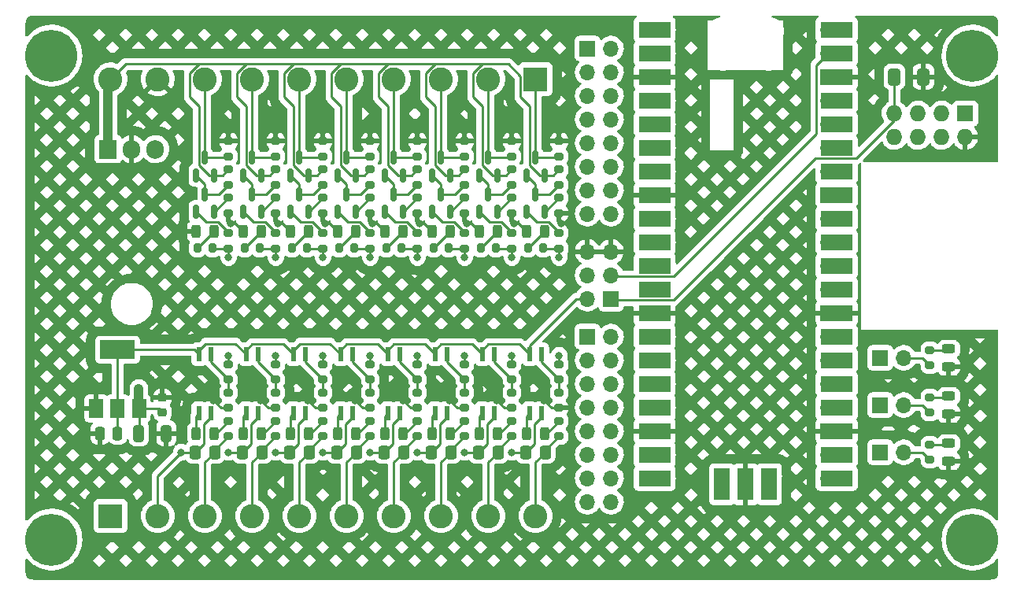
<source format=gbr>
%TF.GenerationSoftware,KiCad,Pcbnew,(6.0.11)*%
%TF.CreationDate,2023-03-20T13:43:10+01:00*%
%TF.ProjectId,Triggerbox_Deluxe,54726967-6765-4726-926f-785f44656c75,rev?*%
%TF.SameCoordinates,Original*%
%TF.FileFunction,Copper,L1,Top*%
%TF.FilePolarity,Positive*%
%FSLAX46Y46*%
G04 Gerber Fmt 4.6, Leading zero omitted, Abs format (unit mm)*
G04 Created by KiCad (PCBNEW (6.0.11)) date 2023-03-20 13:43:10*
%MOMM*%
%LPD*%
G01*
G04 APERTURE LIST*
G04 Aperture macros list*
%AMRoundRect*
0 Rectangle with rounded corners*
0 $1 Rounding radius*
0 $2 $3 $4 $5 $6 $7 $8 $9 X,Y pos of 4 corners*
0 Add a 4 corners polygon primitive as box body*
4,1,4,$2,$3,$4,$5,$6,$7,$8,$9,$2,$3,0*
0 Add four circle primitives for the rounded corners*
1,1,$1+$1,$2,$3*
1,1,$1+$1,$4,$5*
1,1,$1+$1,$6,$7*
1,1,$1+$1,$8,$9*
0 Add four rect primitives between the rounded corners*
20,1,$1+$1,$2,$3,$4,$5,0*
20,1,$1+$1,$4,$5,$6,$7,0*
20,1,$1+$1,$6,$7,$8,$9,0*
20,1,$1+$1,$8,$9,$2,$3,0*%
G04 Aperture macros list end*
%TA.AperFunction,SMDPad,CuDef*%
%ADD10RoundRect,0.200000X-0.275000X0.200000X-0.275000X-0.200000X0.275000X-0.200000X0.275000X0.200000X0*%
%TD*%
%TA.AperFunction,ComponentPad*%
%ADD11C,5.600000*%
%TD*%
%TA.AperFunction,SMDPad,CuDef*%
%ADD12R,0.600000X1.500000*%
%TD*%
%TA.AperFunction,SMDPad,CuDef*%
%ADD13RoundRect,0.243750X-0.243750X-0.456250X0.243750X-0.456250X0.243750X0.456250X-0.243750X0.456250X0*%
%TD*%
%TA.AperFunction,SMDPad,CuDef*%
%ADD14RoundRect,0.200000X0.275000X-0.200000X0.275000X0.200000X-0.275000X0.200000X-0.275000X-0.200000X0*%
%TD*%
%TA.AperFunction,ComponentPad*%
%ADD15R,1.700000X1.700000*%
%TD*%
%TA.AperFunction,ComponentPad*%
%ADD16O,1.700000X1.700000*%
%TD*%
%TA.AperFunction,SMDPad,CuDef*%
%ADD17RoundRect,0.200000X0.200000X0.275000X-0.200000X0.275000X-0.200000X-0.275000X0.200000X-0.275000X0*%
%TD*%
%TA.AperFunction,ComponentPad*%
%ADD18R,1.727200X1.727200*%
%TD*%
%TA.AperFunction,ComponentPad*%
%ADD19O,1.727200X1.727200*%
%TD*%
%TA.AperFunction,SMDPad,CuDef*%
%ADD20RoundRect,0.243750X0.456250X-0.243750X0.456250X0.243750X-0.456250X0.243750X-0.456250X-0.243750X0*%
%TD*%
%TA.AperFunction,SMDPad,CuDef*%
%ADD21RoundRect,0.250000X0.337500X0.475000X-0.337500X0.475000X-0.337500X-0.475000X0.337500X-0.475000X0*%
%TD*%
%TA.AperFunction,SMDPad,CuDef*%
%ADD22RoundRect,0.150000X0.150000X-0.587500X0.150000X0.587500X-0.150000X0.587500X-0.150000X-0.587500X0*%
%TD*%
%TA.AperFunction,ComponentPad*%
%ADD23R,1.905000X2.000000*%
%TD*%
%TA.AperFunction,ComponentPad*%
%ADD24O,1.905000X2.000000*%
%TD*%
%TA.AperFunction,SMDPad,CuDef*%
%ADD25R,3.500000X1.700000*%
%TD*%
%TA.AperFunction,SMDPad,CuDef*%
%ADD26R,1.700000X3.500000*%
%TD*%
%TA.AperFunction,SMDPad,CuDef*%
%ADD27RoundRect,0.250000X0.250000X0.475000X-0.250000X0.475000X-0.250000X-0.475000X0.250000X-0.475000X0*%
%TD*%
%TA.AperFunction,SMDPad,CuDef*%
%ADD28RoundRect,0.250000X-0.412500X-0.650000X0.412500X-0.650000X0.412500X0.650000X-0.412500X0.650000X0*%
%TD*%
%TA.AperFunction,SMDPad,CuDef*%
%ADD29RoundRect,0.250000X-0.325000X-0.650000X0.325000X-0.650000X0.325000X0.650000X-0.325000X0.650000X0*%
%TD*%
%TA.AperFunction,ComponentPad*%
%ADD30R,2.600000X2.600000*%
%TD*%
%TA.AperFunction,ComponentPad*%
%ADD31C,2.600000*%
%TD*%
%TA.AperFunction,SMDPad,CuDef*%
%ADD32RoundRect,0.225000X0.250000X-0.225000X0.250000X0.225000X-0.250000X0.225000X-0.250000X-0.225000X0*%
%TD*%
%TA.AperFunction,SMDPad,CuDef*%
%ADD33R,1.500000X2.000000*%
%TD*%
%TA.AperFunction,SMDPad,CuDef*%
%ADD34R,3.800000X2.000000*%
%TD*%
%TA.AperFunction,ViaPad*%
%ADD35C,0.800000*%
%TD*%
%TA.AperFunction,Conductor*%
%ADD36C,0.250000*%
%TD*%
%TA.AperFunction,Conductor*%
%ADD37C,1.000000*%
%TD*%
G04 APERTURE END LIST*
D10*
%TO.P,R1,1*%
%TO.N,+24V*%
X62992000Y-83884000D03*
%TO.P,R1,2*%
%TO.N,Net-(Q1-Pad1)*%
X62992000Y-85534000D03*
%TD*%
D11*
%TO.P,H1,1*%
%TO.N,N/C*%
X43942000Y-123698000D03*
%TD*%
D10*
%TO.P,R17,1*%
%TO.N,Net-(Q7-Pad2)*%
X73152000Y-86932000D03*
%TO.P,R17,2*%
%TO.N,GND*%
X73152000Y-88582000D03*
%TD*%
D12*
%TO.P,U6,1*%
%TO.N,Net-(D11-Pad1)*%
X85217000Y-110109000D03*
%TO.P,U6,2*%
%TO.N,GND1*%
X86487000Y-110109000D03*
%TO.P,U6,3*%
%TO.N,Net-(R48-Pad1)*%
X86487000Y-103759000D03*
%TO.P,U6,4*%
%TO.N,+3.3V*%
X85217000Y-103759000D03*
%TD*%
D13*
%TO.P,D7,1,K*%
%TO.N,GND*%
X89994500Y-90551000D03*
%TO.P,D7,2,A*%
%TO.N,Net-(D7-Pad2)*%
X91869500Y-90551000D03*
%TD*%
D14*
%TO.P,R51,1*%
%TO.N,Net-(R51-Pad1)*%
X83312000Y-106489000D03*
%TO.P,R51,2*%
%TO.N,IN_4*%
X83312000Y-104839000D03*
%TD*%
D15*
%TO.P,JP3,1,A*%
%TO.N,+24V*%
X133091000Y-104140000D03*
D16*
%TO.P,JP3,2,B*%
%TO.N,Net-(JP3-Pad2)*%
X135631000Y-104140000D03*
%TD*%
D14*
%TO.P,R6,1*%
%TO.N,OUT_2*%
X68072000Y-92392000D03*
%TO.P,R6,2*%
%TO.N,Net-(Q6-Pad1)*%
X68072000Y-90742000D03*
%TD*%
D10*
%TO.P,R37,1*%
%TO.N,Net-(Q15-Pad2)*%
X93472000Y-86932000D03*
%TO.P,R37,2*%
%TO.N,GND*%
X93472000Y-88582000D03*
%TD*%
D14*
%TO.P,R53,1*%
%TO.N,IN5*%
X78232000Y-112585000D03*
%TO.P,R53,2*%
%TO.N,Net-(D13-Pad2)*%
X78232000Y-110935000D03*
%TD*%
D12*
%TO.P,U11,1*%
%TO.N,Net-(D16-Pad1)*%
X59817000Y-110109000D03*
%TO.P,U11,2*%
%TO.N,GND1*%
X61087000Y-110109000D03*
%TO.P,U11,3*%
%TO.N,Net-(R63-Pad1)*%
X61087000Y-103759000D03*
%TO.P,U11,4*%
%TO.N,+3.3V*%
X59817000Y-103759000D03*
%TD*%
%TO.P,U9,1*%
%TO.N,Net-(D14-Pad1)*%
X69977000Y-110109000D03*
%TO.P,U9,2*%
%TO.N,GND1*%
X71247000Y-110109000D03*
%TO.P,U9,3*%
%TO.N,Net-(R57-Pad1)*%
X71247000Y-103759000D03*
%TO.P,U9,4*%
%TO.N,+3.3V*%
X69977000Y-103759000D03*
%TD*%
%TO.P,U4,1*%
%TO.N,Net-(D9-Pad1)*%
X95377000Y-110109000D03*
%TO.P,U4,2*%
%TO.N,GND1*%
X96647000Y-110109000D03*
%TO.P,U4,3*%
%TO.N,Net-(R42-Pad1)*%
X96647000Y-103759000D03*
%TO.P,U4,4*%
%TO.N,+3.3V*%
X95377000Y-103759000D03*
%TD*%
D10*
%TO.P,R55,1*%
%TO.N,Net-(R54-Pad1)*%
X78232000Y-107887000D03*
%TO.P,R55,2*%
%TO.N,GND*%
X78232000Y-109537000D03*
%TD*%
D17*
%TO.P,R29,1*%
%TO.N,OUT_5*%
X81597000Y-92329000D03*
%TO.P,R29,2*%
%TO.N,Net-(D5-Pad2)*%
X79947000Y-92329000D03*
%TD*%
D10*
%TO.P,R58,1*%
%TO.N,Net-(R57-Pad1)*%
X73152000Y-107887000D03*
%TO.P,R58,2*%
%TO.N,GND*%
X73152000Y-109537000D03*
%TD*%
D15*
%TO.P,JP1,1,A*%
%TO.N,+3.3V*%
X133091000Y-114300000D03*
D16*
%TO.P,JP1,2,B*%
%TO.N,Net-(JP1-Pad2)*%
X135631000Y-114300000D03*
%TD*%
D12*
%TO.P,U5,1*%
%TO.N,Net-(D10-Pad1)*%
X90297000Y-110109000D03*
%TO.P,U5,2*%
%TO.N,GND1*%
X91567000Y-110109000D03*
%TO.P,U5,3*%
%TO.N,Net-(R45-Pad1)*%
X91567000Y-103759000D03*
%TO.P,U5,4*%
%TO.N,+3.3V*%
X90297000Y-103759000D03*
%TD*%
D18*
%TO.P,U3,1,UTXD*%
%TO.N,ESP_TX*%
X142240000Y-77851000D03*
D19*
%TO.P,U3,2,GND*%
%TO.N,GND*%
X142240000Y-80391000D03*
%TO.P,U3,3,CH_PD*%
%TO.N,unconnected-(U3-Pad3)*%
X139700000Y-77851000D03*
%TO.P,U3,4,GPIO2*%
%TO.N,unconnected-(U3-Pad4)*%
X139700000Y-80391000D03*
%TO.P,U3,5,RST*%
%TO.N,unconnected-(U3-Pad5)*%
X137160000Y-77851000D03*
%TO.P,U3,6,GPIO0*%
%TO.N,unconnected-(U3-Pad6)*%
X137160000Y-80391000D03*
%TO.P,U3,7,VCC*%
%TO.N,ESP_3.3V*%
X134620000Y-77851000D03*
%TO.P,U3,8,URXD*%
%TO.N,ESP_RX*%
X134620000Y-80391000D03*
%TD*%
D12*
%TO.P,U8,1*%
%TO.N,Net-(D13-Pad1)*%
X75057000Y-110109000D03*
%TO.P,U8,2*%
%TO.N,GND1*%
X76327000Y-110109000D03*
%TO.P,U8,3*%
%TO.N,Net-(R54-Pad1)*%
X76327000Y-103759000D03*
%TO.P,U8,4*%
%TO.N,+3.3V*%
X75057000Y-103759000D03*
%TD*%
D13*
%TO.P,D16,1,K*%
%TO.N,Net-(D16-Pad1)*%
X59514500Y-112268000D03*
%TO.P,D16,2,A*%
%TO.N,Net-(D16-Pad2)*%
X61389500Y-112268000D03*
%TD*%
D14*
%TO.P,R18,1*%
%TO.N,OUT3*%
X73152000Y-82486000D03*
%TO.P,R18,2*%
%TO.N,GND*%
X73152000Y-80836000D03*
%TD*%
D10*
%TO.P,R22,1*%
%TO.N,+24V*%
X88392000Y-83884000D03*
%TO.P,R22,2*%
%TO.N,Net-(Q10-Pad1)*%
X88392000Y-85534000D03*
%TD*%
D15*
%TO.P,J4,1,Pin_1*%
%TO.N,IN_1*%
X101600000Y-101854000D03*
D16*
%TO.P,J4,2,Pin_2*%
%TO.N,GPIO10*%
X104140000Y-101854000D03*
%TO.P,J4,3,Pin_3*%
%TO.N,IN_2*%
X101600000Y-104394000D03*
%TO.P,J4,4,Pin_4*%
%TO.N,GPIO11*%
X104140000Y-104394000D03*
%TO.P,J4,5,Pin_5*%
%TO.N,IN_3*%
X101600000Y-106934000D03*
%TO.P,J4,6,Pin_6*%
%TO.N,GPIO12*%
X104140000Y-106934000D03*
%TO.P,J4,7,Pin_7*%
%TO.N,IN_4*%
X101600000Y-109474000D03*
%TO.P,J4,8,Pin_8*%
%TO.N,GPIO13*%
X104140000Y-109474000D03*
%TO.P,J4,9,Pin_9*%
%TO.N,IN_5*%
X101600000Y-112014000D03*
%TO.P,J4,10,Pin_10*%
%TO.N,GPIO14*%
X104140000Y-112014000D03*
%TO.P,J4,11,Pin_11*%
%TO.N,IN_6*%
X101600000Y-114554000D03*
%TO.P,J4,12,Pin_12*%
%TO.N,GPIO15*%
X104140000Y-114554000D03*
%TO.P,J4,13,Pin_13*%
%TO.N,IN_7*%
X101600000Y-117094000D03*
%TO.P,J4,14,Pin_14*%
%TO.N,GPIO16*%
X104140000Y-117094000D03*
%TO.P,J4,15,Pin_15*%
%TO.N,IN_8*%
X101600000Y-119634000D03*
%TO.P,J4,16,Pin_16*%
%TO.N,GPIO17*%
X104140000Y-119634000D03*
%TD*%
D14*
%TO.P,R47,1*%
%TO.N,IN3*%
X88392000Y-112585000D03*
%TO.P,R47,2*%
%TO.N,Net-(D11-Pad2)*%
X88392000Y-110935000D03*
%TD*%
D15*
%TO.P,J5,1,Pin_1*%
%TO.N,OUT_1*%
X101600000Y-70866000D03*
D16*
%TO.P,J5,2,Pin_2*%
%TO.N,GPIO2*%
X104140000Y-70866000D03*
%TO.P,J5,3,Pin_3*%
%TO.N,OUT_2*%
X101600000Y-73406000D03*
%TO.P,J5,4,Pin_4*%
%TO.N,GPIO3*%
X104140000Y-73406000D03*
%TO.P,J5,5,Pin_5*%
%TO.N,OUT_3*%
X101600000Y-75946000D03*
%TO.P,J5,6,Pin_6*%
%TO.N,GPIO4*%
X104140000Y-75946000D03*
%TO.P,J5,7,Pin_7*%
%TO.N,OUT_4*%
X101600000Y-78486000D03*
%TO.P,J5,8,Pin_8*%
%TO.N,GPIO5*%
X104140000Y-78486000D03*
%TO.P,J5,9,Pin_9*%
%TO.N,OUT_5*%
X101600000Y-81026000D03*
%TO.P,J5,10,Pin_10*%
%TO.N,GPIO6*%
X104140000Y-81026000D03*
%TO.P,J5,11,Pin_11*%
%TO.N,OUT_6*%
X101600000Y-83566000D03*
%TO.P,J5,12,Pin_12*%
%TO.N,GPIO7*%
X104140000Y-83566000D03*
%TO.P,J5,13,Pin_13*%
%TO.N,OUT_7*%
X101600000Y-86106000D03*
%TO.P,J5,14,Pin_14*%
%TO.N,GPIO8*%
X104140000Y-86106000D03*
%TO.P,J5,15,Pin_15*%
%TO.N,OUT_8*%
X101600000Y-88646000D03*
%TO.P,J5,16,Pin_16*%
%TO.N,GPIO9*%
X104140000Y-88646000D03*
%TD*%
D20*
%TO.P,D19,1,K*%
%TO.N,GND*%
X140462000Y-105077500D03*
%TO.P,D19,2,A*%
%TO.N,Net-(D19-Pad2)*%
X140462000Y-103202500D03*
%TD*%
D14*
%TO.P,R5,1*%
%TO.N,OUT_1*%
X62992000Y-92392000D03*
%TO.P,R5,2*%
%TO.N,Net-(Q5-Pad1)*%
X62992000Y-90742000D03*
%TD*%
D13*
%TO.P,D15,1,K*%
%TO.N,Net-(D15-Pad1)*%
X64594500Y-112268000D03*
%TO.P,D15,2,A*%
%TO.N,Net-(D15-Pad2)*%
X66469500Y-112268000D03*
%TD*%
%TO.P,D8,1,K*%
%TO.N,GND*%
X95074500Y-90551000D03*
%TO.P,D8,2,A*%
%TO.N,Net-(D8-Pad2)*%
X96949500Y-90551000D03*
%TD*%
D21*
%TO.P,C11,1*%
%TO.N,IN8*%
X61489500Y-114300000D03*
%TO.P,C11,2*%
%TO.N,GND1*%
X59414500Y-114300000D03*
%TD*%
D17*
%TO.P,R11,1*%
%TO.N,OUT_3*%
X71437000Y-92329000D03*
%TO.P,R11,2*%
%TO.N,Net-(D3-Pad2)*%
X69787000Y-92329000D03*
%TD*%
D14*
%TO.P,R38,1*%
%TO.N,OUT7*%
X93472000Y-82486000D03*
%TO.P,R38,2*%
%TO.N,GND*%
X93472000Y-80836000D03*
%TD*%
D21*
%TO.P,C9,1*%
%TO.N,IN6*%
X71649500Y-114300000D03*
%TO.P,C9,2*%
%TO.N,GND1*%
X69574500Y-114300000D03*
%TD*%
D14*
%TO.P,R56,1*%
%TO.N,IN6*%
X73152000Y-112585000D03*
%TO.P,R56,2*%
%TO.N,Net-(D14-Pad2)*%
X73152000Y-110935000D03*
%TD*%
D21*
%TO.P,C7,1*%
%TO.N,IN4*%
X81809500Y-114300000D03*
%TO.P,C7,2*%
%TO.N,GND1*%
X79734500Y-114300000D03*
%TD*%
D13*
%TO.P,D3,1,K*%
%TO.N,GND*%
X69674500Y-90551000D03*
%TO.P,D3,2,A*%
%TO.N,Net-(D3-Pad2)*%
X71549500Y-90551000D03*
%TD*%
D22*
%TO.P,Q12,1,G*%
%TO.N,Net-(Q12-Pad1)*%
X95062000Y-84503500D03*
%TO.P,Q12,2,S*%
%TO.N,+24V*%
X96962000Y-84503500D03*
%TO.P,Q12,3,D*%
%TO.N,OUT8*%
X96012000Y-82628500D03*
%TD*%
D10*
%TO.P,R46,1*%
%TO.N,Net-(R45-Pad1)*%
X93472000Y-107887000D03*
%TO.P,R46,2*%
%TO.N,GND*%
X93472000Y-109537000D03*
%TD*%
D13*
%TO.P,D6,1,K*%
%TO.N,GND*%
X84914500Y-90551000D03*
%TO.P,D6,2,A*%
%TO.N,Net-(D6-Pad2)*%
X86789500Y-90551000D03*
%TD*%
D23*
%TO.P,IC1,1,VI*%
%TO.N,+24V*%
X50038000Y-81702000D03*
D24*
%TO.P,IC1,2,GND*%
%TO.N,GND*%
X52578000Y-81702000D03*
%TO.P,IC1,3,VO*%
%TO.N,+5V*%
X55118000Y-81702000D03*
%TD*%
D22*
%TO.P,Q14,1,B*%
%TO.N,Net-(Q14-Pad1)*%
X84902000Y-88440500D03*
%TO.P,Q14,2,E*%
%TO.N,Net-(Q14-Pad2)*%
X86802000Y-88440500D03*
%TO.P,Q14,3,C*%
%TO.N,Net-(Q10-Pad1)*%
X85852000Y-86565500D03*
%TD*%
D14*
%TO.P,R48,1*%
%TO.N,Net-(R48-Pad1)*%
X88392000Y-106489000D03*
%TO.P,R48,2*%
%TO.N,IN_3*%
X88392000Y-104839000D03*
%TD*%
%TO.P,R65,1*%
%TO.N,Net-(JP1-Pad2)*%
X138430000Y-115125000D03*
%TO.P,R65,2*%
%TO.N,Net-(D17-Pad2)*%
X138430000Y-113475000D03*
%TD*%
%TO.P,R44,1*%
%TO.N,IN2*%
X93472000Y-112585000D03*
%TO.P,R44,2*%
%TO.N,Net-(D10-Pad2)*%
X93472000Y-110935000D03*
%TD*%
D25*
%TO.P,U2,1,GPIO0*%
%TO.N,ESP_RX*%
X108828000Y-68834000D03*
D16*
X109728000Y-68834000D03*
D25*
%TO.P,U2,2,GPIO1*%
%TO.N,ESP_TX*%
X108828000Y-71374000D03*
D16*
X109728000Y-71374000D03*
D15*
%TO.P,U2,3,GND*%
%TO.N,GND*%
X109728000Y-73914000D03*
D25*
X108828000Y-73914000D03*
D16*
%TO.P,U2,4,GPIO2*%
%TO.N,GPIO2*%
X109728000Y-76454000D03*
D25*
X108828000Y-76454000D03*
D16*
%TO.P,U2,5,GPIO3*%
%TO.N,GPIO3*%
X109728000Y-78994000D03*
D25*
X108828000Y-78994000D03*
%TO.P,U2,6,GPIO4*%
%TO.N,GPIO4*%
X108828000Y-81534000D03*
D16*
X109728000Y-81534000D03*
D25*
%TO.P,U2,7,GPIO5*%
%TO.N,GPIO5*%
X108828000Y-84074000D03*
D16*
X109728000Y-84074000D03*
D15*
%TO.P,U2,8,GND*%
%TO.N,GND*%
X109728000Y-86614000D03*
D25*
X108828000Y-86614000D03*
D16*
%TO.P,U2,9,GPIO6*%
%TO.N,GPIO6*%
X109728000Y-89154000D03*
D25*
X108828000Y-89154000D03*
D16*
%TO.P,U2,10,GPIO7*%
%TO.N,GPIO7*%
X109728000Y-91694000D03*
D25*
X108828000Y-91694000D03*
%TO.P,U2,11,GPIO8*%
%TO.N,GPIO8*%
X108828000Y-94234000D03*
D16*
X109728000Y-94234000D03*
D25*
%TO.P,U2,12,GPIO9*%
%TO.N,GPIO9*%
X108828000Y-96774000D03*
D16*
X109728000Y-96774000D03*
D25*
%TO.P,U2,13,GND*%
%TO.N,GND*%
X108828000Y-99314000D03*
D15*
X109728000Y-99314000D03*
D16*
%TO.P,U2,14,GPIO10*%
%TO.N,GPIO10*%
X109728000Y-101854000D03*
D25*
X108828000Y-101854000D03*
%TO.P,U2,15,GPIO11*%
%TO.N,GPIO11*%
X108828000Y-104394000D03*
D16*
X109728000Y-104394000D03*
D25*
%TO.P,U2,16,GPIO12*%
%TO.N,GPIO12*%
X108828000Y-106934000D03*
D16*
X109728000Y-106934000D03*
D25*
%TO.P,U2,17,GPIO13*%
%TO.N,GPIO13*%
X108828000Y-109474000D03*
D16*
X109728000Y-109474000D03*
D25*
%TO.P,U2,18,GND*%
%TO.N,GND*%
X108828000Y-112014000D03*
D15*
X109728000Y-112014000D03*
D16*
%TO.P,U2,19,GPIO14*%
%TO.N,GPIO14*%
X109728000Y-114554000D03*
D25*
X108828000Y-114554000D03*
D16*
%TO.P,U2,20,GPIO15*%
%TO.N,GPIO15*%
X109728000Y-117094000D03*
D25*
X108828000Y-117094000D03*
%TO.P,U2,21,GPIO16*%
%TO.N,GPIO16*%
X128408000Y-117094000D03*
D16*
X127508000Y-117094000D03*
%TO.P,U2,22,GPIO17*%
%TO.N,GPIO17*%
X127508000Y-114554000D03*
D25*
X128408000Y-114554000D03*
%TO.P,U2,23,GND*%
%TO.N,GND*%
X128408000Y-112014000D03*
D15*
X127508000Y-112014000D03*
D16*
%TO.P,U2,24,GPIO18*%
%TO.N,unconnected-(U2-Pad24)*%
X127508000Y-109474000D03*
D25*
X128408000Y-109474000D03*
D16*
%TO.P,U2,25,GPIO19*%
%TO.N,unconnected-(U2-Pad25)*%
X127508000Y-106934000D03*
D25*
X128408000Y-106934000D03*
%TO.P,U2,26,GPIO20*%
%TO.N,unconnected-(U2-Pad26)*%
X128408000Y-104394000D03*
D16*
X127508000Y-104394000D03*
%TO.P,U2,27,GPIO21*%
%TO.N,unconnected-(U2-Pad27)*%
X127508000Y-101854000D03*
D25*
X128408000Y-101854000D03*
%TO.P,U2,28,GND*%
%TO.N,GND*%
X128408000Y-99314000D03*
D15*
X127508000Y-99314000D03*
D16*
%TO.P,U2,29,GPIO22*%
%TO.N,unconnected-(U2-Pad29)*%
X127508000Y-96774000D03*
D25*
X128408000Y-96774000D03*
%TO.P,U2,30,RUN*%
%TO.N,unconnected-(U2-Pad30)*%
X128408000Y-94234000D03*
D16*
X127508000Y-94234000D03*
%TO.P,U2,31,GPIO26_ADC0*%
%TO.N,unconnected-(U2-Pad31)*%
X127508000Y-91694000D03*
D25*
X128408000Y-91694000D03*
D16*
%TO.P,U2,32,GPIO27_ADC1*%
%TO.N,unconnected-(U2-Pad32)*%
X127508000Y-89154000D03*
D25*
X128408000Y-89154000D03*
%TO.P,U2,33,AGND*%
%TO.N,unconnected-(U2-Pad33)*%
X128408000Y-86614000D03*
D15*
X127508000Y-86614000D03*
D25*
%TO.P,U2,34,GPIO28_ADC2*%
%TO.N,unconnected-(U2-Pad34)*%
X128408000Y-84074000D03*
D16*
X127508000Y-84074000D03*
D25*
%TO.P,U2,35,ADC_VREF*%
%TO.N,unconnected-(U2-Pad35)*%
X128408000Y-81534000D03*
D16*
X127508000Y-81534000D03*
D25*
%TO.P,U2,36,3V3*%
%TO.N,unconnected-(U2-Pad36)*%
X128408000Y-78994000D03*
D16*
X127508000Y-78994000D03*
D25*
%TO.P,U2,37,3V3_EN*%
%TO.N,unconnected-(U2-Pad37)*%
X128408000Y-76454000D03*
D16*
X127508000Y-76454000D03*
D15*
%TO.P,U2,38,GND*%
%TO.N,GND*%
X127508000Y-73914000D03*
D25*
X128408000Y-73914000D03*
%TO.P,U2,39,VSYS*%
%TO.N,Pico_5V*%
X128408000Y-71374000D03*
D16*
X127508000Y-71374000D03*
%TO.P,U2,40,VBUS*%
%TO.N,unconnected-(U2-Pad40)*%
X127508000Y-68834000D03*
D25*
X128408000Y-68834000D03*
D26*
%TO.P,U2,41,SWCLK*%
%TO.N,unconnected-(U2-Pad41)*%
X116078000Y-117764000D03*
D16*
X116078000Y-116864000D03*
D15*
%TO.P,U2,42,GND*%
%TO.N,GND*%
X118618000Y-116864000D03*
D26*
X118618000Y-117764000D03*
D16*
%TO.P,U2,43,SWDIO*%
%TO.N,unconnected-(U2-Pad43)*%
X121158000Y-116864000D03*
D26*
X121158000Y-117764000D03*
%TD*%
D14*
%TO.P,R42,1*%
%TO.N,Net-(R42-Pad1)*%
X98552000Y-106489000D03*
%TO.P,R42,2*%
%TO.N,IN_1*%
X98552000Y-104839000D03*
%TD*%
%TO.P,R63,1*%
%TO.N,Net-(R63-Pad1)*%
X62992000Y-106489000D03*
%TO.P,R63,2*%
%TO.N,IN_8*%
X62992000Y-104839000D03*
%TD*%
%TO.P,R34,1*%
%TO.N,OUT5*%
X83312000Y-82486000D03*
%TO.P,R34,2*%
%TO.N,GND*%
X83312000Y-80836000D03*
%TD*%
D13*
%TO.P,D13,1,K*%
%TO.N,Net-(D13-Pad1)*%
X74754500Y-112268000D03*
%TO.P,D13,2,A*%
%TO.N,Net-(D13-Pad2)*%
X76629500Y-112268000D03*
%TD*%
D10*
%TO.P,R49,1*%
%TO.N,Net-(R48-Pad1)*%
X88392000Y-107887000D03*
%TO.P,R49,2*%
%TO.N,GND*%
X88392000Y-109537000D03*
%TD*%
D22*
%TO.P,Q15,1,B*%
%TO.N,Net-(Q15-Pad1)*%
X89982000Y-88440500D03*
%TO.P,Q15,2,E*%
%TO.N,Net-(Q15-Pad2)*%
X91882000Y-88440500D03*
%TO.P,Q15,3,C*%
%TO.N,Net-(Q11-Pad1)*%
X90932000Y-86565500D03*
%TD*%
D14*
%TO.P,R36,1*%
%TO.N,OUT6*%
X88392000Y-82486000D03*
%TO.P,R36,2*%
%TO.N,GND*%
X88392000Y-80836000D03*
%TD*%
%TO.P,R50,1*%
%TO.N,IN4*%
X83312000Y-112585000D03*
%TO.P,R50,2*%
%TO.N,Net-(D12-Pad2)*%
X83312000Y-110935000D03*
%TD*%
D27*
%TO.P,C2,1*%
%TO.N,+3.3V*%
X51054000Y-112268000D03*
%TO.P,C2,2*%
%TO.N,GND*%
X49154000Y-112268000D03*
%TD*%
D12*
%TO.P,U7,1*%
%TO.N,Net-(D12-Pad1)*%
X80137000Y-110109000D03*
%TO.P,U7,2*%
%TO.N,GND1*%
X81407000Y-110109000D03*
%TO.P,U7,3*%
%TO.N,Net-(R51-Pad1)*%
X81407000Y-103759000D03*
%TO.P,U7,4*%
%TO.N,+3.3V*%
X80137000Y-103759000D03*
%TD*%
D14*
%TO.P,R41,1*%
%TO.N,IN1*%
X98552000Y-112585000D03*
%TO.P,R41,2*%
%TO.N,Net-(D9-Pad2)*%
X98552000Y-110935000D03*
%TD*%
D10*
%TO.P,R21,1*%
%TO.N,+24V*%
X83312000Y-83884000D03*
%TO.P,R21,2*%
%TO.N,Net-(Q13-Pad3)*%
X83312000Y-85534000D03*
%TD*%
%TO.P,R35,1*%
%TO.N,Net-(Q14-Pad2)*%
X88392000Y-86932000D03*
%TO.P,R35,2*%
%TO.N,GND*%
X88392000Y-88582000D03*
%TD*%
D13*
%TO.P,D10,1,K*%
%TO.N,Net-(D10-Pad1)*%
X89994500Y-112268000D03*
%TO.P,D10,2,A*%
%TO.N,Net-(D10-Pad2)*%
X91869500Y-112268000D03*
%TD*%
D22*
%TO.P,Q9,1,G*%
%TO.N,Net-(Q13-Pad3)*%
X79822000Y-84503500D03*
%TO.P,Q9,2,S*%
%TO.N,+24V*%
X81722000Y-84503500D03*
%TO.P,Q9,3,D*%
%TO.N,OUT5*%
X80772000Y-82628500D03*
%TD*%
D21*
%TO.P,C4,1*%
%TO.N,IN1*%
X97049500Y-114300000D03*
%TO.P,C4,2*%
%TO.N,GND1*%
X94974500Y-114300000D03*
%TD*%
D20*
%TO.P,D18,1,K*%
%TO.N,GND*%
X140462000Y-110157500D03*
%TO.P,D18,2,A*%
%TO.N,Net-(D18-Pad2)*%
X140462000Y-108282500D03*
%TD*%
D14*
%TO.P,R59,1*%
%TO.N,IN7*%
X68072000Y-112585000D03*
%TO.P,R59,2*%
%TO.N,Net-(D15-Pad2)*%
X68072000Y-110935000D03*
%TD*%
%TO.P,R62,1*%
%TO.N,IN8*%
X62992000Y-112585000D03*
%TO.P,R62,2*%
%TO.N,Net-(D16-Pad2)*%
X62992000Y-110935000D03*
%TD*%
D15*
%TO.P,J3,1,Pin_1*%
%TO.N,ESP_3.3V*%
X104140000Y-97790000D03*
D16*
%TO.P,J3,2,Pin_2*%
%TO.N,+3.3V*%
X101600000Y-97790000D03*
%TO.P,J3,3,Pin_3*%
%TO.N,Pico_5V*%
X104140000Y-95250000D03*
%TO.P,J3,4,Pin_4*%
%TO.N,+5V*%
X101600000Y-95250000D03*
%TO.P,J3,5,Pin_5*%
%TO.N,GND*%
X104140000Y-92710000D03*
%TO.P,J3,6,Pin_6*%
X101600000Y-92710000D03*
%TD*%
D13*
%TO.P,D9,1,K*%
%TO.N,Net-(D9-Pad1)*%
X95074500Y-112268000D03*
%TO.P,D9,2,A*%
%TO.N,Net-(D9-Pad2)*%
X96949500Y-112268000D03*
%TD*%
D22*
%TO.P,Q8,1,B*%
%TO.N,Net-(Q8-Pad1)*%
X74742000Y-88440500D03*
%TO.P,Q8,2,E*%
%TO.N,Net-(Q8-Pad2)*%
X76642000Y-88440500D03*
%TO.P,Q8,3,C*%
%TO.N,Net-(Q4-Pad1)*%
X75692000Y-86565500D03*
%TD*%
D17*
%TO.P,R12,1*%
%TO.N,OUT_4*%
X76517000Y-92329000D03*
%TO.P,R12,2*%
%TO.N,Net-(D4-Pad2)*%
X74867000Y-92329000D03*
%TD*%
D11*
%TO.P,H4,1*%
%TO.N,N/C*%
X43942000Y-71628000D03*
%TD*%
D22*
%TO.P,Q4,1,G*%
%TO.N,Net-(Q4-Pad1)*%
X74742000Y-84503500D03*
%TO.P,Q4,2,S*%
%TO.N,+24V*%
X76642000Y-84503500D03*
%TO.P,Q4,3,D*%
%TO.N,OUT4*%
X75692000Y-82628500D03*
%TD*%
D10*
%TO.P,R52,1*%
%TO.N,Net-(R51-Pad1)*%
X83312000Y-107887000D03*
%TO.P,R52,2*%
%TO.N,GND*%
X83312000Y-109537000D03*
%TD*%
D14*
%TO.P,R25,1*%
%TO.N,OUT_5*%
X83312000Y-92392000D03*
%TO.P,R25,2*%
%TO.N,Net-(Q13-Pad1)*%
X83312000Y-90742000D03*
%TD*%
%TO.P,R45,1*%
%TO.N,Net-(R45-Pad1)*%
X93472000Y-106489000D03*
%TO.P,R45,2*%
%TO.N,IN_2*%
X93472000Y-104839000D03*
%TD*%
%TO.P,R27,1*%
%TO.N,OUT_7*%
X93472000Y-92392000D03*
%TO.P,R27,2*%
%TO.N,Net-(Q15-Pad1)*%
X93472000Y-90742000D03*
%TD*%
D10*
%TO.P,R61,1*%
%TO.N,Net-(R60-Pad1)*%
X68072000Y-107887000D03*
%TO.P,R61,2*%
%TO.N,GND*%
X68072000Y-109537000D03*
%TD*%
D14*
%TO.P,R8,1*%
%TO.N,OUT_4*%
X78232000Y-92392000D03*
%TO.P,R8,2*%
%TO.N,Net-(Q8-Pad1)*%
X78232000Y-90742000D03*
%TD*%
D10*
%TO.P,R43,1*%
%TO.N,Net-(R42-Pad1)*%
X98552000Y-107887000D03*
%TO.P,R43,2*%
%TO.N,GND*%
X98552000Y-109537000D03*
%TD*%
D28*
%TO.P,C12,1*%
%TO.N,ESP_3.3V*%
X134620000Y-73914000D03*
%TO.P,C12,2*%
%TO.N,GND*%
X137745000Y-73914000D03*
%TD*%
D22*
%TO.P,Q16,1,B*%
%TO.N,Net-(Q16-Pad1)*%
X95062000Y-88440500D03*
%TO.P,Q16,2,E*%
%TO.N,Net-(Q16-Pad2)*%
X96962000Y-88440500D03*
%TO.P,Q16,3,C*%
%TO.N,Net-(Q12-Pad1)*%
X96012000Y-86565500D03*
%TD*%
D11*
%TO.P,H3,1*%
%TO.N,N/C*%
X143002000Y-71628000D03*
%TD*%
D21*
%TO.P,C8,1*%
%TO.N,IN5*%
X76729500Y-114300000D03*
%TO.P,C8,2*%
%TO.N,GND1*%
X74654500Y-114300000D03*
%TD*%
D13*
%TO.P,D11,1,K*%
%TO.N,Net-(D11-Pad1)*%
X84914500Y-112268000D03*
%TO.P,D11,2,A*%
%TO.N,Net-(D11-Pad2)*%
X86789500Y-112268000D03*
%TD*%
D21*
%TO.P,C6,1*%
%TO.N,IN3*%
X86889500Y-114300000D03*
%TO.P,C6,2*%
%TO.N,GND1*%
X84814500Y-114300000D03*
%TD*%
D10*
%TO.P,R33,1*%
%TO.N,Net-(Q13-Pad2)*%
X83312000Y-86932000D03*
%TO.P,R33,2*%
%TO.N,GND*%
X83312000Y-88582000D03*
%TD*%
%TO.P,R64,1*%
%TO.N,Net-(R63-Pad1)*%
X62992000Y-107887000D03*
%TO.P,R64,2*%
%TO.N,GND*%
X62992000Y-109537000D03*
%TD*%
D13*
%TO.P,D4,1,K*%
%TO.N,GND*%
X74754500Y-90551000D03*
%TO.P,D4,2,A*%
%TO.N,Net-(D4-Pad2)*%
X76629500Y-90551000D03*
%TD*%
D15*
%TO.P,JP2,1,A*%
%TO.N,+5V*%
X133091000Y-109220000D03*
D16*
%TO.P,JP2,2,B*%
%TO.N,Net-(JP2-Pad2)*%
X135631000Y-109220000D03*
%TD*%
D17*
%TO.P,R32,1*%
%TO.N,OUT_8*%
X96837000Y-92329000D03*
%TO.P,R32,2*%
%TO.N,Net-(D8-Pad2)*%
X95187000Y-92329000D03*
%TD*%
%TO.P,R30,1*%
%TO.N,OUT_6*%
X86677000Y-92329000D03*
%TO.P,R30,2*%
%TO.N,Net-(D6-Pad2)*%
X85027000Y-92329000D03*
%TD*%
D14*
%TO.P,R67,1*%
%TO.N,Net-(JP3-Pad2)*%
X138430000Y-104965000D03*
%TO.P,R67,2*%
%TO.N,Net-(D19-Pad2)*%
X138430000Y-103315000D03*
%TD*%
D29*
%TO.P,C3,1,1*%
%TO.N,+5V*%
X53340000Y-112268000D03*
%TO.P,C3,2,2*%
%TO.N,GND*%
X56290000Y-112268000D03*
%TD*%
D21*
%TO.P,C10,1*%
%TO.N,IN7*%
X66569500Y-114300000D03*
%TO.P,C10,2*%
%TO.N,GND1*%
X64494500Y-114300000D03*
%TD*%
D17*
%TO.P,R10,1*%
%TO.N,OUT_2*%
X66357000Y-92329000D03*
%TO.P,R10,2*%
%TO.N,Net-(D2-Pad2)*%
X64707000Y-92329000D03*
%TD*%
D30*
%TO.P,J1,1,Pin_1*%
%TO.N,OUT8*%
X96012000Y-74168000D03*
D31*
%TO.P,J1,2,Pin_2*%
%TO.N,OUT7*%
X90932000Y-74168000D03*
%TO.P,J1,3,Pin_3*%
%TO.N,OUT6*%
X85852000Y-74168000D03*
%TO.P,J1,4,Pin_4*%
%TO.N,OUT5*%
X80772000Y-74168000D03*
%TO.P,J1,5,Pin_5*%
%TO.N,OUT4*%
X75692000Y-74168000D03*
%TO.P,J1,6,Pin_6*%
%TO.N,OUT3*%
X70612000Y-74168000D03*
%TO.P,J1,7,Pin_7*%
%TO.N,OUT2*%
X65532000Y-74168000D03*
%TO.P,J1,8,Pin_8*%
%TO.N,OUT1*%
X60452000Y-74168000D03*
%TO.P,J1,9,Pin_9*%
%TO.N,GND*%
X55372000Y-74168000D03*
%TO.P,J1,10,Pin_10*%
%TO.N,+24V*%
X50292000Y-74168000D03*
%TD*%
D21*
%TO.P,C5,1*%
%TO.N,IN2*%
X91969500Y-114300000D03*
%TO.P,C5,2*%
%TO.N,GND1*%
X89894500Y-114300000D03*
%TD*%
D13*
%TO.P,D2,1,K*%
%TO.N,GND*%
X64594500Y-90551000D03*
%TO.P,D2,2,A*%
%TO.N,Net-(D2-Pad2)*%
X66469500Y-90551000D03*
%TD*%
D10*
%TO.P,R24,1*%
%TO.N,+24V*%
X98552000Y-83884000D03*
%TO.P,R24,2*%
%TO.N,Net-(Q12-Pad1)*%
X98552000Y-85534000D03*
%TD*%
%TO.P,R23,1*%
%TO.N,+24V*%
X93472000Y-83884000D03*
%TO.P,R23,2*%
%TO.N,Net-(Q11-Pad1)*%
X93472000Y-85534000D03*
%TD*%
D14*
%TO.P,R7,1*%
%TO.N,OUT_3*%
X73152000Y-92392000D03*
%TO.P,R7,2*%
%TO.N,Net-(Q7-Pad1)*%
X73152000Y-90742000D03*
%TD*%
D30*
%TO.P,J2,1,Pin_1*%
%TO.N,GND1*%
X50292000Y-121158000D03*
D31*
%TO.P,J2,2,Pin_2*%
X55372000Y-121158000D03*
%TO.P,J2,3,Pin_3*%
%TO.N,IN8*%
X60452000Y-121158000D03*
%TO.P,J2,4,Pin_4*%
%TO.N,IN7*%
X65532000Y-121158000D03*
%TO.P,J2,5,Pin_5*%
%TO.N,IN6*%
X70612000Y-121158000D03*
%TO.P,J2,6,Pin_6*%
%TO.N,IN5*%
X75692000Y-121158000D03*
%TO.P,J2,7,Pin_7*%
%TO.N,IN4*%
X80772000Y-121158000D03*
%TO.P,J2,8,Pin_8*%
%TO.N,IN3*%
X85852000Y-121158000D03*
%TO.P,J2,9,Pin_9*%
%TO.N,IN2*%
X90932000Y-121158000D03*
%TO.P,J2,10,Pin_10*%
%TO.N,IN1*%
X96012000Y-121158000D03*
%TD*%
D10*
%TO.P,R3,1*%
%TO.N,+24V*%
X73152000Y-83884000D03*
%TO.P,R3,2*%
%TO.N,Net-(Q3-Pad1)*%
X73152000Y-85534000D03*
%TD*%
D13*
%TO.P,D12,1,K*%
%TO.N,Net-(D12-Pad1)*%
X79834500Y-112268000D03*
%TO.P,D12,2,A*%
%TO.N,Net-(D12-Pad2)*%
X81709500Y-112268000D03*
%TD*%
D14*
%TO.P,R60,1*%
%TO.N,Net-(R60-Pad1)*%
X68072000Y-106489000D03*
%TO.P,R60,2*%
%TO.N,IN_7*%
X68072000Y-104839000D03*
%TD*%
%TO.P,R14,1*%
%TO.N,OUT1*%
X62992000Y-82486000D03*
%TO.P,R14,2*%
%TO.N,GND*%
X62992000Y-80836000D03*
%TD*%
D22*
%TO.P,Q2,1,G*%
%TO.N,Net-(Q2-Pad1)*%
X64582000Y-84503500D03*
%TO.P,Q2,2,S*%
%TO.N,+24V*%
X66482000Y-84503500D03*
%TO.P,Q2,3,D*%
%TO.N,OUT2*%
X65532000Y-82628500D03*
%TD*%
%TO.P,Q13,1,B*%
%TO.N,Net-(Q13-Pad1)*%
X79822000Y-88440500D03*
%TO.P,Q13,2,E*%
%TO.N,Net-(Q13-Pad2)*%
X81722000Y-88440500D03*
%TO.P,Q13,3,C*%
%TO.N,Net-(Q13-Pad3)*%
X80772000Y-86565500D03*
%TD*%
D14*
%TO.P,R54,1*%
%TO.N,Net-(R54-Pad1)*%
X78232000Y-106489000D03*
%TO.P,R54,2*%
%TO.N,IN_5*%
X78232000Y-104839000D03*
%TD*%
D12*
%TO.P,U10,1*%
%TO.N,Net-(D15-Pad1)*%
X64897000Y-110109000D03*
%TO.P,U10,2*%
%TO.N,GND1*%
X66167000Y-110109000D03*
%TO.P,U10,3*%
%TO.N,Net-(R60-Pad1)*%
X66167000Y-103759000D03*
%TO.P,U10,4*%
%TO.N,+3.3V*%
X64897000Y-103759000D03*
%TD*%
D17*
%TO.P,R31,1*%
%TO.N,OUT_7*%
X91757000Y-92329000D03*
%TO.P,R31,2*%
%TO.N,Net-(D7-Pad2)*%
X90107000Y-92329000D03*
%TD*%
D10*
%TO.P,R39,1*%
%TO.N,Net-(Q16-Pad2)*%
X98552000Y-86932000D03*
%TO.P,R39,2*%
%TO.N,GND*%
X98552000Y-88582000D03*
%TD*%
D22*
%TO.P,Q11,1,G*%
%TO.N,Net-(Q11-Pad1)*%
X89982000Y-84503500D03*
%TO.P,Q11,2,S*%
%TO.N,+24V*%
X91882000Y-84503500D03*
%TO.P,Q11,3,D*%
%TO.N,OUT7*%
X90932000Y-82628500D03*
%TD*%
%TO.P,Q5,1,B*%
%TO.N,Net-(Q5-Pad1)*%
X59502000Y-88440500D03*
%TO.P,Q5,2,E*%
%TO.N,Net-(Q5-Pad2)*%
X61402000Y-88440500D03*
%TO.P,Q5,3,C*%
%TO.N,Net-(Q1-Pad1)*%
X60452000Y-86565500D03*
%TD*%
D14*
%TO.P,R16,1*%
%TO.N,OUT2*%
X68072000Y-82486000D03*
%TO.P,R16,2*%
%TO.N,GND*%
X68072000Y-80836000D03*
%TD*%
%TO.P,R20,1*%
%TO.N,OUT4*%
X78232000Y-82486000D03*
%TO.P,R20,2*%
%TO.N,GND*%
X78232000Y-80836000D03*
%TD*%
D32*
%TO.P,C1,1*%
%TO.N,+5V*%
X55880000Y-109995000D03*
%TO.P,C1,2*%
%TO.N,GND*%
X55880000Y-108445000D03*
%TD*%
D14*
%TO.P,R57,1*%
%TO.N,Net-(R57-Pad1)*%
X73152000Y-106489000D03*
%TO.P,R57,2*%
%TO.N,IN_6*%
X73152000Y-104839000D03*
%TD*%
D22*
%TO.P,Q1,1,G*%
%TO.N,Net-(Q1-Pad1)*%
X59502000Y-84503500D03*
%TO.P,Q1,2,S*%
%TO.N,+24V*%
X61402000Y-84503500D03*
%TO.P,Q1,3,D*%
%TO.N,OUT1*%
X60452000Y-82628500D03*
%TD*%
%TO.P,Q6,1,B*%
%TO.N,Net-(Q6-Pad1)*%
X64582000Y-88440500D03*
%TO.P,Q6,2,E*%
%TO.N,Net-(Q6-Pad2)*%
X66482000Y-88440500D03*
%TO.P,Q6,3,C*%
%TO.N,Net-(Q2-Pad1)*%
X65532000Y-86565500D03*
%TD*%
D13*
%TO.P,D1,1,K*%
%TO.N,GND*%
X59514500Y-90551000D03*
%TO.P,D1,2,A*%
%TO.N,Net-(D1-Pad2)*%
X61389500Y-90551000D03*
%TD*%
D14*
%TO.P,R26,1*%
%TO.N,OUT_6*%
X88392000Y-92392000D03*
%TO.P,R26,2*%
%TO.N,Net-(Q14-Pad1)*%
X88392000Y-90742000D03*
%TD*%
D10*
%TO.P,R19,1*%
%TO.N,Net-(Q8-Pad2)*%
X78232000Y-86932000D03*
%TO.P,R19,2*%
%TO.N,GND*%
X78232000Y-88582000D03*
%TD*%
D22*
%TO.P,Q3,1,G*%
%TO.N,Net-(Q3-Pad1)*%
X69662000Y-84503500D03*
%TO.P,Q3,2,S*%
%TO.N,+24V*%
X71562000Y-84503500D03*
%TO.P,Q3,3,D*%
%TO.N,OUT3*%
X70612000Y-82628500D03*
%TD*%
D10*
%TO.P,R13,1*%
%TO.N,Net-(Q5-Pad2)*%
X62992000Y-86932000D03*
%TO.P,R13,2*%
%TO.N,GND*%
X62992000Y-88582000D03*
%TD*%
D22*
%TO.P,Q7,1,B*%
%TO.N,Net-(Q7-Pad1)*%
X69662000Y-88440500D03*
%TO.P,Q7,2,E*%
%TO.N,Net-(Q7-Pad2)*%
X71562000Y-88440500D03*
%TO.P,Q7,3,C*%
%TO.N,Net-(Q3-Pad1)*%
X70612000Y-86565500D03*
%TD*%
D10*
%TO.P,R4,1*%
%TO.N,+24V*%
X78232000Y-83884000D03*
%TO.P,R4,2*%
%TO.N,Net-(Q4-Pad1)*%
X78232000Y-85534000D03*
%TD*%
%TO.P,R15,1*%
%TO.N,Net-(Q6-Pad2)*%
X68072000Y-86932000D03*
%TO.P,R15,2*%
%TO.N,GND*%
X68072000Y-88582000D03*
%TD*%
D22*
%TO.P,Q10,1,G*%
%TO.N,Net-(Q10-Pad1)*%
X84902000Y-84503500D03*
%TO.P,Q10,2,S*%
%TO.N,+24V*%
X86802000Y-84503500D03*
%TO.P,Q10,3,D*%
%TO.N,OUT6*%
X85852000Y-82628500D03*
%TD*%
D10*
%TO.P,R2,1*%
%TO.N,+24V*%
X68072000Y-83884000D03*
%TO.P,R2,2*%
%TO.N,Net-(Q2-Pad1)*%
X68072000Y-85534000D03*
%TD*%
D13*
%TO.P,D5,1,K*%
%TO.N,GND*%
X79834500Y-90551000D03*
%TO.P,D5,2,A*%
%TO.N,Net-(D5-Pad2)*%
X81709500Y-90551000D03*
%TD*%
D14*
%TO.P,R28,1*%
%TO.N,OUT_8*%
X98552000Y-92392000D03*
%TO.P,R28,2*%
%TO.N,Net-(Q16-Pad1)*%
X98552000Y-90742000D03*
%TD*%
%TO.P,R40,1*%
%TO.N,OUT8*%
X98552000Y-82486000D03*
%TO.P,R40,2*%
%TO.N,GND*%
X98552000Y-80836000D03*
%TD*%
D11*
%TO.P,H2,1*%
%TO.N,N/C*%
X143002000Y-123698000D03*
%TD*%
D17*
%TO.P,R9,1*%
%TO.N,OUT_1*%
X61277000Y-92329000D03*
%TO.P,R9,2*%
%TO.N,Net-(D1-Pad2)*%
X59627000Y-92329000D03*
%TD*%
D20*
%TO.P,D17,1,K*%
%TO.N,GND*%
X140462000Y-115237500D03*
%TO.P,D17,2,A*%
%TO.N,Net-(D17-Pad2)*%
X140462000Y-113362500D03*
%TD*%
D14*
%TO.P,R66,1*%
%TO.N,Net-(JP2-Pad2)*%
X138430000Y-110045000D03*
%TO.P,R66,2*%
%TO.N,Net-(D18-Pad2)*%
X138430000Y-108395000D03*
%TD*%
D13*
%TO.P,D14,1,K*%
%TO.N,Net-(D14-Pad1)*%
X69674500Y-112268000D03*
%TO.P,D14,2,A*%
%TO.N,Net-(D14-Pad2)*%
X71549500Y-112268000D03*
%TD*%
D33*
%TO.P,U1,1,GND*%
%TO.N,GND*%
X48754000Y-109576000D03*
D34*
%TO.P,U1,2,VO*%
%TO.N,+3.3V*%
X51054000Y-103276000D03*
D33*
X51054000Y-109576000D03*
%TO.P,U1,3,VI*%
%TO.N,+5V*%
X53354000Y-109576000D03*
%TD*%
D35*
%TO.N,+5V*%
X53340000Y-107442000D03*
%TO.N,GND*%
X91821000Y-108712000D03*
X81788000Y-108712000D03*
X83312000Y-79756000D03*
X71501000Y-108712000D03*
X78232000Y-79756000D03*
X98552000Y-79756000D03*
X96901000Y-108712000D03*
X68072000Y-79756000D03*
X61341000Y-108712000D03*
X93726000Y-89662000D03*
X86741000Y-108712000D03*
X62992000Y-79756000D03*
X93472000Y-79756000D03*
X78486000Y-89662000D03*
X73406000Y-89662000D03*
X76581000Y-108712000D03*
X66421000Y-108712000D03*
X63246000Y-89662000D03*
X98806000Y-89662000D03*
X88392000Y-79756000D03*
X68326000Y-89662000D03*
X83566000Y-89662000D03*
X73152000Y-79756000D03*
X88646000Y-89662000D03*
%TO.N,GND1*%
X57912000Y-114300000D03*
X93472000Y-114300000D03*
X62992000Y-114300000D03*
X68072000Y-114300000D03*
X83312000Y-114300000D03*
X88392000Y-114300000D03*
X78232000Y-114300000D03*
X73152000Y-114300000D03*
%TO.N,IN_1*%
X98552000Y-103886000D03*
%TO.N,IN_2*%
X93472000Y-103886000D03*
%TO.N,IN_4*%
X83312000Y-103886000D03*
%TO.N,IN_3*%
X88392000Y-103886000D03*
%TO.N,IN_5*%
X78232000Y-103886000D03*
%TO.N,IN_6*%
X73152000Y-103886000D03*
%TO.N,IN_7*%
X68072000Y-103886000D03*
%TO.N,IN_8*%
X62992000Y-103886000D03*
%TO.N,OUT_1*%
X62992000Y-93345000D03*
%TO.N,OUT_2*%
X68072000Y-93345000D03*
%TO.N,OUT_3*%
X73152000Y-93345000D03*
%TO.N,OUT_4*%
X78232000Y-93345000D03*
%TO.N,OUT_5*%
X83312000Y-93345000D03*
%TO.N,OUT_6*%
X88392000Y-93345000D03*
%TO.N,OUT_7*%
X93472000Y-93345000D03*
%TO.N,OUT_8*%
X98552000Y-93345000D03*
%TD*%
D36*
%TO.N,Pico_5V*%
X126238000Y-72644000D02*
X126238000Y-80010000D01*
X127508000Y-71374000D02*
X126238000Y-72644000D01*
%TO.N,+5V*%
X53354000Y-109576000D02*
X55461000Y-109576000D01*
X55461000Y-109576000D02*
X55880000Y-109995000D01*
X53354000Y-112254000D02*
X53340000Y-112268000D01*
X53354000Y-109576000D02*
X53354000Y-112254000D01*
D37*
X53340000Y-107442000D02*
X53340000Y-109562000D01*
D36*
X53340000Y-109562000D02*
X53354000Y-109576000D01*
%TO.N,GND*%
X88646000Y-89662000D02*
X89105500Y-89662000D01*
X73865500Y-89662000D02*
X74754500Y-90551000D01*
X68326000Y-89662000D02*
X68785500Y-89662000D01*
X78945500Y-89662000D02*
X79834500Y-90551000D01*
X68072000Y-109537000D02*
X67246000Y-109537000D01*
X72326000Y-109537000D02*
X71501000Y-108712000D01*
X63705500Y-89662000D02*
X64594500Y-90551000D01*
X89105500Y-89662000D02*
X89994500Y-90551000D01*
X87566000Y-109537000D02*
X86741000Y-108712000D01*
X78486000Y-89662000D02*
X78945500Y-89662000D01*
X84025500Y-89662000D02*
X84914500Y-90551000D01*
X63246000Y-89662000D02*
X63705500Y-89662000D01*
X94185500Y-89662000D02*
X95074500Y-90551000D01*
X83566000Y-89662000D02*
X84025500Y-89662000D01*
X68785500Y-89662000D02*
X69674500Y-90551000D01*
X62992000Y-109537000D02*
X62166000Y-109537000D01*
X97726000Y-109537000D02*
X96901000Y-108712000D01*
X73406000Y-89662000D02*
X73865500Y-89662000D01*
X83312000Y-109537000D02*
X82613000Y-109537000D01*
X88392000Y-109537000D02*
X87566000Y-109537000D01*
X98552000Y-109537000D02*
X97726000Y-109537000D01*
X93472000Y-109537000D02*
X92646000Y-109537000D01*
X92646000Y-109537000D02*
X91821000Y-108712000D01*
X93726000Y-89662000D02*
X94185500Y-89662000D01*
X82613000Y-109537000D02*
X81788000Y-108712000D01*
X77406000Y-109537000D02*
X76581000Y-108712000D01*
X62166000Y-109537000D02*
X61341000Y-108712000D01*
X73152000Y-109537000D02*
X72326000Y-109537000D01*
X67246000Y-109537000D02*
X66421000Y-108712000D01*
X78232000Y-109537000D02*
X77406000Y-109537000D01*
%TO.N,+3.3V*%
X90297000Y-103759000D02*
X89222000Y-102684000D01*
X101600000Y-97790000D02*
X100397919Y-97790000D01*
X90922000Y-102684000D02*
X90297000Y-103309000D01*
X51054000Y-109576000D02*
X51054000Y-103276000D01*
X63754000Y-102616000D02*
X64897000Y-103759000D01*
X59334000Y-103276000D02*
X59817000Y-103759000D01*
X100397919Y-97790000D02*
X95377000Y-102810919D01*
X60530000Y-102616000D02*
X63754000Y-102616000D01*
X79062000Y-102684000D02*
X80137000Y-103759000D01*
X75057000Y-103309000D02*
X75682000Y-102684000D01*
X90297000Y-103309000D02*
X90297000Y-103759000D01*
X59817000Y-103329000D02*
X60530000Y-102616000D01*
X73914000Y-102616000D02*
X75057000Y-103759000D01*
X85842000Y-102684000D02*
X85217000Y-103309000D01*
X51054000Y-103276000D02*
X59334000Y-103276000D01*
X65522000Y-102684000D02*
X68902000Y-102684000D01*
X84142000Y-102684000D02*
X85217000Y-103759000D01*
X70690000Y-102616000D02*
X73914000Y-102616000D01*
X75682000Y-102684000D02*
X79062000Y-102684000D01*
X80137000Y-103759000D02*
X80137000Y-103309000D01*
X89222000Y-102684000D02*
X85842000Y-102684000D01*
X95377000Y-102810919D02*
X95377000Y-103759000D01*
X69977000Y-103329000D02*
X70690000Y-102616000D01*
X95377000Y-103759000D02*
X94302000Y-102684000D01*
X75057000Y-103759000D02*
X75057000Y-103309000D01*
X69977000Y-103759000D02*
X69977000Y-103329000D01*
X85217000Y-103309000D02*
X85217000Y-103759000D01*
X64897000Y-103759000D02*
X64897000Y-103309000D01*
X94302000Y-102684000D02*
X90922000Y-102684000D01*
X64897000Y-103309000D02*
X65522000Y-102684000D01*
X51054000Y-109576000D02*
X51054000Y-112268000D01*
X80762000Y-102684000D02*
X84142000Y-102684000D01*
X68902000Y-102684000D02*
X69977000Y-103759000D01*
X80137000Y-103309000D02*
X80762000Y-102684000D01*
X59817000Y-103759000D02*
X59817000Y-103329000D01*
%TO.N,Net-(D3-Pad2)*%
X69787000Y-92313500D02*
X71549500Y-90551000D01*
X69787000Y-92329000D02*
X69787000Y-92313500D01*
%TO.N,Net-(D4-Pad2)*%
X76629500Y-90566500D02*
X76629500Y-90551000D01*
X74867000Y-92329000D02*
X76629500Y-90566500D01*
%TO.N,Net-(D5-Pad2)*%
X79947000Y-92329000D02*
X81709500Y-90566500D01*
X81709500Y-90566500D02*
X81709500Y-90551000D01*
%TO.N,Net-(D6-Pad2)*%
X85027000Y-92313500D02*
X86789500Y-90551000D01*
X85027000Y-92329000D02*
X85027000Y-92313500D01*
%TO.N,Net-(D7-Pad2)*%
X90107000Y-92313500D02*
X91869500Y-90551000D01*
X90107000Y-92329000D02*
X90107000Y-92313500D01*
%TO.N,Net-(D8-Pad2)*%
X95187000Y-92329000D02*
X95187000Y-92313500D01*
X95187000Y-92313500D02*
X96949500Y-90551000D01*
%TO.N,Net-(Q5-Pad1)*%
X61845834Y-89503000D02*
X60564500Y-89503000D01*
X62992000Y-90742000D02*
X62992000Y-90649166D01*
X62992000Y-90649166D02*
X61845834Y-89503000D01*
X60564500Y-89503000D02*
X59502000Y-88440500D01*
%TO.N,Net-(Q5-Pad2)*%
X61483500Y-88440500D02*
X62992000Y-86932000D01*
X61402000Y-88440500D02*
X61483500Y-88440500D01*
%TO.N,Net-(Q6-Pad1)*%
X68072000Y-90742000D02*
X68072000Y-90649166D01*
X68072000Y-90649166D02*
X66948834Y-89526000D01*
X65667500Y-89526000D02*
X64582000Y-88440500D01*
X66948834Y-89526000D02*
X65667500Y-89526000D01*
%TO.N,Net-(Q6-Pad2)*%
X66482000Y-88440500D02*
X66563500Y-88440500D01*
X66563500Y-88440500D02*
X68072000Y-86932000D01*
%TO.N,Net-(Q7-Pad1)*%
X73152000Y-90649166D02*
X72028834Y-89526000D01*
X73152000Y-90742000D02*
X73152000Y-90649166D01*
X72028834Y-89526000D02*
X70747500Y-89526000D01*
X70747500Y-89526000D02*
X69662000Y-88440500D01*
%TO.N,Net-(Q7-Pad2)*%
X71562000Y-88440500D02*
X71643500Y-88440500D01*
X71643500Y-88440500D02*
X73152000Y-86932000D01*
%TO.N,Net-(Q8-Pad1)*%
X78232000Y-90742000D02*
X78232000Y-90649166D01*
X75827500Y-89526000D02*
X74742000Y-88440500D01*
X78232000Y-90649166D02*
X77108834Y-89526000D01*
X77108834Y-89526000D02*
X75827500Y-89526000D01*
%TO.N,Net-(Q8-Pad2)*%
X76642000Y-88440500D02*
X76723500Y-88440500D01*
X76723500Y-88440500D02*
X78232000Y-86932000D01*
%TO.N,Net-(Q13-Pad3)*%
X80772000Y-86565500D02*
X80772000Y-85453500D01*
X82280500Y-86565500D02*
X83312000Y-85534000D01*
X80772000Y-86565500D02*
X82280500Y-86565500D01*
X80772000Y-85453500D02*
X79822000Y-84503500D01*
%TO.N,Net-(Q10-Pad1)*%
X85852000Y-86565500D02*
X87360500Y-86565500D01*
X85852000Y-85453500D02*
X84902000Y-84503500D01*
X87360500Y-86565500D02*
X88392000Y-85534000D01*
X85852000Y-86565500D02*
X85852000Y-85453500D01*
%TO.N,Net-(Q11-Pad1)*%
X90932000Y-85453500D02*
X89982000Y-84503500D01*
X90932000Y-86565500D02*
X92440500Y-86565500D01*
X92440500Y-86565500D02*
X93472000Y-85534000D01*
X90932000Y-86565500D02*
X90932000Y-85453500D01*
%TO.N,Net-(Q12-Pad1)*%
X97520500Y-86565500D02*
X98552000Y-85534000D01*
X96012000Y-86565500D02*
X97520500Y-86565500D01*
X96012000Y-86565500D02*
X96012000Y-85453500D01*
X96012000Y-85453500D02*
X95062000Y-84503500D01*
%TO.N,Net-(Q13-Pad1)*%
X82188834Y-89526000D02*
X80907500Y-89526000D01*
X80907500Y-89526000D02*
X79822000Y-88440500D01*
X83312000Y-90742000D02*
X83312000Y-90649166D01*
X83312000Y-90649166D02*
X82188834Y-89526000D01*
%TO.N,Net-(Q13-Pad2)*%
X81722000Y-88440500D02*
X81803500Y-88440500D01*
X81803500Y-88440500D02*
X83312000Y-86932000D01*
%TO.N,Net-(Q14-Pad1)*%
X87245834Y-89503000D02*
X85964500Y-89503000D01*
X88392000Y-90742000D02*
X88392000Y-90649166D01*
X85964500Y-89503000D02*
X84902000Y-88440500D01*
X88392000Y-90649166D02*
X87245834Y-89503000D01*
%TO.N,Net-(Q14-Pad2)*%
X86802000Y-88440500D02*
X86883500Y-88440500D01*
X86883500Y-88440500D02*
X88392000Y-86932000D01*
%TO.N,Net-(Q15-Pad1)*%
X92325834Y-89503000D02*
X91044500Y-89503000D01*
X91044500Y-89503000D02*
X89982000Y-88440500D01*
X93472000Y-90742000D02*
X93472000Y-90649166D01*
X93472000Y-90649166D02*
X92325834Y-89503000D01*
%TO.N,Net-(Q15-Pad2)*%
X91963500Y-88440500D02*
X93472000Y-86932000D01*
X91882000Y-88440500D02*
X91963500Y-88440500D01*
%TO.N,Net-(Q16-Pad1)*%
X96124500Y-89503000D02*
X95062000Y-88440500D01*
X97405834Y-89503000D02*
X96124500Y-89503000D01*
X98552000Y-90742000D02*
X98552000Y-90649166D01*
X98552000Y-90649166D02*
X97405834Y-89503000D01*
%TO.N,Net-(Q16-Pad2)*%
X97043500Y-88440500D02*
X98552000Y-86932000D01*
X96962000Y-88440500D02*
X97043500Y-88440500D01*
%TO.N,Net-(D1-Pad2)*%
X59627000Y-92313500D02*
X61389500Y-90551000D01*
X59627000Y-92329000D02*
X59627000Y-92313500D01*
%TO.N,Net-(Q1-Pad1)*%
X61960500Y-86565500D02*
X62992000Y-85534000D01*
X60452000Y-86565500D02*
X60452000Y-85453500D01*
X60452000Y-86565500D02*
X61960500Y-86565500D01*
X60452000Y-85453500D02*
X59502000Y-84503500D01*
%TO.N,+24V*%
X58827000Y-76099000D02*
X59817000Y-77089000D01*
X61402000Y-84503500D02*
X60917749Y-84503500D01*
X91882000Y-84503500D02*
X91397749Y-84503500D01*
X90258902Y-72543000D02*
X85178902Y-72543000D01*
X58827000Y-73494902D02*
X58827000Y-76099000D01*
X69938902Y-72543000D02*
X68987000Y-73494902D01*
X91882000Y-84503500D02*
X92852500Y-84503500D01*
X76642000Y-84503500D02*
X76157749Y-84503500D01*
X93065000Y-72543000D02*
X90258902Y-72543000D01*
X74067000Y-76099000D02*
X75057000Y-77089000D01*
X76157749Y-84503500D02*
X75057000Y-83402751D01*
X96471251Y-84503500D02*
X95377000Y-83409249D01*
X75018902Y-72543000D02*
X69938902Y-72543000D01*
X63907000Y-76099000D02*
X64897000Y-77089000D01*
X69977000Y-83409249D02*
X69977000Y-77089000D01*
X50038000Y-74422000D02*
X50292000Y-74168000D01*
X65997749Y-84503500D02*
X64897000Y-83402751D01*
X71562000Y-84503500D02*
X71071251Y-84503500D01*
X66482000Y-84503500D02*
X67452500Y-84503500D01*
X77612500Y-84503500D02*
X78232000Y-83884000D01*
X85178902Y-72543000D02*
X84227000Y-73494902D01*
X94387000Y-76099000D02*
X94387000Y-73865000D01*
X76642000Y-84503500D02*
X77612500Y-84503500D01*
X87772500Y-84503500D02*
X88392000Y-83884000D01*
X60917749Y-84503500D02*
X59817000Y-83402751D01*
X71071251Y-84503500D02*
X69977000Y-83409249D01*
X79147000Y-73494902D02*
X79147000Y-76099000D01*
X59817000Y-83402751D02*
X59817000Y-77089000D01*
X85178902Y-72543000D02*
X80098902Y-72543000D01*
X89307000Y-73494902D02*
X89307000Y-76099000D01*
X63907000Y-73494902D02*
X63907000Y-76099000D01*
X84227000Y-76099000D02*
X85217000Y-77089000D01*
X71562000Y-84503500D02*
X72532500Y-84503500D01*
X68987000Y-73494902D02*
X68987000Y-76099000D01*
X90297000Y-83402751D02*
X90297000Y-77089000D01*
X64858902Y-72543000D02*
X59778902Y-72543000D01*
X79147000Y-76099000D02*
X80137000Y-77089000D01*
X75018902Y-72543000D02*
X74067000Y-73494902D01*
X97932500Y-84503500D02*
X98552000Y-83884000D01*
X81231251Y-84503500D02*
X80137000Y-83409249D01*
X92852500Y-84503500D02*
X93472000Y-83884000D01*
X96962000Y-84503500D02*
X96471251Y-84503500D01*
X72532500Y-84503500D02*
X73152000Y-83884000D01*
X69938902Y-72543000D02*
X64858902Y-72543000D01*
X84227000Y-73494902D02*
X84227000Y-76099000D01*
X80098902Y-72543000D02*
X79147000Y-73494902D01*
X74067000Y-73494902D02*
X74067000Y-76099000D01*
X66482000Y-84503500D02*
X65997749Y-84503500D01*
X67452500Y-84503500D02*
X68072000Y-83884000D01*
X94387000Y-73865000D02*
X93065000Y-72543000D01*
X86311251Y-84503500D02*
X85217000Y-83409249D01*
X81722000Y-84503500D02*
X81231251Y-84503500D01*
D37*
X50038000Y-81702000D02*
X50038000Y-74422000D01*
D36*
X96962000Y-84503500D02*
X97932500Y-84503500D01*
X50292000Y-74168000D02*
X51917000Y-72543000D01*
X95377000Y-83409249D02*
X95377000Y-77089000D01*
X62372500Y-84503500D02*
X62992000Y-83884000D01*
X64897000Y-83402751D02*
X64897000Y-77089000D01*
X90258902Y-72543000D02*
X89307000Y-73494902D01*
X75057000Y-83402751D02*
X75057000Y-77089000D01*
X86802000Y-84503500D02*
X86311251Y-84503500D01*
X64858902Y-72543000D02*
X63907000Y-73494902D01*
X91397749Y-84503500D02*
X90297000Y-83402751D01*
X95377000Y-77089000D02*
X94387000Y-76099000D01*
X89307000Y-76099000D02*
X90297000Y-77089000D01*
X68987000Y-76099000D02*
X69977000Y-77089000D01*
X86802000Y-84503500D02*
X87772500Y-84503500D01*
X80137000Y-83409249D02*
X80137000Y-77089000D01*
X59778902Y-72543000D02*
X58827000Y-73494902D01*
X61402000Y-84503500D02*
X62372500Y-84503500D01*
X51917000Y-72543000D02*
X59778902Y-72543000D01*
X85217000Y-83409249D02*
X85217000Y-77089000D01*
X81722000Y-84503500D02*
X82692500Y-84503500D01*
X82692500Y-84503500D02*
X83312000Y-83884000D01*
X80098902Y-72543000D02*
X75018902Y-72543000D01*
%TO.N,Net-(Q2-Pad1)*%
X65532000Y-85453500D02*
X64582000Y-84503500D01*
X67040500Y-86565500D02*
X68072000Y-85534000D01*
X65532000Y-86565500D02*
X67040500Y-86565500D01*
X65532000Y-86565500D02*
X65532000Y-85453500D01*
%TO.N,Net-(Q3-Pad1)*%
X72120500Y-86565500D02*
X73152000Y-85534000D01*
X70612000Y-85453500D02*
X69662000Y-84503500D01*
X70612000Y-86565500D02*
X70612000Y-85453500D01*
X70612000Y-86565500D02*
X72120500Y-86565500D01*
%TO.N,Net-(Q4-Pad1)*%
X75692000Y-86565500D02*
X77200500Y-86565500D01*
X77200500Y-86565500D02*
X78232000Y-85534000D01*
X75692000Y-85453500D02*
X74742000Y-84503500D01*
X75692000Y-86565500D02*
X75692000Y-85453500D01*
%TO.N,Net-(D2-Pad2)*%
X64707000Y-92313500D02*
X66469500Y-90551000D01*
X64707000Y-92329000D02*
X64707000Y-92313500D01*
%TO.N,IN1*%
X96012000Y-115337500D02*
X96012000Y-121158000D01*
X97049500Y-114300000D02*
X97049500Y-114087500D01*
X97049500Y-114300000D02*
X96012000Y-115337500D01*
X97049500Y-114087500D02*
X98552000Y-112585000D01*
%TO.N,OUT8*%
X96012000Y-82628500D02*
X96012000Y-74168000D01*
X96012000Y-82628500D02*
X98409500Y-82628500D01*
X98409500Y-82628500D02*
X98552000Y-82486000D01*
%TO.N,OUT7*%
X90932000Y-82628500D02*
X93329500Y-82628500D01*
X90932000Y-82628500D02*
X90932000Y-74168000D01*
X93329500Y-82628500D02*
X93472000Y-82486000D01*
%TO.N,OUT6*%
X85852000Y-82628500D02*
X85852000Y-74168000D01*
X85852000Y-82628500D02*
X88249500Y-82628500D01*
X88249500Y-82628500D02*
X88392000Y-82486000D01*
%TO.N,OUT5*%
X80772000Y-82628500D02*
X80772000Y-74168000D01*
X83169500Y-82628500D02*
X83312000Y-82486000D01*
X80772000Y-82628500D02*
X83169500Y-82628500D01*
%TO.N,OUT4*%
X75692000Y-82628500D02*
X78089500Y-82628500D01*
X75692000Y-82628500D02*
X75692000Y-74168000D01*
X78089500Y-82628500D02*
X78232000Y-82486000D01*
%TO.N,OUT3*%
X73009500Y-82628500D02*
X73152000Y-82486000D01*
X70612000Y-82628500D02*
X73009500Y-82628500D01*
X70612000Y-82628500D02*
X70612000Y-74168000D01*
%TO.N,OUT2*%
X65532000Y-82628500D02*
X67929500Y-82628500D01*
X67929500Y-82628500D02*
X68072000Y-82486000D01*
X65532000Y-82628500D02*
X65532000Y-74168000D01*
%TO.N,OUT1*%
X60452000Y-82628500D02*
X62849500Y-82628500D01*
X62849500Y-82628500D02*
X62992000Y-82486000D01*
X60452000Y-82628500D02*
X60452000Y-74168000D01*
%TO.N,GND1*%
X80647000Y-113387500D02*
X79734500Y-114300000D01*
X59414500Y-114300000D02*
X57912000Y-114300000D01*
X64494500Y-114300000D02*
X62992000Y-114300000D01*
X81407000Y-110559000D02*
X80647000Y-111319000D01*
X86487000Y-110559000D02*
X85727000Y-111319000D01*
X60327000Y-113387500D02*
X59414500Y-114300000D01*
X76327000Y-110559000D02*
X75567000Y-111319000D01*
X57912000Y-114300000D02*
X55372000Y-116840000D01*
X85727000Y-113387500D02*
X84814500Y-114300000D01*
X60327000Y-111319000D02*
X60327000Y-113387500D01*
X65407000Y-111319000D02*
X65407000Y-113387500D01*
X91567000Y-110559000D02*
X90807000Y-111319000D01*
X91567000Y-110109000D02*
X91567000Y-110559000D01*
X75567000Y-111319000D02*
X75567000Y-113387500D01*
X61087000Y-110559000D02*
X60327000Y-111319000D01*
X55372000Y-116840000D02*
X55372000Y-121158000D01*
X95887000Y-113387500D02*
X94974500Y-114300000D01*
X76327000Y-110109000D02*
X76327000Y-110559000D01*
X85727000Y-111319000D02*
X85727000Y-113387500D01*
X75567000Y-113387500D02*
X74654500Y-114300000D01*
X96647000Y-110559000D02*
X95887000Y-111319000D01*
X90807000Y-111319000D02*
X90807000Y-113387500D01*
X90807000Y-113387500D02*
X89894500Y-114300000D01*
X94974500Y-114300000D02*
X93472000Y-114300000D01*
X71247000Y-110559000D02*
X70487000Y-111319000D01*
X66167000Y-110559000D02*
X65407000Y-111319000D01*
X70487000Y-111319000D02*
X70487000Y-113387500D01*
X80647000Y-111319000D02*
X80647000Y-113387500D01*
X66167000Y-110109000D02*
X66167000Y-110559000D01*
X71247000Y-110109000D02*
X71247000Y-110559000D01*
X84814500Y-114300000D02*
X83312000Y-114300000D01*
X69574500Y-114300000D02*
X68072000Y-114300000D01*
X74654500Y-114300000D02*
X73152000Y-114300000D01*
X95887000Y-111319000D02*
X95887000Y-113387500D01*
X79734500Y-114300000D02*
X78232000Y-114300000D01*
X86487000Y-110109000D02*
X86487000Y-110559000D01*
X81407000Y-110109000D02*
X81407000Y-110559000D01*
X96647000Y-110109000D02*
X96647000Y-110559000D01*
X89894500Y-114300000D02*
X88392000Y-114300000D01*
X61087000Y-110109000D02*
X61087000Y-110559000D01*
X65407000Y-113387500D02*
X64494500Y-114300000D01*
X70487000Y-113387500D02*
X69574500Y-114300000D01*
%TO.N,Net-(D9-Pad1)*%
X95074500Y-112268000D02*
X95074500Y-110411500D01*
X95074500Y-110411500D02*
X95377000Y-110109000D01*
%TO.N,Net-(D9-Pad2)*%
X96949500Y-112268000D02*
X97219000Y-112268000D01*
X97219000Y-112268000D02*
X98552000Y-110935000D01*
%TO.N,Net-(R42-Pad1)*%
X98552000Y-106489000D02*
X96647000Y-104584000D01*
X96647000Y-104584000D02*
X96647000Y-103759000D01*
X98552000Y-107887000D02*
X98552000Y-106489000D01*
%TO.N,IN_1*%
X98552000Y-104839000D02*
X98552000Y-103759000D01*
%TO.N,IN8*%
X61489500Y-114300000D02*
X61489500Y-114087500D01*
X61489500Y-114087500D02*
X62992000Y-112585000D01*
X61489500Y-114300000D02*
X60452000Y-115337500D01*
X60452000Y-115337500D02*
X60452000Y-121158000D01*
%TO.N,IN7*%
X66569500Y-114300000D02*
X65532000Y-115337500D01*
X66569500Y-114300000D02*
X66569500Y-114087500D01*
X65532000Y-115337500D02*
X65532000Y-121158000D01*
X66569500Y-114087500D02*
X68072000Y-112585000D01*
%TO.N,IN6*%
X71649500Y-114087500D02*
X73152000Y-112585000D01*
X70612000Y-115337500D02*
X70612000Y-121158000D01*
X71649500Y-114300000D02*
X71649500Y-114087500D01*
X71649500Y-114300000D02*
X70612000Y-115337500D01*
%TO.N,IN5*%
X76729500Y-114300000D02*
X75692000Y-115337500D01*
X76729500Y-114087500D02*
X78232000Y-112585000D01*
X75692000Y-115337500D02*
X75692000Y-121158000D01*
X76729500Y-114300000D02*
X76729500Y-114087500D01*
%TO.N,IN4*%
X81809500Y-114087500D02*
X83312000Y-112585000D01*
X80772000Y-115337500D02*
X80772000Y-121158000D01*
X81809500Y-114300000D02*
X80772000Y-115337500D01*
X81809500Y-114300000D02*
X81809500Y-114087500D01*
%TO.N,IN3*%
X86889500Y-114300000D02*
X85852000Y-115337500D01*
X86889500Y-114300000D02*
X86889500Y-114087500D01*
X86889500Y-114087500D02*
X88392000Y-112585000D01*
X85852000Y-115337500D02*
X85852000Y-121158000D01*
%TO.N,IN2*%
X91969500Y-114300000D02*
X91969500Y-114087500D01*
X91969500Y-114087500D02*
X93472000Y-112585000D01*
X90932000Y-115337500D02*
X90932000Y-121158000D01*
X91969500Y-114300000D02*
X90932000Y-115337500D01*
%TO.N,Net-(D10-Pad1)*%
X89994500Y-112268000D02*
X89994500Y-110411500D01*
X89994500Y-110411500D02*
X90297000Y-110109000D01*
%TO.N,Net-(D10-Pad2)*%
X92139000Y-112268000D02*
X93472000Y-110935000D01*
X91869500Y-112268000D02*
X92139000Y-112268000D01*
%TO.N,Net-(R45-Pad1)*%
X93472000Y-107887000D02*
X93472000Y-106489000D01*
X93472000Y-106489000D02*
X91567000Y-104584000D01*
X91567000Y-104584000D02*
X91567000Y-103759000D01*
%TO.N,IN_2*%
X93472000Y-104839000D02*
X93472000Y-103759000D01*
%TO.N,Net-(D11-Pad1)*%
X84914500Y-112268000D02*
X84914500Y-110411500D01*
X84914500Y-110411500D02*
X85217000Y-110109000D01*
%TO.N,Net-(D11-Pad2)*%
X86789500Y-112268000D02*
X87059000Y-112268000D01*
X87059000Y-112268000D02*
X88392000Y-110935000D01*
%TO.N,Net-(D12-Pad1)*%
X79834500Y-112268000D02*
X79834500Y-110411500D01*
X79834500Y-110411500D02*
X80137000Y-110109000D01*
%TO.N,Net-(D12-Pad2)*%
X81709500Y-112268000D02*
X81979000Y-112268000D01*
X81979000Y-112268000D02*
X83312000Y-110935000D01*
X81709500Y-112268000D02*
X82106000Y-112268000D01*
%TO.N,Net-(R48-Pad1)*%
X88392000Y-107887000D02*
X88392000Y-106489000D01*
X86487000Y-104584000D02*
X86487000Y-103759000D01*
X88392000Y-106489000D02*
X86487000Y-104584000D01*
%TO.N,IN_4*%
X83312000Y-104839000D02*
X83312000Y-103759000D01*
%TO.N,Net-(R51-Pad1)*%
X83312000Y-106489000D02*
X81407000Y-104584000D01*
X83312000Y-107887000D02*
X83312000Y-106489000D01*
X81407000Y-104584000D02*
X81407000Y-103759000D01*
%TO.N,Net-(D13-Pad1)*%
X74754500Y-110411500D02*
X75057000Y-110109000D01*
X74754500Y-112268000D02*
X74754500Y-110411500D01*
%TO.N,Net-(D13-Pad2)*%
X76899000Y-112268000D02*
X78232000Y-110935000D01*
X76629500Y-112268000D02*
X76899000Y-112268000D01*
%TO.N,Net-(D14-Pad1)*%
X69674500Y-112268000D02*
X69674500Y-110411500D01*
X69674500Y-110411500D02*
X69977000Y-110109000D01*
%TO.N,Net-(D14-Pad2)*%
X71549500Y-112268000D02*
X71819000Y-112268000D01*
X71819000Y-112268000D02*
X73152000Y-110935000D01*
%TO.N,IN_3*%
X88392000Y-104839000D02*
X88392000Y-103759000D01*
%TO.N,Net-(R54-Pad1)*%
X76327000Y-104584000D02*
X76327000Y-103759000D01*
X78232000Y-107887000D02*
X78232000Y-106489000D01*
X78232000Y-106489000D02*
X76327000Y-104584000D01*
%TO.N,Net-(R57-Pad1)*%
X73152000Y-106489000D02*
X71247000Y-104584000D01*
X73152000Y-107887000D02*
X73152000Y-106489000D01*
X71247000Y-104584000D02*
X71247000Y-103759000D01*
%TO.N,IN_5*%
X78232000Y-104839000D02*
X78232000Y-103759000D01*
%TO.N,IN_6*%
X73152000Y-104839000D02*
X73152000Y-103759000D01*
%TO.N,Net-(D15-Pad1)*%
X64594500Y-112268000D02*
X64594500Y-110411500D01*
X64594500Y-110411500D02*
X64897000Y-110109000D01*
%TO.N,Net-(D15-Pad2)*%
X66739000Y-112268000D02*
X68072000Y-110935000D01*
X66469500Y-112268000D02*
X66739000Y-112268000D01*
%TO.N,Net-(D16-Pad1)*%
X59514500Y-112268000D02*
X59514500Y-110411500D01*
X59514500Y-110411500D02*
X59817000Y-110109000D01*
%TO.N,Net-(D16-Pad2)*%
X61659000Y-112268000D02*
X62992000Y-110935000D01*
X61389500Y-112268000D02*
X61659000Y-112268000D01*
%TO.N,Net-(R60-Pad1)*%
X68072000Y-106489000D02*
X66167000Y-104584000D01*
X68072000Y-107887000D02*
X68072000Y-106489000D01*
X66167000Y-104584000D02*
X66167000Y-103759000D01*
%TO.N,IN_7*%
X68072000Y-104839000D02*
X68072000Y-103759000D01*
%TO.N,Net-(R63-Pad1)*%
X62992000Y-106489000D02*
X61087000Y-104584000D01*
X61087000Y-104584000D02*
X61087000Y-103759000D01*
X62992000Y-107887000D02*
X62992000Y-106489000D01*
%TO.N,IN_8*%
X62992000Y-104839000D02*
X62992000Y-103759000D01*
%TO.N,OUT_1*%
X61340000Y-92392000D02*
X61277000Y-92329000D01*
X62992000Y-93472000D02*
X62992000Y-92392000D01*
X62992000Y-92392000D02*
X61340000Y-92392000D01*
%TO.N,OUT_2*%
X68072000Y-93472000D02*
X68072000Y-92392000D01*
X68072000Y-92392000D02*
X66420000Y-92392000D01*
X66420000Y-92392000D02*
X66357000Y-92329000D01*
%TO.N,OUT_3*%
X71500000Y-92392000D02*
X71437000Y-92329000D01*
X73152000Y-92392000D02*
X71500000Y-92392000D01*
X73152000Y-93472000D02*
X73152000Y-92392000D01*
%TO.N,OUT_4*%
X78232000Y-93472000D02*
X78232000Y-92392000D01*
X76580000Y-92392000D02*
X76517000Y-92329000D01*
X78232000Y-92392000D02*
X76580000Y-92392000D01*
%TO.N,OUT_5*%
X81660000Y-92392000D02*
X81597000Y-92329000D01*
X83312000Y-92392000D02*
X81660000Y-92392000D01*
X83312000Y-93472000D02*
X83312000Y-92392000D01*
%TO.N,OUT_6*%
X88392000Y-92392000D02*
X86740000Y-92392000D01*
X86740000Y-92392000D02*
X86677000Y-92329000D01*
X88392000Y-93472000D02*
X88392000Y-92392000D01*
%TO.N,OUT_7*%
X93472000Y-92392000D02*
X91820000Y-92392000D01*
X91820000Y-92392000D02*
X91757000Y-92329000D01*
X93472000Y-93472000D02*
X93472000Y-92392000D01*
%TO.N,OUT_8*%
X98552000Y-92392000D02*
X96900000Y-92392000D01*
X98552000Y-93472000D02*
X98552000Y-92392000D01*
X96900000Y-92392000D02*
X96837000Y-92329000D01*
%TO.N,ESP_3.3V*%
X104299000Y-97949000D02*
X110839000Y-97949000D01*
X110839000Y-97949000D02*
X126079000Y-82709000D01*
X104140000Y-97790000D02*
X104299000Y-97949000D01*
X130483000Y-82709000D02*
X134620000Y-78572000D01*
X134620000Y-73914000D02*
X134620000Y-77851000D01*
X134620000Y-78572000D02*
X134620000Y-77851000D01*
X126079000Y-82709000D02*
X130483000Y-82709000D01*
%TO.N,Pico_5V*%
X110839000Y-95409000D02*
X126238000Y-80010000D01*
X104299000Y-95409000D02*
X110839000Y-95409000D01*
X104140000Y-95250000D02*
X104299000Y-95409000D01*
%TO.N,Net-(D17-Pad2)*%
X140349500Y-113475000D02*
X140462000Y-113362500D01*
X138430000Y-113475000D02*
X140349500Y-113475000D01*
%TO.N,Net-(D18-Pad2)*%
X140349500Y-108395000D02*
X140462000Y-108282500D01*
X138430000Y-108395000D02*
X140349500Y-108395000D01*
%TO.N,Net-(D19-Pad2)*%
X140349500Y-103315000D02*
X140462000Y-103202500D01*
X138430000Y-103315000D02*
X140349500Y-103315000D01*
%TO.N,Net-(JP1-Pad2)*%
X135631000Y-114300000D02*
X137605000Y-114300000D01*
X137605000Y-114300000D02*
X138430000Y-115125000D01*
%TO.N,Net-(JP2-Pad2)*%
X137605000Y-109220000D02*
X138430000Y-110045000D01*
X135631000Y-109220000D02*
X137605000Y-109220000D01*
%TO.N,Net-(JP3-Pad2)*%
X135631000Y-104140000D02*
X137605000Y-104140000D01*
X137605000Y-104140000D02*
X138430000Y-104965000D01*
%TD*%
%TA.AperFunction,Conductor*%
%TO.N,GND*%
G36*
X106750451Y-67310516D02*
G01*
X106818571Y-67330518D01*
X106865064Y-67384174D01*
X106875167Y-67454448D01*
X106845674Y-67519028D01*
X106826015Y-67537342D01*
X106795026Y-67560567D01*
X106714739Y-67620739D01*
X106627385Y-67737295D01*
X106576255Y-67873684D01*
X106569500Y-67935866D01*
X106569500Y-69732134D01*
X106576255Y-69794316D01*
X106627385Y-69930705D01*
X106655236Y-69967866D01*
X106700630Y-70028435D01*
X106725478Y-70094941D01*
X106710425Y-70164324D01*
X106700632Y-70179562D01*
X106627385Y-70277295D01*
X106576255Y-70413684D01*
X106569500Y-70475866D01*
X106569500Y-72272134D01*
X106576255Y-72334316D01*
X106627385Y-72470705D01*
X106663322Y-72518655D01*
X106700942Y-72568852D01*
X106725790Y-72635358D01*
X106710737Y-72704741D01*
X106700942Y-72719982D01*
X106633214Y-72810351D01*
X106624676Y-72825946D01*
X106579522Y-72946394D01*
X106575895Y-72961649D01*
X106570369Y-73012514D01*
X106570000Y-73019328D01*
X106570000Y-73641885D01*
X106574475Y-73657124D01*
X106575865Y-73658329D01*
X106583548Y-73660000D01*
X111067884Y-73660000D01*
X111083123Y-73655525D01*
X111084328Y-73654135D01*
X111085999Y-73646452D01*
X111085999Y-73019331D01*
X111085629Y-73012510D01*
X111080105Y-72961648D01*
X111076479Y-72946396D01*
X111031324Y-72825946D01*
X111022786Y-72810351D01*
X110955058Y-72719982D01*
X110930210Y-72653475D01*
X110945263Y-72584093D01*
X110955058Y-72568852D01*
X110992678Y-72518655D01*
X111028615Y-72470705D01*
X111079745Y-72334316D01*
X111086500Y-72272134D01*
X111086500Y-71471856D01*
X111087578Y-71455409D01*
X111089092Y-71443908D01*
X111089529Y-71440590D01*
X111091156Y-71374000D01*
X111086924Y-71322524D01*
X111086500Y-71312200D01*
X111086500Y-70868961D01*
X112084500Y-70868961D01*
X112716992Y-71501453D01*
X113425513Y-70792932D01*
X112716992Y-70084411D01*
X112084500Y-70716903D01*
X112084500Y-70868961D01*
X111086500Y-70868961D01*
X111086500Y-70475866D01*
X111079745Y-70413684D01*
X111028615Y-70277295D01*
X110955370Y-70179564D01*
X110930522Y-70113059D01*
X110945575Y-70043676D01*
X110955370Y-70028435D01*
X111000764Y-69967866D01*
X111028615Y-69930705D01*
X111079745Y-69794316D01*
X111086500Y-69732134D01*
X111086500Y-68931856D01*
X111087578Y-68915409D01*
X111089092Y-68903908D01*
X111089529Y-68900590D01*
X111089611Y-68897240D01*
X111091074Y-68837365D01*
X111091074Y-68837361D01*
X111091156Y-68834000D01*
X111086924Y-68782524D01*
X111086500Y-68772200D01*
X111086500Y-67935866D01*
X111079745Y-67873684D01*
X111028615Y-67737295D01*
X110941261Y-67620739D01*
X110909125Y-67596654D01*
X110829987Y-67537343D01*
X110787472Y-67480483D01*
X110782447Y-67409665D01*
X110816506Y-67347372D01*
X110878838Y-67313382D01*
X110905548Y-67310517D01*
X113366466Y-67310518D01*
X115729917Y-67310519D01*
X115798038Y-67330521D01*
X115844531Y-67384177D01*
X115854634Y-67454451D01*
X115825141Y-67519031D01*
X115765415Y-67557415D01*
X115748982Y-67561068D01*
X115565464Y-67589150D01*
X115345314Y-67661106D01*
X115340726Y-67663494D01*
X115340722Y-67663496D01*
X115182804Y-67745703D01*
X115139872Y-67768052D01*
X115135739Y-67771155D01*
X115135736Y-67771157D01*
X115106964Y-67792760D01*
X115040479Y-67817666D01*
X115031311Y-67818000D01*
X114554000Y-67818000D01*
X114554000Y-68504277D01*
X114549417Y-68537949D01*
X114504707Y-68699169D01*
X114480095Y-68929469D01*
X114480392Y-68934622D01*
X114480392Y-68934625D01*
X114490201Y-69104750D01*
X114493427Y-69160697D01*
X114494564Y-69165743D01*
X114494565Y-69165749D01*
X114515252Y-69257541D01*
X114544346Y-69386642D01*
X114546290Y-69391429D01*
X114547838Y-69396370D01*
X114546534Y-69396779D01*
X114554000Y-69435024D01*
X114554000Y-73152000D01*
X115670542Y-73152000D01*
X115723792Y-73163805D01*
X115760924Y-73181120D01*
X115766228Y-73182541D01*
X115766233Y-73182543D01*
X115881411Y-73213405D01*
X115973629Y-73238115D01*
X116193000Y-73257307D01*
X116412371Y-73238115D01*
X116504589Y-73213405D01*
X116619767Y-73182543D01*
X116619772Y-73182541D01*
X116625076Y-73181120D01*
X116662208Y-73163805D01*
X116715458Y-73152000D01*
X120520542Y-73152000D01*
X120573792Y-73163805D01*
X120610924Y-73181120D01*
X120616228Y-73182541D01*
X120616233Y-73182543D01*
X120731411Y-73213405D01*
X120823629Y-73238115D01*
X121043000Y-73257307D01*
X121262371Y-73238115D01*
X121354589Y-73213405D01*
X121469767Y-73182543D01*
X121469772Y-73182541D01*
X121475076Y-73181120D01*
X121512208Y-73163805D01*
X121565458Y-73152000D01*
X122682000Y-73152000D01*
X122682000Y-71150754D01*
X123680000Y-71150754D01*
X124030700Y-71501454D01*
X124739222Y-70792932D01*
X124030700Y-70084410D01*
X123680000Y-70435110D01*
X123680000Y-71150754D01*
X122682000Y-71150754D01*
X122682000Y-69420969D01*
X122687442Y-69384340D01*
X122688275Y-69381600D01*
X122689151Y-69378718D01*
X124736393Y-69378718D01*
X125153727Y-69796053D01*
X125153513Y-69792900D01*
X125152776Y-69779292D01*
X125152638Y-69775887D01*
X125151546Y-69735543D01*
X125151500Y-69732134D01*
X125151500Y-68963610D01*
X124736393Y-69378718D01*
X122689151Y-69378718D01*
X122724408Y-69262671D01*
X122754640Y-69033041D01*
X122754722Y-69029691D01*
X122756245Y-68967365D01*
X122756245Y-68967361D01*
X122756327Y-68964000D01*
X122748960Y-68874388D01*
X122737773Y-68738318D01*
X122737772Y-68738312D01*
X122737349Y-68733167D01*
X122685796Y-68527924D01*
X122682000Y-68497231D01*
X122682000Y-67818000D01*
X122208370Y-67818000D01*
X122140249Y-67797998D01*
X122130286Y-67790887D01*
X122125123Y-67786810D01*
X122035427Y-67737295D01*
X121926879Y-67677373D01*
X121926875Y-67677371D01*
X121922355Y-67674876D01*
X121917486Y-67673152D01*
X121917482Y-67673150D01*
X121708903Y-67599288D01*
X121708899Y-67599287D01*
X121704028Y-67597562D01*
X121698935Y-67596655D01*
X121698932Y-67596654D01*
X121496340Y-67560567D01*
X121432782Y-67528929D01*
X121396419Y-67467952D01*
X121398796Y-67396995D01*
X121439157Y-67338587D01*
X121504689Y-67311272D01*
X121518435Y-67310520D01*
X126330444Y-67310521D01*
X126398564Y-67330523D01*
X126445057Y-67384179D01*
X126455160Y-67454453D01*
X126425667Y-67519033D01*
X126406008Y-67537347D01*
X126337931Y-67588368D01*
X126294739Y-67620739D01*
X126207385Y-67737295D01*
X126156255Y-67873684D01*
X126149500Y-67935866D01*
X126149500Y-68754219D01*
X126148787Y-68767607D01*
X126145251Y-68800695D01*
X126145548Y-68805848D01*
X126145548Y-68805851D01*
X126149291Y-68870763D01*
X126149500Y-68878016D01*
X126149500Y-69732134D01*
X126156255Y-69794316D01*
X126207385Y-69930705D01*
X126235236Y-69967866D01*
X126280630Y-70028435D01*
X126305478Y-70094941D01*
X126290425Y-70164324D01*
X126280632Y-70179562D01*
X126207385Y-70277295D01*
X126156255Y-70413684D01*
X126149500Y-70475866D01*
X126149500Y-71294219D01*
X126148787Y-71307607D01*
X126145251Y-71340695D01*
X126145548Y-71345848D01*
X126145548Y-71345851D01*
X126149291Y-71410763D01*
X126149500Y-71418016D01*
X126149500Y-71784405D01*
X126129498Y-71852526D01*
X126112595Y-71873500D01*
X125845747Y-72140348D01*
X125837461Y-72147888D01*
X125830982Y-72152000D01*
X125825557Y-72157777D01*
X125784357Y-72201651D01*
X125781602Y-72204493D01*
X125761865Y-72224230D01*
X125759385Y-72227427D01*
X125751682Y-72236447D01*
X125721414Y-72268679D01*
X125717595Y-72275625D01*
X125717593Y-72275628D01*
X125711652Y-72286434D01*
X125700801Y-72302953D01*
X125688386Y-72318959D01*
X125685241Y-72326228D01*
X125685238Y-72326232D01*
X125670826Y-72359537D01*
X125665609Y-72370187D01*
X125644305Y-72408940D01*
X125642334Y-72416615D01*
X125642334Y-72416616D01*
X125639267Y-72428562D01*
X125632863Y-72447266D01*
X125624819Y-72465855D01*
X125623580Y-72473678D01*
X125623577Y-72473688D01*
X125617901Y-72509524D01*
X125615495Y-72521144D01*
X125614732Y-72524116D01*
X125604500Y-72563970D01*
X125604500Y-72584224D01*
X125602949Y-72603934D01*
X125599780Y-72623943D01*
X125603307Y-72661249D01*
X125603941Y-72667961D01*
X125604500Y-72679819D01*
X125604500Y-79695406D01*
X125584498Y-79763527D01*
X125567595Y-79784501D01*
X111301595Y-94050500D01*
X111239283Y-94084526D01*
X111168468Y-94079461D01*
X111111632Y-94036914D01*
X111086821Y-93970394D01*
X111086500Y-93961405D01*
X111086500Y-93335866D01*
X111079745Y-93273684D01*
X111028615Y-93137295D01*
X110955370Y-93039564D01*
X110930522Y-92973059D01*
X110945575Y-92903676D01*
X110955370Y-92888435D01*
X110957421Y-92885699D01*
X111028615Y-92790705D01*
X111079745Y-92654316D01*
X111086500Y-92592134D01*
X111086500Y-91791856D01*
X111087578Y-91775409D01*
X111088613Y-91767550D01*
X111089529Y-91760590D01*
X111091156Y-91694000D01*
X111086924Y-91642524D01*
X111086500Y-91632200D01*
X111086500Y-90795866D01*
X111079745Y-90733684D01*
X111028615Y-90597295D01*
X110987625Y-90542602D01*
X112057789Y-90542602D01*
X112070811Y-90618091D01*
X112071908Y-90625902D01*
X112075498Y-90658948D01*
X112678631Y-91262081D01*
X113387151Y-90553561D01*
X112716991Y-89883400D01*
X112057789Y-90542602D01*
X110987625Y-90542602D01*
X110955370Y-90499564D01*
X110930522Y-90433059D01*
X110945575Y-90363676D01*
X110955370Y-90348435D01*
X110978928Y-90317002D01*
X111028615Y-90250705D01*
X111079745Y-90114316D01*
X111086500Y-90052134D01*
X111086500Y-89251856D01*
X111087578Y-89235409D01*
X111089092Y-89223908D01*
X111089529Y-89220590D01*
X111089652Y-89215574D01*
X111090577Y-89177708D01*
X113422683Y-89177708D01*
X114092843Y-89847868D01*
X114801365Y-89139346D01*
X114131205Y-88469186D01*
X113422683Y-89177708D01*
X111090577Y-89177708D01*
X111091074Y-89157365D01*
X111091074Y-89157361D01*
X111091156Y-89154000D01*
X111086924Y-89102524D01*
X111086500Y-89092200D01*
X111086500Y-88255866D01*
X111079745Y-88193684D01*
X111028615Y-88057295D01*
X110968718Y-87977375D01*
X110955058Y-87959148D01*
X110930210Y-87892642D01*
X110945263Y-87823259D01*
X110955058Y-87808018D01*
X110957799Y-87804361D01*
X112049338Y-87804361D01*
X112716992Y-88472015D01*
X113425513Y-87763494D01*
X114836897Y-87763494D01*
X115507057Y-88433654D01*
X116215578Y-87725133D01*
X115545418Y-87054973D01*
X114836897Y-87763494D01*
X113425513Y-87763494D01*
X112716992Y-87054973D01*
X112067848Y-87704117D01*
X112054448Y-87781799D01*
X112052865Y-87789527D01*
X112049338Y-87804361D01*
X110957799Y-87804361D01*
X111022786Y-87717649D01*
X111031324Y-87702054D01*
X111076478Y-87581606D01*
X111080105Y-87566351D01*
X111085631Y-87515486D01*
X111086000Y-87508672D01*
X111086000Y-86886115D01*
X111081525Y-86870876D01*
X111080135Y-86869671D01*
X111072452Y-86868000D01*
X106588116Y-86868000D01*
X106572877Y-86872475D01*
X106571672Y-86873865D01*
X106570001Y-86881548D01*
X106570001Y-87508669D01*
X106570371Y-87515490D01*
X106575895Y-87566352D01*
X106579521Y-87581604D01*
X106624676Y-87702054D01*
X106633214Y-87717649D01*
X106700942Y-87808018D01*
X106725790Y-87874525D01*
X106710737Y-87943907D01*
X106700942Y-87959148D01*
X106687282Y-87977375D01*
X106627385Y-88057295D01*
X106576255Y-88193684D01*
X106569500Y-88255866D01*
X106569500Y-90052134D01*
X106576255Y-90114316D01*
X106627385Y-90250705D01*
X106677072Y-90317002D01*
X106700630Y-90348435D01*
X106725478Y-90414941D01*
X106710425Y-90484324D01*
X106700632Y-90499562D01*
X106627385Y-90597295D01*
X106576255Y-90733684D01*
X106569500Y-90795866D01*
X106569500Y-92592134D01*
X106576255Y-92654316D01*
X106627385Y-92790705D01*
X106698579Y-92885699D01*
X106700630Y-92888435D01*
X106725478Y-92954941D01*
X106710425Y-93024324D01*
X106700632Y-93039562D01*
X106627385Y-93137295D01*
X106576255Y-93273684D01*
X106569500Y-93335866D01*
X106569500Y-94649500D01*
X106549498Y-94717621D01*
X106495842Y-94764114D01*
X106443500Y-94775500D01*
X105497734Y-94775500D01*
X105429613Y-94755498D01*
X105382185Y-94699743D01*
X105343419Y-94610590D01*
X105341354Y-94605840D01*
X105220014Y-94418277D01*
X105069670Y-94253051D01*
X105065619Y-94249852D01*
X105065615Y-94249848D01*
X104898414Y-94117800D01*
X104898410Y-94117798D01*
X104894359Y-94114598D01*
X104852569Y-94091529D01*
X104802598Y-94041097D01*
X104787826Y-93971654D01*
X104812942Y-93905248D01*
X104840294Y-93878641D01*
X105015328Y-93753792D01*
X105023200Y-93747139D01*
X105174052Y-93596812D01*
X105180730Y-93588965D01*
X105305003Y-93416020D01*
X105310313Y-93407183D01*
X105404670Y-93216267D01*
X105408469Y-93206672D01*
X105470377Y-93002910D01*
X105472555Y-92992837D01*
X105473986Y-92981962D01*
X105471775Y-92967778D01*
X105458617Y-92964000D01*
X100283225Y-92964000D01*
X100269694Y-92967973D01*
X100268257Y-92977966D01*
X100298565Y-93112446D01*
X100301645Y-93122275D01*
X100381770Y-93319603D01*
X100386413Y-93328794D01*
X100497694Y-93510388D01*
X100503777Y-93518699D01*
X100643213Y-93679667D01*
X100650580Y-93686883D01*
X100814434Y-93822916D01*
X100822881Y-93828831D01*
X100891969Y-93869203D01*
X100940693Y-93920842D01*
X100953764Y-93990625D01*
X100927033Y-94056396D01*
X100886584Y-94089752D01*
X100873607Y-94096507D01*
X100869474Y-94099610D01*
X100869471Y-94099612D01*
X100699100Y-94227530D01*
X100694965Y-94230635D01*
X100691393Y-94234373D01*
X100571195Y-94360153D01*
X100540629Y-94392138D01*
X100414743Y-94576680D01*
X100320688Y-94779305D01*
X100260989Y-94994570D01*
X100237251Y-95216695D01*
X100237548Y-95221848D01*
X100237548Y-95221851D01*
X100244239Y-95337891D01*
X100250110Y-95439715D01*
X100251247Y-95444761D01*
X100251248Y-95444767D01*
X100262556Y-95494941D01*
X100299222Y-95657639D01*
X100383266Y-95864616D01*
X100427039Y-95936048D01*
X100497291Y-96050688D01*
X100499987Y-96055088D01*
X100646250Y-96223938D01*
X100818126Y-96366632D01*
X100824340Y-96370263D01*
X100891445Y-96409476D01*
X100940169Y-96461114D01*
X100953240Y-96530897D01*
X100926509Y-96596669D01*
X100886055Y-96630027D01*
X100873607Y-96636507D01*
X100869474Y-96639610D01*
X100869471Y-96639612D01*
X100707034Y-96761573D01*
X100694965Y-96770635D01*
X100649687Y-96818016D01*
X100601280Y-96868671D01*
X100540629Y-96932138D01*
X100537715Y-96936410D01*
X100537714Y-96936411D01*
X100423672Y-97103590D01*
X100368761Y-97148593D01*
X100323543Y-97158524D01*
X100298030Y-97159326D01*
X100290416Y-97161538D01*
X100290411Y-97161539D01*
X100278578Y-97164977D01*
X100259215Y-97168988D01*
X100239122Y-97171526D01*
X100231755Y-97174443D01*
X100231750Y-97174444D01*
X100198011Y-97187802D01*
X100186784Y-97191646D01*
X100144326Y-97203982D01*
X100137500Y-97208019D01*
X100126891Y-97214293D01*
X100109143Y-97222988D01*
X100090302Y-97230448D01*
X100083886Y-97235110D01*
X100083885Y-97235110D01*
X100054532Y-97256436D01*
X100044612Y-97262952D01*
X100013384Y-97281420D01*
X100013381Y-97281422D01*
X100006557Y-97285458D01*
X99992236Y-97299779D01*
X99977203Y-97312619D01*
X99960812Y-97324528D01*
X99955761Y-97330634D01*
X99932621Y-97358605D01*
X99924631Y-97367384D01*
X94992055Y-102299959D01*
X94929743Y-102333985D01*
X94858928Y-102328920D01*
X94813865Y-102299959D01*
X94805648Y-102291742D01*
X94798113Y-102283462D01*
X94794000Y-102276982D01*
X94744348Y-102230356D01*
X94741507Y-102227602D01*
X94721770Y-102207865D01*
X94718573Y-102205385D01*
X94709551Y-102197680D01*
X94705400Y-102193782D01*
X94677321Y-102167414D01*
X94670375Y-102163595D01*
X94670372Y-102163593D01*
X94659566Y-102157652D01*
X94643047Y-102146801D01*
X94636946Y-102142069D01*
X94627041Y-102134386D01*
X94619772Y-102131241D01*
X94619768Y-102131238D01*
X94586463Y-102116826D01*
X94575813Y-102111609D01*
X94537060Y-102090305D01*
X94517437Y-102085267D01*
X94498734Y-102078863D01*
X94487420Y-102073967D01*
X94487419Y-102073967D01*
X94480145Y-102070819D01*
X94472322Y-102069580D01*
X94472312Y-102069577D01*
X94436476Y-102063901D01*
X94424856Y-102061495D01*
X94389711Y-102052472D01*
X94389710Y-102052472D01*
X94382030Y-102050500D01*
X94361776Y-102050500D01*
X94342065Y-102048949D01*
X94341289Y-102048826D01*
X94322057Y-102045780D01*
X94314165Y-102046526D01*
X94278039Y-102049941D01*
X94266181Y-102050500D01*
X91000763Y-102050500D01*
X90989579Y-102049973D01*
X90982091Y-102048299D01*
X90925074Y-102050091D01*
X90914033Y-102050438D01*
X90910075Y-102050500D01*
X90882144Y-102050500D01*
X90878229Y-102050995D01*
X90878225Y-102050995D01*
X90878167Y-102051003D01*
X90878138Y-102051006D01*
X90866296Y-102051939D01*
X90822110Y-102053327D01*
X90811367Y-102056448D01*
X90802658Y-102058978D01*
X90783306Y-102062986D01*
X90771068Y-102064532D01*
X90771066Y-102064533D01*
X90763203Y-102065526D01*
X90722086Y-102081806D01*
X90710885Y-102085641D01*
X90668406Y-102097982D01*
X90661587Y-102102015D01*
X90661582Y-102102017D01*
X90650971Y-102108293D01*
X90633221Y-102116990D01*
X90614383Y-102124448D01*
X90607967Y-102129109D01*
X90607966Y-102129110D01*
X90578625Y-102150428D01*
X90568701Y-102156947D01*
X90537460Y-102175422D01*
X90537455Y-102175426D01*
X90530637Y-102179458D01*
X90516313Y-102193782D01*
X90501281Y-102206621D01*
X90484893Y-102218528D01*
X90456712Y-102252593D01*
X90448722Y-102261373D01*
X90246500Y-102463595D01*
X90184188Y-102497621D01*
X90157405Y-102500500D01*
X89986595Y-102500500D01*
X89918474Y-102480498D01*
X89897500Y-102463595D01*
X89725652Y-102291747D01*
X89718112Y-102283461D01*
X89714000Y-102276982D01*
X89664348Y-102230356D01*
X89661507Y-102227602D01*
X89641770Y-102207865D01*
X89638573Y-102205385D01*
X89629551Y-102197680D01*
X89625400Y-102193782D01*
X89597321Y-102167414D01*
X89590375Y-102163595D01*
X89590372Y-102163593D01*
X89579566Y-102157652D01*
X89563047Y-102146801D01*
X89556946Y-102142069D01*
X89547041Y-102134386D01*
X89539772Y-102131241D01*
X89539768Y-102131238D01*
X89506463Y-102116826D01*
X89495813Y-102111609D01*
X89457060Y-102090305D01*
X89437437Y-102085267D01*
X89418734Y-102078863D01*
X89407420Y-102073967D01*
X89407419Y-102073967D01*
X89400145Y-102070819D01*
X89392322Y-102069580D01*
X89392312Y-102069577D01*
X89356476Y-102063901D01*
X89344856Y-102061495D01*
X89309711Y-102052472D01*
X89309710Y-102052472D01*
X89302030Y-102050500D01*
X89281776Y-102050500D01*
X89262065Y-102048949D01*
X89261289Y-102048826D01*
X89242057Y-102045780D01*
X89234165Y-102046526D01*
X89198039Y-102049941D01*
X89186181Y-102050500D01*
X85920763Y-102050500D01*
X85909579Y-102049973D01*
X85902091Y-102048299D01*
X85845074Y-102050091D01*
X85834033Y-102050438D01*
X85830075Y-102050500D01*
X85802144Y-102050500D01*
X85798229Y-102050995D01*
X85798225Y-102050995D01*
X85798167Y-102051003D01*
X85798138Y-102051006D01*
X85786296Y-102051939D01*
X85742110Y-102053327D01*
X85731367Y-102056448D01*
X85722658Y-102058978D01*
X85703306Y-102062986D01*
X85691068Y-102064532D01*
X85691066Y-102064533D01*
X85683203Y-102065526D01*
X85642086Y-102081806D01*
X85630885Y-102085641D01*
X85588406Y-102097982D01*
X85581587Y-102102015D01*
X85581582Y-102102017D01*
X85570971Y-102108293D01*
X85553221Y-102116990D01*
X85534383Y-102124448D01*
X85527967Y-102129109D01*
X85527966Y-102129110D01*
X85498625Y-102150428D01*
X85488701Y-102156947D01*
X85457460Y-102175422D01*
X85457455Y-102175426D01*
X85450637Y-102179458D01*
X85436313Y-102193782D01*
X85421281Y-102206621D01*
X85404893Y-102218528D01*
X85376712Y-102252593D01*
X85368722Y-102261373D01*
X85166500Y-102463595D01*
X85104188Y-102497621D01*
X85077405Y-102500500D01*
X84906595Y-102500500D01*
X84838474Y-102480498D01*
X84817500Y-102463595D01*
X84645652Y-102291747D01*
X84638112Y-102283461D01*
X84634000Y-102276982D01*
X84584348Y-102230356D01*
X84581507Y-102227602D01*
X84561770Y-102207865D01*
X84558573Y-102205385D01*
X84549551Y-102197680D01*
X84545400Y-102193782D01*
X84517321Y-102167414D01*
X84510375Y-102163595D01*
X84510372Y-102163593D01*
X84499566Y-102157652D01*
X84483047Y-102146801D01*
X84476946Y-102142069D01*
X84467041Y-102134386D01*
X84459772Y-102131241D01*
X84459768Y-102131238D01*
X84426463Y-102116826D01*
X84415813Y-102111609D01*
X84377060Y-102090305D01*
X84357437Y-102085267D01*
X84338734Y-102078863D01*
X84327420Y-102073967D01*
X84327419Y-102073967D01*
X84320145Y-102070819D01*
X84312322Y-102069580D01*
X84312312Y-102069577D01*
X84276476Y-102063901D01*
X84264856Y-102061495D01*
X84229711Y-102052472D01*
X84229710Y-102052472D01*
X84222030Y-102050500D01*
X84201776Y-102050500D01*
X84182065Y-102048949D01*
X84181289Y-102048826D01*
X84162057Y-102045780D01*
X84154165Y-102046526D01*
X84118039Y-102049941D01*
X84106181Y-102050500D01*
X80840763Y-102050500D01*
X80829579Y-102049973D01*
X80822091Y-102048299D01*
X80765074Y-102050091D01*
X80754033Y-102050438D01*
X80750075Y-102050500D01*
X80722144Y-102050500D01*
X80718229Y-102050995D01*
X80718225Y-102050995D01*
X80718167Y-102051003D01*
X80718138Y-102051006D01*
X80706296Y-102051939D01*
X80662110Y-102053327D01*
X80651367Y-102056448D01*
X80642658Y-102058978D01*
X80623306Y-102062986D01*
X80611068Y-102064532D01*
X80611066Y-102064533D01*
X80603203Y-102065526D01*
X80562086Y-102081806D01*
X80550885Y-102085641D01*
X80508406Y-102097982D01*
X80501587Y-102102015D01*
X80501582Y-102102017D01*
X80490971Y-102108293D01*
X80473221Y-102116990D01*
X80454383Y-102124448D01*
X80447967Y-102129109D01*
X80447966Y-102129110D01*
X80418625Y-102150428D01*
X80408701Y-102156947D01*
X80377460Y-102175422D01*
X80377455Y-102175426D01*
X80370637Y-102179458D01*
X80356313Y-102193782D01*
X80341281Y-102206621D01*
X80324893Y-102218528D01*
X80296712Y-102252593D01*
X80288722Y-102261373D01*
X80086500Y-102463595D01*
X80024188Y-102497621D01*
X79997405Y-102500500D01*
X79826595Y-102500500D01*
X79758474Y-102480498D01*
X79737500Y-102463595D01*
X79565652Y-102291747D01*
X79558112Y-102283461D01*
X79554000Y-102276982D01*
X79504348Y-102230356D01*
X79501507Y-102227602D01*
X79481770Y-102207865D01*
X79478573Y-102205385D01*
X79469551Y-102197680D01*
X79465400Y-102193782D01*
X79437321Y-102167414D01*
X79430375Y-102163595D01*
X79430372Y-102163593D01*
X79419566Y-102157652D01*
X79403047Y-102146801D01*
X79396946Y-102142069D01*
X79387041Y-102134386D01*
X79379772Y-102131241D01*
X79379768Y-102131238D01*
X79346463Y-102116826D01*
X79335813Y-102111609D01*
X79297060Y-102090305D01*
X79277437Y-102085267D01*
X79258734Y-102078863D01*
X79247420Y-102073967D01*
X79247419Y-102073967D01*
X79240145Y-102070819D01*
X79232322Y-102069580D01*
X79232312Y-102069577D01*
X79196476Y-102063901D01*
X79184856Y-102061495D01*
X79149711Y-102052472D01*
X79149710Y-102052472D01*
X79142030Y-102050500D01*
X79121776Y-102050500D01*
X79102065Y-102048949D01*
X79101289Y-102048826D01*
X79082057Y-102045780D01*
X79074165Y-102046526D01*
X79038039Y-102049941D01*
X79026181Y-102050500D01*
X75760763Y-102050500D01*
X75749579Y-102049973D01*
X75742091Y-102048299D01*
X75685074Y-102050091D01*
X75674033Y-102050438D01*
X75670075Y-102050500D01*
X75642144Y-102050500D01*
X75638229Y-102050995D01*
X75638225Y-102050995D01*
X75638167Y-102051003D01*
X75638138Y-102051006D01*
X75626296Y-102051939D01*
X75582110Y-102053327D01*
X75571367Y-102056448D01*
X75562658Y-102058978D01*
X75543306Y-102062986D01*
X75531068Y-102064532D01*
X75531066Y-102064533D01*
X75523203Y-102065526D01*
X75482086Y-102081806D01*
X75470885Y-102085641D01*
X75428406Y-102097982D01*
X75421587Y-102102015D01*
X75421582Y-102102017D01*
X75410971Y-102108293D01*
X75393221Y-102116990D01*
X75374383Y-102124448D01*
X75367967Y-102129109D01*
X75367966Y-102129110D01*
X75338625Y-102150428D01*
X75328701Y-102156947D01*
X75297460Y-102175422D01*
X75297455Y-102175426D01*
X75290637Y-102179458D01*
X75276313Y-102193782D01*
X75261281Y-102206621D01*
X75244893Y-102218528D01*
X75216712Y-102252593D01*
X75208722Y-102261373D01*
X75006500Y-102463595D01*
X74944188Y-102497621D01*
X74917405Y-102500500D01*
X74746595Y-102500500D01*
X74678474Y-102480498D01*
X74657500Y-102463595D01*
X74417652Y-102223747D01*
X74410112Y-102215461D01*
X74406000Y-102208982D01*
X74393965Y-102197680D01*
X74356349Y-102162357D01*
X74353507Y-102159602D01*
X74333770Y-102139865D01*
X74330573Y-102137385D01*
X74321551Y-102129680D01*
X74317400Y-102125782D01*
X74289321Y-102099414D01*
X74282375Y-102095595D01*
X74282372Y-102095593D01*
X74271566Y-102089652D01*
X74255047Y-102078801D01*
X74254583Y-102078441D01*
X74239041Y-102066386D01*
X74231772Y-102063241D01*
X74231768Y-102063238D01*
X74198463Y-102048826D01*
X74187813Y-102043609D01*
X74149060Y-102022305D01*
X74129437Y-102017267D01*
X74110734Y-102010863D01*
X74099420Y-102005967D01*
X74099419Y-102005967D01*
X74092145Y-102002819D01*
X74084322Y-102001580D01*
X74084312Y-102001577D01*
X74048476Y-101995901D01*
X74036856Y-101993495D01*
X74001711Y-101984472D01*
X74001710Y-101984472D01*
X73994030Y-101982500D01*
X73973776Y-101982500D01*
X73954065Y-101980949D01*
X73941886Y-101979020D01*
X73934057Y-101977780D01*
X73904786Y-101980547D01*
X73890039Y-101981941D01*
X73878181Y-101982500D01*
X70768767Y-101982500D01*
X70757584Y-101981973D01*
X70750091Y-101980298D01*
X70742165Y-101980547D01*
X70742164Y-101980547D01*
X70682014Y-101982438D01*
X70678055Y-101982500D01*
X70650144Y-101982500D01*
X70646210Y-101982997D01*
X70646209Y-101982997D01*
X70646144Y-101983005D01*
X70634307Y-101983938D01*
X70602490Y-101984938D01*
X70598029Y-101985078D01*
X70590110Y-101985327D01*
X70572454Y-101990456D01*
X70570658Y-101990978D01*
X70551306Y-101994986D01*
X70544235Y-101995880D01*
X70531203Y-101997526D01*
X70523834Y-102000443D01*
X70523832Y-102000444D01*
X70490097Y-102013800D01*
X70478869Y-102017645D01*
X70436407Y-102029982D01*
X70429585Y-102034016D01*
X70429579Y-102034019D01*
X70418968Y-102040294D01*
X70401218Y-102048990D01*
X70389756Y-102053528D01*
X70389751Y-102053531D01*
X70382383Y-102056448D01*
X70365872Y-102068444D01*
X70346625Y-102082427D01*
X70336707Y-102088943D01*
X70327952Y-102094121D01*
X70298637Y-102111458D01*
X70284313Y-102125782D01*
X70269281Y-102138621D01*
X70252893Y-102150528D01*
X70238924Y-102167414D01*
X70224712Y-102184593D01*
X70216722Y-102193373D01*
X69946500Y-102463595D01*
X69884188Y-102497621D01*
X69857405Y-102500500D01*
X69666595Y-102500500D01*
X69598474Y-102480498D01*
X69577500Y-102463595D01*
X69405652Y-102291747D01*
X69398112Y-102283461D01*
X69394000Y-102276982D01*
X69344348Y-102230356D01*
X69341507Y-102227602D01*
X69321770Y-102207865D01*
X69318573Y-102205385D01*
X69309551Y-102197680D01*
X69305400Y-102193782D01*
X69277321Y-102167414D01*
X69270375Y-102163595D01*
X69270372Y-102163593D01*
X69259566Y-102157652D01*
X69243047Y-102146801D01*
X69236946Y-102142069D01*
X69227041Y-102134386D01*
X69219772Y-102131241D01*
X69219768Y-102131238D01*
X69186463Y-102116826D01*
X69175813Y-102111609D01*
X69137060Y-102090305D01*
X69117437Y-102085267D01*
X69098734Y-102078863D01*
X69087420Y-102073967D01*
X69087419Y-102073967D01*
X69080145Y-102070819D01*
X69072322Y-102069580D01*
X69072312Y-102069577D01*
X69036476Y-102063901D01*
X69024856Y-102061495D01*
X68989711Y-102052472D01*
X68989710Y-102052472D01*
X68982030Y-102050500D01*
X68961776Y-102050500D01*
X68942065Y-102048949D01*
X68941289Y-102048826D01*
X68922057Y-102045780D01*
X68914165Y-102046526D01*
X68878039Y-102049941D01*
X68866181Y-102050500D01*
X65600763Y-102050500D01*
X65589579Y-102049973D01*
X65582091Y-102048299D01*
X65525074Y-102050091D01*
X65514033Y-102050438D01*
X65510075Y-102050500D01*
X65482144Y-102050500D01*
X65478229Y-102050995D01*
X65478225Y-102050995D01*
X65478167Y-102051003D01*
X65478138Y-102051006D01*
X65466296Y-102051939D01*
X65422110Y-102053327D01*
X65411367Y-102056448D01*
X65402658Y-102058978D01*
X65383306Y-102062986D01*
X65371068Y-102064532D01*
X65371066Y-102064533D01*
X65363203Y-102065526D01*
X65322086Y-102081806D01*
X65310885Y-102085641D01*
X65268406Y-102097982D01*
X65261587Y-102102015D01*
X65261582Y-102102017D01*
X65250971Y-102108293D01*
X65233221Y-102116990D01*
X65214383Y-102124448D01*
X65207967Y-102129109D01*
X65207966Y-102129110D01*
X65178625Y-102150428D01*
X65168701Y-102156947D01*
X65137460Y-102175422D01*
X65137455Y-102175426D01*
X65130637Y-102179458D01*
X65116313Y-102193782D01*
X65101281Y-102206621D01*
X65084893Y-102218528D01*
X65056712Y-102252593D01*
X65048722Y-102261373D01*
X64846500Y-102463595D01*
X64784188Y-102497621D01*
X64757405Y-102500500D01*
X64586595Y-102500500D01*
X64518474Y-102480498D01*
X64497500Y-102463595D01*
X64257652Y-102223747D01*
X64250112Y-102215461D01*
X64246000Y-102208982D01*
X64233965Y-102197680D01*
X64196349Y-102162357D01*
X64193507Y-102159602D01*
X64173770Y-102139865D01*
X64170573Y-102137385D01*
X64161551Y-102129680D01*
X64157400Y-102125782D01*
X64129321Y-102099414D01*
X64122375Y-102095595D01*
X64122372Y-102095593D01*
X64111566Y-102089652D01*
X64095047Y-102078801D01*
X64094583Y-102078441D01*
X64079041Y-102066386D01*
X64071772Y-102063241D01*
X64071768Y-102063238D01*
X64038463Y-102048826D01*
X64027813Y-102043609D01*
X63989060Y-102022305D01*
X63969437Y-102017267D01*
X63950734Y-102010863D01*
X63939420Y-102005967D01*
X63939419Y-102005967D01*
X63932145Y-102002819D01*
X63924322Y-102001580D01*
X63924312Y-102001577D01*
X63888476Y-101995901D01*
X63876856Y-101993495D01*
X63841711Y-101984472D01*
X63841710Y-101984472D01*
X63834030Y-101982500D01*
X63813776Y-101982500D01*
X63794065Y-101980949D01*
X63781886Y-101979020D01*
X63774057Y-101977780D01*
X63744786Y-101980547D01*
X63730039Y-101981941D01*
X63718181Y-101982500D01*
X60608767Y-101982500D01*
X60597584Y-101981973D01*
X60590091Y-101980298D01*
X60582165Y-101980547D01*
X60582164Y-101980547D01*
X60522014Y-101982438D01*
X60518055Y-101982500D01*
X60490144Y-101982500D01*
X60486210Y-101982997D01*
X60486209Y-101982997D01*
X60486144Y-101983005D01*
X60474307Y-101983938D01*
X60442490Y-101984938D01*
X60438029Y-101985078D01*
X60430110Y-101985327D01*
X60412454Y-101990456D01*
X60410658Y-101990978D01*
X60391306Y-101994986D01*
X60384235Y-101995880D01*
X60371203Y-101997526D01*
X60363834Y-102000443D01*
X60363832Y-102000444D01*
X60330097Y-102013800D01*
X60318869Y-102017645D01*
X60276407Y-102029982D01*
X60269585Y-102034016D01*
X60269579Y-102034019D01*
X60258968Y-102040294D01*
X60241218Y-102048990D01*
X60229756Y-102053528D01*
X60229751Y-102053531D01*
X60222383Y-102056448D01*
X60205872Y-102068444D01*
X60186625Y-102082427D01*
X60176707Y-102088943D01*
X60167952Y-102094121D01*
X60138637Y-102111458D01*
X60124313Y-102125782D01*
X60109281Y-102138621D01*
X60092893Y-102150528D01*
X60078924Y-102167414D01*
X60064712Y-102184593D01*
X60056722Y-102193373D01*
X59786500Y-102463595D01*
X59724188Y-102497621D01*
X59697405Y-102500500D01*
X59468866Y-102500500D01*
X59406684Y-102507255D01*
X59270295Y-102558385D01*
X59263110Y-102563770D01*
X59263108Y-102563771D01*
X59191650Y-102617326D01*
X59125143Y-102642174D01*
X59116085Y-102642500D01*
X53588500Y-102642500D01*
X53520379Y-102622498D01*
X53473886Y-102568842D01*
X53462500Y-102516500D01*
X53462500Y-102227866D01*
X53461568Y-102219281D01*
X53457241Y-102179458D01*
X53455745Y-102165684D01*
X53404615Y-102029295D01*
X53317261Y-101912739D01*
X53200705Y-101825385D01*
X53064316Y-101774255D01*
X53002134Y-101767500D01*
X49105866Y-101767500D01*
X49043684Y-101774255D01*
X48907295Y-101825385D01*
X48790739Y-101912739D01*
X48703385Y-102029295D01*
X48652255Y-102165684D01*
X48650759Y-102179458D01*
X48646433Y-102219281D01*
X48645500Y-102227866D01*
X48645500Y-104324134D01*
X48652255Y-104386316D01*
X48703385Y-104522705D01*
X48790739Y-104639261D01*
X48907295Y-104726615D01*
X49043684Y-104777745D01*
X49105866Y-104784500D01*
X50294500Y-104784500D01*
X50362621Y-104804502D01*
X50409114Y-104858158D01*
X50420500Y-104910500D01*
X50420500Y-107941500D01*
X50400498Y-108009621D01*
X50346842Y-108056114D01*
X50294500Y-108067500D01*
X50255866Y-108067500D01*
X50193684Y-108074255D01*
X50057295Y-108125385D01*
X49991678Y-108174562D01*
X49979148Y-108183953D01*
X49912642Y-108208801D01*
X49843259Y-108193748D01*
X49828018Y-108183953D01*
X49757648Y-108131214D01*
X49742054Y-108122676D01*
X49621606Y-108077522D01*
X49606351Y-108073895D01*
X49555486Y-108068369D01*
X49548672Y-108068000D01*
X49026115Y-108068000D01*
X49010876Y-108072475D01*
X49009671Y-108073865D01*
X49008000Y-108081548D01*
X49008000Y-109704000D01*
X48987998Y-109772121D01*
X48934342Y-109818614D01*
X48882000Y-109830000D01*
X47514116Y-109830000D01*
X47498877Y-109834475D01*
X47497672Y-109835865D01*
X47496001Y-109843548D01*
X47496001Y-110620669D01*
X47496371Y-110627490D01*
X47501894Y-110678347D01*
X47505521Y-110693604D01*
X47550676Y-110814054D01*
X47559214Y-110829649D01*
X47635715Y-110931724D01*
X47648276Y-110944285D01*
X47750351Y-111020786D01*
X47765946Y-111029324D01*
X47886394Y-111074478D01*
X47901649Y-111078105D01*
X47952514Y-111083631D01*
X47959328Y-111084000D01*
X48236872Y-111084000D01*
X48304993Y-111104002D01*
X48351486Y-111157658D01*
X48361590Y-111227932D01*
X48332096Y-111292512D01*
X48326044Y-111299019D01*
X48310261Y-111314829D01*
X48301249Y-111326240D01*
X48216184Y-111464243D01*
X48210037Y-111477424D01*
X48158862Y-111631710D01*
X48155995Y-111645086D01*
X48146328Y-111739438D01*
X48146000Y-111745855D01*
X48146000Y-111995885D01*
X48150475Y-112011124D01*
X48151865Y-112012329D01*
X48159548Y-112014000D01*
X49282000Y-112014000D01*
X49350121Y-112034002D01*
X49396614Y-112087658D01*
X49408000Y-112140000D01*
X49408000Y-113482884D01*
X49412475Y-113498123D01*
X49413865Y-113499328D01*
X49421548Y-113500999D01*
X49451095Y-113500999D01*
X49457614Y-113500662D01*
X49553206Y-113490743D01*
X49566600Y-113487851D01*
X49720784Y-113436412D01*
X49733962Y-113430239D01*
X49871807Y-113344937D01*
X49883208Y-113335901D01*
X49997738Y-113221172D01*
X50004794Y-113212238D01*
X50062712Y-113171177D01*
X50133635Y-113167947D01*
X50195046Y-113203574D01*
X50201846Y-113211407D01*
X50205522Y-113217348D01*
X50330697Y-113342305D01*
X50336927Y-113346145D01*
X50336928Y-113346146D01*
X50474288Y-113430816D01*
X50481262Y-113435115D01*
X50502436Y-113442138D01*
X50642611Y-113488632D01*
X50642613Y-113488632D01*
X50649139Y-113490797D01*
X50655975Y-113491497D01*
X50655978Y-113491498D01*
X50699031Y-113495909D01*
X50753600Y-113501500D01*
X51354400Y-113501500D01*
X51357646Y-113501163D01*
X51357650Y-113501163D01*
X51453308Y-113491238D01*
X51453312Y-113491237D01*
X51460166Y-113490526D01*
X51466702Y-113488345D01*
X51466704Y-113488345D01*
X51618372Y-113437744D01*
X51627946Y-113434550D01*
X51778348Y-113341478D01*
X51819906Y-113299848D01*
X51866288Y-113253385D01*
X51903305Y-113216303D01*
X51922665Y-113184896D01*
X51992275Y-113071968D01*
X51992276Y-113071966D01*
X51996115Y-113065738D01*
X52017696Y-113000674D01*
X52058125Y-112942315D01*
X52123689Y-112915078D01*
X52193571Y-112927611D01*
X52245583Y-112975935D01*
X52262615Y-113027338D01*
X52266752Y-113067206D01*
X52267474Y-113074166D01*
X52269655Y-113080702D01*
X52269655Y-113080704D01*
X52310208Y-113202255D01*
X52323450Y-113241946D01*
X52416522Y-113392348D01*
X52541697Y-113517305D01*
X52547927Y-113521145D01*
X52547928Y-113521146D01*
X52685288Y-113605816D01*
X52692262Y-113610115D01*
X52725598Y-113621172D01*
X52853611Y-113663632D01*
X52853613Y-113663632D01*
X52860139Y-113665797D01*
X52866975Y-113666497D01*
X52866978Y-113666498D01*
X52910031Y-113670909D01*
X52964600Y-113676500D01*
X53715400Y-113676500D01*
X53718646Y-113676163D01*
X53718650Y-113676163D01*
X53814308Y-113666238D01*
X53814312Y-113666237D01*
X53821166Y-113665526D01*
X53827702Y-113663345D01*
X53827704Y-113663345D01*
X53959806Y-113619272D01*
X53988946Y-113609550D01*
X54139348Y-113516478D01*
X54164285Y-113491498D01*
X54259134Y-113396483D01*
X54264305Y-113391303D01*
X54268146Y-113385072D01*
X54353275Y-113246968D01*
X54353276Y-113246966D01*
X54357115Y-113240738D01*
X54403114Y-113102054D01*
X54410632Y-113079389D01*
X54410632Y-113079387D01*
X54412797Y-113072861D01*
X54413550Y-113065517D01*
X54421898Y-112984031D01*
X54423500Y-112968400D01*
X54423500Y-112965095D01*
X55207001Y-112965095D01*
X55207338Y-112971614D01*
X55217257Y-113067206D01*
X55220149Y-113080600D01*
X55271588Y-113234784D01*
X55277761Y-113247962D01*
X55363063Y-113385807D01*
X55372099Y-113397208D01*
X55486829Y-113511739D01*
X55498240Y-113520751D01*
X55636243Y-113605816D01*
X55649424Y-113611963D01*
X55803710Y-113663138D01*
X55817086Y-113666005D01*
X55911438Y-113675672D01*
X55917854Y-113676000D01*
X56017885Y-113676000D01*
X56033124Y-113671525D01*
X56034329Y-113670135D01*
X56036000Y-113662452D01*
X56036000Y-112540115D01*
X56031525Y-112524876D01*
X56030135Y-112523671D01*
X56022452Y-112522000D01*
X55225116Y-112522000D01*
X55209877Y-112526475D01*
X55208672Y-112527865D01*
X55207001Y-112535548D01*
X55207001Y-112965095D01*
X54423500Y-112965095D01*
X54423500Y-111567600D01*
X54421497Y-111548297D01*
X54413238Y-111468692D01*
X54413237Y-111468688D01*
X54412526Y-111461834D01*
X54399741Y-111423511D01*
X54358868Y-111301002D01*
X54356550Y-111294054D01*
X54300714Y-111203824D01*
X54281876Y-111135374D01*
X54303037Y-111067604D01*
X54345737Y-111028477D01*
X54350705Y-111026615D01*
X54467261Y-110939261D01*
X54554615Y-110822705D01*
X54605745Y-110686316D01*
X54612500Y-110624134D01*
X54612500Y-110335500D01*
X54632502Y-110267379D01*
X54686158Y-110220886D01*
X54738500Y-110209500D01*
X54776751Y-110209500D01*
X54844872Y-110229502D01*
X54891365Y-110283158D01*
X54902078Y-110322495D01*
X54903202Y-110333327D01*
X54907113Y-110371019D01*
X54909295Y-110377559D01*
X54958537Y-110525153D01*
X54961244Y-110533268D01*
X54965096Y-110539492D01*
X54965096Y-110539493D01*
X55029092Y-110642909D01*
X55051248Y-110678713D01*
X55172298Y-110799552D01*
X55178528Y-110803392D01*
X55178529Y-110803393D01*
X55305729Y-110881800D01*
X55317899Y-110889302D01*
X55352233Y-110900690D01*
X55410590Y-110941119D01*
X55437828Y-111006682D01*
X55425295Y-111076564D01*
X55401737Y-111109300D01*
X55371261Y-111139829D01*
X55362249Y-111151240D01*
X55277184Y-111289243D01*
X55271037Y-111302424D01*
X55219862Y-111456710D01*
X55216995Y-111470086D01*
X55207328Y-111564438D01*
X55207000Y-111570855D01*
X55207000Y-111995885D01*
X55211475Y-112011124D01*
X55212865Y-112012329D01*
X55220548Y-112014000D01*
X57354884Y-112014000D01*
X57370123Y-112009525D01*
X57371328Y-112008135D01*
X57372999Y-112000452D01*
X57372999Y-111570905D01*
X57372662Y-111564386D01*
X57362743Y-111468794D01*
X57359851Y-111455400D01*
X57308412Y-111301216D01*
X57302239Y-111288038D01*
X57216937Y-111150193D01*
X57207901Y-111138792D01*
X57093171Y-111024261D01*
X57081760Y-111015249D01*
X56943757Y-110930184D01*
X56930574Y-110924036D01*
X56771053Y-110871125D01*
X56712693Y-110830694D01*
X56685456Y-110765130D01*
X56697990Y-110695248D01*
X56708396Y-110678860D01*
X56709552Y-110677702D01*
X56730999Y-110642909D01*
X56795462Y-110538331D01*
X56795463Y-110538329D01*
X56799302Y-110532101D01*
X56853149Y-110369757D01*
X56853981Y-110361642D01*
X56860129Y-110301634D01*
X56863500Y-110268732D01*
X56863500Y-109721268D01*
X56852887Y-109618981D01*
X56830307Y-109551301D01*
X56801073Y-109463676D01*
X56801072Y-109463674D01*
X56798756Y-109456732D01*
X56794418Y-109449721D01*
X56712606Y-109317515D01*
X56708752Y-109311287D01*
X56703570Y-109306114D01*
X56699023Y-109300377D01*
X56700830Y-109298945D01*
X56672098Y-109246425D01*
X56674023Y-109219218D01*
X57771593Y-109219218D01*
X57799589Y-109303134D01*
X57801588Y-109309722D01*
X57823120Y-109388327D01*
X57824757Y-109395015D01*
X57829750Y-109418132D01*
X58013768Y-109234113D01*
X58016015Y-109206479D01*
X58016337Y-109203084D01*
X58023092Y-109140902D01*
X58024189Y-109133091D01*
X58040059Y-109041091D01*
X58041642Y-109033364D01*
X58048923Y-109002742D01*
X58050988Y-108995127D01*
X58078227Y-108905826D01*
X58080763Y-108898357D01*
X58111323Y-108816837D01*
X57840267Y-108545781D01*
X57859718Y-108681068D01*
X57861000Y-108699000D01*
X57861000Y-108718704D01*
X57860959Y-108721918D01*
X57859988Y-108759976D01*
X57859865Y-108763190D01*
X57859209Y-108776032D01*
X57859004Y-108779244D01*
X57856090Y-108817220D01*
X57855803Y-108820422D01*
X57845460Y-108921373D01*
X57844573Y-108928187D01*
X57831884Y-109008529D01*
X57830628Y-109015285D01*
X57824877Y-109042111D01*
X57823254Y-109048788D01*
X57801894Y-109127270D01*
X57799909Y-109133848D01*
X57771593Y-109219218D01*
X56674023Y-109219218D01*
X56677108Y-109175605D01*
X56700499Y-109139147D01*
X56699448Y-109138317D01*
X56712998Y-109121160D01*
X56795004Y-108988120D01*
X56801151Y-108974939D01*
X56850491Y-108826186D01*
X56853358Y-108812810D01*
X56862672Y-108721903D01*
X56862929Y-108716874D01*
X56858525Y-108701876D01*
X56857135Y-108700671D01*
X56849452Y-108699000D01*
X54915115Y-108699000D01*
X54899876Y-108703475D01*
X54898671Y-108704865D01*
X54897000Y-108712548D01*
X54897000Y-108715438D01*
X54897337Y-108721955D01*
X54905798Y-108803496D01*
X54892933Y-108873317D01*
X54844363Y-108925099D01*
X54780471Y-108942500D01*
X54738500Y-108942500D01*
X54670379Y-108922498D01*
X54623886Y-108868842D01*
X54612500Y-108816500D01*
X54612500Y-108527866D01*
X54605745Y-108465684D01*
X54554615Y-108329295D01*
X54467261Y-108212739D01*
X54414406Y-108173126D01*
X54897071Y-108173126D01*
X54901475Y-108188124D01*
X54902865Y-108189329D01*
X54910548Y-108191000D01*
X55607885Y-108191000D01*
X55623124Y-108186525D01*
X55624329Y-108185135D01*
X55626000Y-108177452D01*
X55626000Y-108172885D01*
X56134000Y-108172885D01*
X56138475Y-108188124D01*
X56139865Y-108189329D01*
X56147548Y-108191000D01*
X56844885Y-108191000D01*
X56860124Y-108186525D01*
X56861329Y-108185135D01*
X56863000Y-108177452D01*
X56863000Y-108174562D01*
X56862663Y-108168047D01*
X56853106Y-108075943D01*
X56850212Y-108062544D01*
X56800619Y-107913893D01*
X56794445Y-107900714D01*
X56712212Y-107767827D01*
X56703176Y-107756426D01*
X56592571Y-107646014D01*
X56581160Y-107637002D01*
X56460268Y-107562484D01*
X58268354Y-107562484D01*
X58759065Y-108053195D01*
X58768264Y-108047272D01*
X58775964Y-108042693D01*
X58807299Y-108025537D01*
X58815307Y-108021517D01*
X58911696Y-107977335D01*
X58919968Y-107973893D01*
X59056357Y-107922763D01*
X59063826Y-107920227D01*
X59153127Y-107892988D01*
X59160742Y-107890923D01*
X59191364Y-107883642D01*
X59199091Y-107882059D01*
X59291091Y-107866189D01*
X59298902Y-107865092D01*
X59361084Y-107858337D01*
X59364479Y-107858015D01*
X59392114Y-107855768D01*
X59685398Y-107562484D01*
X58976876Y-106853962D01*
X58268354Y-107562484D01*
X56460268Y-107562484D01*
X56448120Y-107554996D01*
X56434939Y-107548849D01*
X56286186Y-107499509D01*
X56272810Y-107496642D01*
X56181903Y-107487328D01*
X56175486Y-107487000D01*
X56152115Y-107487000D01*
X56136876Y-107491475D01*
X56135671Y-107492865D01*
X56134000Y-107500548D01*
X56134000Y-108172885D01*
X55626000Y-108172885D01*
X55626000Y-107505115D01*
X55621525Y-107489876D01*
X55620135Y-107488671D01*
X55612452Y-107487000D01*
X55584562Y-107487000D01*
X55578047Y-107487337D01*
X55485943Y-107496894D01*
X55472544Y-107499788D01*
X55323893Y-107549381D01*
X55310714Y-107555555D01*
X55177827Y-107637788D01*
X55166426Y-107646824D01*
X55056014Y-107757429D01*
X55047002Y-107768840D01*
X54964996Y-107901880D01*
X54958849Y-107915061D01*
X54909509Y-108063814D01*
X54906642Y-108077190D01*
X54897328Y-108168097D01*
X54897071Y-108173126D01*
X54414406Y-108173126D01*
X54398933Y-108161530D01*
X54356420Y-108104671D01*
X54348500Y-108060705D01*
X54348500Y-107392231D01*
X54347814Y-107385227D01*
X54339200Y-107297384D01*
X54334080Y-107245167D01*
X54325558Y-107216939D01*
X54310162Y-107165947D01*
X54276916Y-107055831D01*
X54184066Y-106881204D01*
X54075836Y-106748501D01*
X54062960Y-106732713D01*
X54062957Y-106732710D01*
X54059065Y-106727938D01*
X54052724Y-106722692D01*
X53911425Y-106605799D01*
X53911421Y-106605797D01*
X53906675Y-106601870D01*
X53732701Y-106507802D01*
X53543768Y-106449318D01*
X53537643Y-106448674D01*
X53537642Y-106448674D01*
X53353204Y-106429289D01*
X53353202Y-106429289D01*
X53347075Y-106428645D01*
X53264576Y-106436153D01*
X53156251Y-106446011D01*
X53156248Y-106446012D01*
X53150112Y-106446570D01*
X53144206Y-106448308D01*
X53144202Y-106448309D01*
X53039076Y-106479249D01*
X52960381Y-106502410D01*
X52954923Y-106505263D01*
X52954919Y-106505265D01*
X52915095Y-106526085D01*
X52785110Y-106594040D01*
X52630975Y-106717968D01*
X52503846Y-106869474D01*
X52500879Y-106874872D01*
X52500875Y-106874877D01*
X52431765Y-107000590D01*
X52408567Y-107042787D01*
X52406706Y-107048654D01*
X52406705Y-107048656D01*
X52361437Y-107191359D01*
X52348765Y-107231306D01*
X52331500Y-107385227D01*
X52331500Y-108081690D01*
X52311498Y-108149811D01*
X52281057Y-108182522D01*
X52279557Y-108183646D01*
X52213049Y-108208489D01*
X52143667Y-108193430D01*
X52128435Y-108183640D01*
X52057892Y-108130771D01*
X52057890Y-108130770D01*
X52050705Y-108125385D01*
X51914316Y-108074255D01*
X51852134Y-108067500D01*
X51813500Y-108067500D01*
X51745379Y-108047498D01*
X51698886Y-107993842D01*
X51687500Y-107941500D01*
X51687500Y-105749767D01*
X54424217Y-105749767D01*
X54449045Y-105764804D01*
X54454232Y-105768121D01*
X54474618Y-105781872D01*
X54479636Y-105785438D01*
X54537986Y-105829090D01*
X54542823Y-105832897D01*
X54695213Y-105958965D01*
X54699859Y-105963004D01*
X54753675Y-106012144D01*
X54758119Y-106016405D01*
X54775447Y-106033854D01*
X54779677Y-106038328D01*
X54828451Y-106092496D01*
X54832459Y-106097171D01*
X54957460Y-106250437D01*
X54961234Y-106255303D01*
X55004483Y-106313965D01*
X55008014Y-106319007D01*
X55021623Y-106339490D01*
X55024904Y-106344701D01*
X55062227Y-106407311D01*
X55065250Y-106412675D01*
X55104512Y-106486516D01*
X55442757Y-106148271D01*
X56854141Y-106148271D01*
X57562662Y-106856792D01*
X58271183Y-106148271D01*
X59682568Y-106148271D01*
X60391090Y-106856793D01*
X60721797Y-106526085D01*
X60210028Y-106014316D01*
X60208887Y-106014362D01*
X60168543Y-106015454D01*
X60165134Y-106015500D01*
X59815339Y-106015500D01*
X59682568Y-106148271D01*
X58271183Y-106148271D01*
X57562662Y-105439750D01*
X56854141Y-106148271D01*
X55442757Y-106148271D01*
X54734235Y-105439749D01*
X54424217Y-105749767D01*
X51687500Y-105749767D01*
X51687500Y-104910500D01*
X51688381Y-104907500D01*
X55613370Y-104907500D01*
X56148449Y-105442579D01*
X56683528Y-104907500D01*
X55613370Y-104907500D01*
X51688381Y-104907500D01*
X51707502Y-104842379D01*
X51761158Y-104795886D01*
X51813500Y-104784500D01*
X53002134Y-104784500D01*
X53064316Y-104777745D01*
X53200705Y-104726615D01*
X53317261Y-104639261D01*
X53404615Y-104522705D01*
X53455745Y-104386316D01*
X53462500Y-104324134D01*
X53462500Y-104035500D01*
X53482502Y-103967379D01*
X53536158Y-103920886D01*
X53588500Y-103909500D01*
X58882500Y-103909500D01*
X58950621Y-103929502D01*
X58997114Y-103983158D01*
X59008500Y-104035500D01*
X59008500Y-104557134D01*
X59015255Y-104619316D01*
X59066385Y-104755705D01*
X59153739Y-104872261D01*
X59270295Y-104959615D01*
X59406684Y-105010745D01*
X59468866Y-105017500D01*
X60165134Y-105017500D01*
X60227316Y-105010745D01*
X60363705Y-104959615D01*
X60376435Y-104950074D01*
X60442939Y-104925226D01*
X60512322Y-104940278D01*
X60527559Y-104950070D01*
X60540295Y-104959615D01*
X60548703Y-104962767D01*
X60548707Y-104962769D01*
X60555082Y-104965159D01*
X60612790Y-105009080D01*
X60621528Y-105021107D01*
X60627634Y-105026158D01*
X60655605Y-105049298D01*
X60664384Y-105057288D01*
X61971595Y-106364500D01*
X62005621Y-106426812D01*
X62008500Y-106453595D01*
X62008501Y-106598939D01*
X62008501Y-106745634D01*
X62015247Y-106819062D01*
X62017246Y-106825440D01*
X62017246Y-106825441D01*
X62051267Y-106934000D01*
X62066528Y-106982699D01*
X62070462Y-106989195D01*
X62070463Y-106989197D01*
X62151332Y-107122729D01*
X62169511Y-107191359D01*
X62151332Y-107253271D01*
X62070463Y-107386803D01*
X62066528Y-107393301D01*
X62064257Y-107400548D01*
X62064256Y-107400550D01*
X62050520Y-107444383D01*
X62015247Y-107556938D01*
X62008500Y-107630365D01*
X62008501Y-108143634D01*
X62008764Y-108146492D01*
X62008764Y-108146501D01*
X62008834Y-108147261D01*
X62015247Y-108217062D01*
X62017246Y-108223440D01*
X62017246Y-108223441D01*
X62054338Y-108341800D01*
X62066528Y-108380699D01*
X62155361Y-108527381D01*
X62251239Y-108623259D01*
X62285265Y-108685571D01*
X62280200Y-108756386D01*
X62251239Y-108801449D01*
X62161131Y-108891557D01*
X62151824Y-108903426D01*
X62070921Y-109037012D01*
X62064718Y-109050752D01*
X62057709Y-109073117D01*
X62018251Y-109132140D01*
X61953148Y-109160460D01*
X61883068Y-109149088D01*
X61836648Y-109111004D01*
X61755643Y-109002920D01*
X61755642Y-109002919D01*
X61750261Y-108995739D01*
X61633705Y-108908385D01*
X61497316Y-108857255D01*
X61435134Y-108850500D01*
X60738866Y-108850500D01*
X60676684Y-108857255D01*
X60540295Y-108908385D01*
X60527565Y-108917926D01*
X60461061Y-108942774D01*
X60391678Y-108927722D01*
X60376441Y-108917930D01*
X60363705Y-108908385D01*
X60227316Y-108857255D01*
X60165134Y-108850500D01*
X59468866Y-108850500D01*
X59406684Y-108857255D01*
X59270295Y-108908385D01*
X59153739Y-108995739D01*
X59066385Y-109112295D01*
X59015255Y-109248684D01*
X59008500Y-109310866D01*
X59008500Y-109984571D01*
X58992911Y-110045279D01*
X58988150Y-110053938D01*
X58977301Y-110070453D01*
X58964886Y-110086459D01*
X58961741Y-110093728D01*
X58961738Y-110093732D01*
X58947326Y-110127037D01*
X58942109Y-110137687D01*
X58920805Y-110176440D01*
X58918834Y-110184115D01*
X58918834Y-110184116D01*
X58915767Y-110196062D01*
X58909363Y-110214766D01*
X58901319Y-110233355D01*
X58900080Y-110241178D01*
X58900077Y-110241188D01*
X58894401Y-110277024D01*
X58891995Y-110288644D01*
X58885259Y-110314882D01*
X58881000Y-110331470D01*
X58881000Y-110351724D01*
X58879449Y-110371434D01*
X58876280Y-110391443D01*
X58877026Y-110399335D01*
X58880441Y-110435461D01*
X58881000Y-110447319D01*
X58881000Y-111098069D01*
X58860998Y-111166190D01*
X58821304Y-111205212D01*
X58800311Y-111218203D01*
X58676383Y-111342347D01*
X58584339Y-111491671D01*
X58582034Y-111498619D01*
X58582034Y-111498620D01*
X58546712Y-111605113D01*
X58529115Y-111658165D01*
X58518500Y-111761769D01*
X58518501Y-112774230D01*
X58529384Y-112879129D01*
X58531563Y-112885660D01*
X58531564Y-112885665D01*
X58559167Y-112968400D01*
X58584898Y-113045526D01*
X58608379Y-113083470D01*
X58627215Y-113151921D01*
X58606053Y-113219690D01*
X58590406Y-113238789D01*
X58544902Y-113284373D01*
X58477695Y-113351697D01*
X58473853Y-113357929D01*
X58473852Y-113357931D01*
X58436037Y-113419277D01*
X58383265Y-113466770D01*
X58313193Y-113478192D01*
X58277530Y-113468267D01*
X58200323Y-113433892D01*
X58200315Y-113433889D01*
X58194288Y-113431206D01*
X58072331Y-113405283D01*
X58013944Y-113392872D01*
X58013939Y-113392872D01*
X58007487Y-113391500D01*
X57816513Y-113391500D01*
X57810061Y-113392872D01*
X57810056Y-113392872D01*
X57751669Y-113405283D01*
X57629712Y-113431206D01*
X57623682Y-113433891D01*
X57623681Y-113433891D01*
X57461278Y-113506197D01*
X57461276Y-113506198D01*
X57455248Y-113508882D01*
X57402548Y-113547171D01*
X57335683Y-113571028D01*
X57266532Y-113554949D01*
X57217051Y-113504035D01*
X57202951Y-113434453D01*
X57221229Y-113379119D01*
X57302814Y-113246762D01*
X57308963Y-113233576D01*
X57360138Y-113079290D01*
X57363005Y-113065914D01*
X57372672Y-112971562D01*
X57373000Y-112965146D01*
X57373000Y-112540115D01*
X57368525Y-112524876D01*
X57367135Y-112523671D01*
X57359452Y-112522000D01*
X56562115Y-112522000D01*
X56546876Y-112526475D01*
X56545671Y-112527865D01*
X56544000Y-112535548D01*
X56544000Y-113657884D01*
X56548475Y-113673123D01*
X56549865Y-113674328D01*
X56557548Y-113675999D01*
X56662095Y-113675999D01*
X56668614Y-113675662D01*
X56764206Y-113665743D01*
X56777600Y-113662851D01*
X56931784Y-113611412D01*
X56944962Y-113605238D01*
X57030264Y-113552452D01*
X57098716Y-113533614D01*
X57166485Y-113554775D01*
X57212057Y-113609216D01*
X57220961Y-113679652D01*
X57190204Y-113743904D01*
X57172960Y-113763056D01*
X57122475Y-113850499D01*
X57085472Y-113914590D01*
X57077473Y-113928444D01*
X57018458Y-114110072D01*
X57017768Y-114116633D01*
X57017768Y-114116635D01*
X57001093Y-114275292D01*
X56974080Y-114340949D01*
X56964878Y-114351217D01*
X54979747Y-116336348D01*
X54971461Y-116343888D01*
X54964982Y-116348000D01*
X54959557Y-116353777D01*
X54918357Y-116397651D01*
X54915602Y-116400493D01*
X54895865Y-116420230D01*
X54893385Y-116423427D01*
X54885682Y-116432447D01*
X54855414Y-116464679D01*
X54851595Y-116471625D01*
X54851593Y-116471628D01*
X54845652Y-116482434D01*
X54834801Y-116498953D01*
X54822386Y-116514959D01*
X54819241Y-116522228D01*
X54819238Y-116522232D01*
X54804826Y-116555537D01*
X54799609Y-116566187D01*
X54778305Y-116604940D01*
X54776334Y-116612615D01*
X54776334Y-116612616D01*
X54773267Y-116624562D01*
X54766863Y-116643266D01*
X54758819Y-116661855D01*
X54757580Y-116669678D01*
X54757577Y-116669688D01*
X54751901Y-116705524D01*
X54749495Y-116717144D01*
X54738500Y-116759970D01*
X54738500Y-116780224D01*
X54736949Y-116799934D01*
X54733780Y-116819943D01*
X54734526Y-116827835D01*
X54737941Y-116863961D01*
X54738500Y-116875819D01*
X54738500Y-119377871D01*
X54718498Y-119445992D01*
X54665252Y-119492296D01*
X54492763Y-119571815D01*
X54488854Y-119574378D01*
X54271881Y-119716631D01*
X54271876Y-119716635D01*
X54267968Y-119719197D01*
X54264476Y-119722314D01*
X54071397Y-119894644D01*
X54067426Y-119898188D01*
X53895544Y-120104854D01*
X53756096Y-120334656D01*
X53754287Y-120338970D01*
X53754285Y-120338974D01*
X53683496Y-120507789D01*
X53652148Y-120582545D01*
X53585981Y-120843077D01*
X53559050Y-121110526D01*
X53559274Y-121115192D01*
X53559274Y-121115197D01*
X53561888Y-121169616D01*
X53571947Y-121379019D01*
X53624388Y-121642656D01*
X53715220Y-121895646D01*
X53717432Y-121899762D01*
X53717433Y-121899765D01*
X53781555Y-122019100D01*
X53842450Y-122132431D01*
X53845241Y-122136168D01*
X53845245Y-122136175D01*
X53884077Y-122188177D01*
X54003281Y-122347810D01*
X54006590Y-122351090D01*
X54006595Y-122351096D01*
X54190863Y-122533762D01*
X54194180Y-122537050D01*
X54197942Y-122539808D01*
X54197945Y-122539811D01*
X54389471Y-122680243D01*
X54410954Y-122695995D01*
X54415089Y-122698171D01*
X54415093Y-122698173D01*
X54644698Y-122818975D01*
X54648840Y-122821154D01*
X54752373Y-122857309D01*
X54885767Y-122903892D01*
X54902613Y-122909775D01*
X54907206Y-122910647D01*
X55162109Y-122959042D01*
X55162112Y-122959042D01*
X55166698Y-122959913D01*
X55294370Y-122964929D01*
X55430625Y-122970283D01*
X55430630Y-122970283D01*
X55435293Y-122970466D01*
X55539607Y-122959042D01*
X55697844Y-122941713D01*
X55697850Y-122941712D01*
X55702497Y-122941203D01*
X55814302Y-122911767D01*
X55957918Y-122873956D01*
X55957920Y-122873955D01*
X55962441Y-122872765D01*
X56033129Y-122842395D01*
X56205120Y-122768502D01*
X56205122Y-122768501D01*
X56209414Y-122766657D01*
X56355349Y-122676350D01*
X56434017Y-122627669D01*
X56434021Y-122627666D01*
X56437990Y-122625210D01*
X56643149Y-122451530D01*
X56820382Y-122249434D01*
X56965797Y-122023361D01*
X57076199Y-121778278D01*
X57113642Y-121645516D01*
X57147893Y-121524072D01*
X57147894Y-121524069D01*
X57149163Y-121519568D01*
X57154964Y-121473969D01*
X57182688Y-121256045D01*
X57182688Y-121256041D01*
X57183086Y-121252915D01*
X57183348Y-121242931D01*
X57185488Y-121161160D01*
X57185571Y-121158000D01*
X57175220Y-121018717D01*
X57165996Y-120894592D01*
X57165996Y-120894591D01*
X57165650Y-120889937D01*
X57164619Y-120885379D01*
X57107361Y-120632331D01*
X57107360Y-120632326D01*
X57106327Y-120627763D01*
X57008902Y-120377238D01*
X56875518Y-120143864D01*
X56869420Y-120136128D01*
X56779552Y-120022131D01*
X56709105Y-119932769D01*
X56513317Y-119748591D01*
X56343301Y-119630646D01*
X56296299Y-119598039D01*
X56296296Y-119598037D01*
X56292457Y-119595374D01*
X56249882Y-119574378D01*
X56088389Y-119494739D01*
X56075771Y-119488517D01*
X56023523Y-119440449D01*
X56005500Y-119375511D01*
X56005500Y-118876193D01*
X58268354Y-118876193D01*
X58516117Y-119123956D01*
X58683418Y-118974633D01*
X58686960Y-118971587D01*
X58729565Y-118936309D01*
X58733219Y-118933396D01*
X58748035Y-118922027D01*
X58751793Y-118919253D01*
X58796909Y-118887219D01*
X58800771Y-118884583D01*
X58820500Y-118871648D01*
X58820500Y-118324047D01*
X58268354Y-118876193D01*
X56005500Y-118876193D01*
X56005500Y-117611338D01*
X57003500Y-117611338D01*
X57562662Y-118170500D01*
X58271183Y-117461979D01*
X57664246Y-116855042D01*
X57003500Y-117515788D01*
X57003500Y-117611338D01*
X56005500Y-117611338D01*
X56005500Y-117154594D01*
X56025502Y-117086473D01*
X56042405Y-117065499D01*
X57862499Y-115245405D01*
X57924811Y-115211379D01*
X57951594Y-115208500D01*
X58007487Y-115208500D01*
X58013939Y-115207128D01*
X58013944Y-115207128D01*
X58107991Y-115187137D01*
X58194288Y-115168794D01*
X58200315Y-115166111D01*
X58200323Y-115166108D01*
X58277544Y-115131727D01*
X58347911Y-115122293D01*
X58412208Y-115152400D01*
X58435936Y-115180530D01*
X58478522Y-115249348D01*
X58603697Y-115374305D01*
X58609927Y-115378145D01*
X58609928Y-115378146D01*
X58747090Y-115462694D01*
X58754262Y-115467115D01*
X58791394Y-115479431D01*
X58915611Y-115520632D01*
X58915613Y-115520632D01*
X58922139Y-115522797D01*
X58928975Y-115523497D01*
X58928978Y-115523498D01*
X58972031Y-115527909D01*
X59026600Y-115533500D01*
X59692500Y-115533500D01*
X59760621Y-115553502D01*
X59807114Y-115607158D01*
X59818500Y-115659500D01*
X59818500Y-119377871D01*
X59798498Y-119445992D01*
X59745252Y-119492296D01*
X59572763Y-119571815D01*
X59568854Y-119574378D01*
X59351881Y-119716631D01*
X59351876Y-119716635D01*
X59347968Y-119719197D01*
X59344476Y-119722314D01*
X59151397Y-119894644D01*
X59147426Y-119898188D01*
X58975544Y-120104854D01*
X58836096Y-120334656D01*
X58834287Y-120338970D01*
X58834285Y-120338974D01*
X58763496Y-120507789D01*
X58732148Y-120582545D01*
X58665981Y-120843077D01*
X58639050Y-121110526D01*
X58639274Y-121115192D01*
X58639274Y-121115197D01*
X58641888Y-121169616D01*
X58651947Y-121379019D01*
X58704388Y-121642656D01*
X58795220Y-121895646D01*
X58797432Y-121899762D01*
X58797433Y-121899765D01*
X58861555Y-122019100D01*
X58922450Y-122132431D01*
X58925241Y-122136168D01*
X58925245Y-122136175D01*
X58964077Y-122188177D01*
X59083281Y-122347810D01*
X59086590Y-122351090D01*
X59086595Y-122351096D01*
X59270863Y-122533762D01*
X59274180Y-122537050D01*
X59277942Y-122539808D01*
X59277945Y-122539811D01*
X59469471Y-122680243D01*
X59490954Y-122695995D01*
X59495089Y-122698171D01*
X59495093Y-122698173D01*
X59724698Y-122818975D01*
X59728840Y-122821154D01*
X59832373Y-122857309D01*
X59965767Y-122903892D01*
X59982613Y-122909775D01*
X59987206Y-122910647D01*
X60242109Y-122959042D01*
X60242112Y-122959042D01*
X60246698Y-122959913D01*
X60374370Y-122964929D01*
X60510625Y-122970283D01*
X60510630Y-122970283D01*
X60515293Y-122970466D01*
X60619607Y-122959042D01*
X60777844Y-122941713D01*
X60777850Y-122941712D01*
X60782497Y-122941203D01*
X60894302Y-122911767D01*
X61037918Y-122873956D01*
X61037920Y-122873955D01*
X61042441Y-122872765D01*
X61113129Y-122842395D01*
X61285120Y-122768502D01*
X61285122Y-122768501D01*
X61289414Y-122766657D01*
X61435349Y-122676350D01*
X61514017Y-122627669D01*
X61514021Y-122627666D01*
X61517990Y-122625210D01*
X61723149Y-122451530D01*
X61900382Y-122249434D01*
X62045797Y-122023361D01*
X62156199Y-121778278D01*
X62193642Y-121645516D01*
X62227893Y-121524072D01*
X62227894Y-121524069D01*
X62229163Y-121519568D01*
X62234964Y-121473969D01*
X62262688Y-121256045D01*
X62262688Y-121256041D01*
X62263086Y-121252915D01*
X62263348Y-121242931D01*
X62265488Y-121161160D01*
X62265571Y-121158000D01*
X62255220Y-121018717D01*
X62245996Y-120894592D01*
X62245996Y-120894591D01*
X62245650Y-120889937D01*
X62244619Y-120885379D01*
X62187361Y-120632331D01*
X62187360Y-120632326D01*
X62186327Y-120627763D01*
X62088902Y-120377238D01*
X61955518Y-120143864D01*
X61949420Y-120136128D01*
X61859552Y-120022131D01*
X61789105Y-119932769D01*
X61593317Y-119748591D01*
X61423301Y-119630646D01*
X61376299Y-119598039D01*
X61376296Y-119598037D01*
X61372457Y-119595374D01*
X61329882Y-119574378D01*
X61168389Y-119494739D01*
X61155771Y-119488517D01*
X61103523Y-119440449D01*
X61085500Y-119375511D01*
X61085500Y-117461979D01*
X62510995Y-117461979D01*
X63219517Y-118170501D01*
X63900500Y-117489518D01*
X63900500Y-117434440D01*
X63219517Y-116753457D01*
X62510995Y-117461979D01*
X61085500Y-117461979D01*
X61085500Y-115659500D01*
X61105502Y-115591379D01*
X61159158Y-115544886D01*
X61211500Y-115533500D01*
X61877400Y-115533500D01*
X61880646Y-115533163D01*
X61880650Y-115533163D01*
X61976308Y-115523238D01*
X61976312Y-115523237D01*
X61983166Y-115522526D01*
X61989702Y-115520345D01*
X61989704Y-115520345D01*
X62121806Y-115476272D01*
X62150946Y-115466550D01*
X62301348Y-115373478D01*
X62426305Y-115248303D01*
X62447989Y-115213126D01*
X62467963Y-115180723D01*
X62520735Y-115133230D01*
X62590807Y-115121808D01*
X62626470Y-115131733D01*
X62703677Y-115166108D01*
X62703685Y-115166111D01*
X62709712Y-115168794D01*
X62796009Y-115187137D01*
X62890056Y-115207128D01*
X62890061Y-115207128D01*
X62896513Y-115208500D01*
X63087487Y-115208500D01*
X63093939Y-115207128D01*
X63093944Y-115207128D01*
X63187991Y-115187137D01*
X63274288Y-115168794D01*
X63280315Y-115166111D01*
X63280323Y-115166108D01*
X63357544Y-115131727D01*
X63427911Y-115122293D01*
X63492208Y-115152400D01*
X63515936Y-115180530D01*
X63558522Y-115249348D01*
X63683697Y-115374305D01*
X63689927Y-115378145D01*
X63689928Y-115378146D01*
X63827090Y-115462694D01*
X63834262Y-115467115D01*
X63871394Y-115479431D01*
X63995611Y-115520632D01*
X63995613Y-115520632D01*
X64002139Y-115522797D01*
X64008975Y-115523497D01*
X64008978Y-115523498D01*
X64052031Y-115527909D01*
X64106600Y-115533500D01*
X64772500Y-115533500D01*
X64840621Y-115553502D01*
X64887114Y-115607158D01*
X64898500Y-115659500D01*
X64898500Y-119377871D01*
X64878498Y-119445992D01*
X64825252Y-119492296D01*
X64652763Y-119571815D01*
X64648854Y-119574378D01*
X64431881Y-119716631D01*
X64431876Y-119716635D01*
X64427968Y-119719197D01*
X64424476Y-119722314D01*
X64231397Y-119894644D01*
X64227426Y-119898188D01*
X64055544Y-120104854D01*
X63916096Y-120334656D01*
X63914287Y-120338970D01*
X63914285Y-120338974D01*
X63843496Y-120507789D01*
X63812148Y-120582545D01*
X63745981Y-120843077D01*
X63719050Y-121110526D01*
X63719274Y-121115192D01*
X63719274Y-121115197D01*
X63721888Y-121169616D01*
X63731947Y-121379019D01*
X63784388Y-121642656D01*
X63875220Y-121895646D01*
X63877432Y-121899762D01*
X63877433Y-121899765D01*
X63941555Y-122019100D01*
X64002450Y-122132431D01*
X64005241Y-122136168D01*
X64005245Y-122136175D01*
X64044077Y-122188177D01*
X64163281Y-122347810D01*
X64166590Y-122351090D01*
X64166595Y-122351096D01*
X64350863Y-122533762D01*
X64354180Y-122537050D01*
X64357942Y-122539808D01*
X64357945Y-122539811D01*
X64549471Y-122680243D01*
X64570954Y-122695995D01*
X64575089Y-122698171D01*
X64575093Y-122698173D01*
X64804698Y-122818975D01*
X64808840Y-122821154D01*
X64912373Y-122857309D01*
X65045767Y-122903892D01*
X65062613Y-122909775D01*
X65067206Y-122910647D01*
X65322109Y-122959042D01*
X65322112Y-122959042D01*
X65326698Y-122959913D01*
X65454370Y-122964929D01*
X65590625Y-122970283D01*
X65590630Y-122970283D01*
X65595293Y-122970466D01*
X65699607Y-122959042D01*
X65857844Y-122941713D01*
X65857850Y-122941712D01*
X65862497Y-122941203D01*
X65974302Y-122911767D01*
X66117918Y-122873956D01*
X66117920Y-122873955D01*
X66122441Y-122872765D01*
X66193129Y-122842395D01*
X66365120Y-122768502D01*
X66365122Y-122768501D01*
X66369414Y-122766657D01*
X66515349Y-122676350D01*
X66594017Y-122627669D01*
X66594021Y-122627666D01*
X66597990Y-122625210D01*
X66803149Y-122451530D01*
X66980382Y-122249434D01*
X67125797Y-122023361D01*
X67236199Y-121778278D01*
X67273642Y-121645516D01*
X67307893Y-121524072D01*
X67307894Y-121524069D01*
X67309163Y-121519568D01*
X67314964Y-121473969D01*
X67342688Y-121256045D01*
X67342688Y-121256041D01*
X67343086Y-121252915D01*
X67343348Y-121242931D01*
X67345488Y-121161160D01*
X67345571Y-121158000D01*
X67335220Y-121018717D01*
X67325996Y-120894592D01*
X67325996Y-120894591D01*
X67325650Y-120889937D01*
X67324619Y-120885379D01*
X67267361Y-120632331D01*
X67267360Y-120632326D01*
X67266327Y-120627763D01*
X67168902Y-120377238D01*
X67035518Y-120143864D01*
X67029420Y-120136128D01*
X66939552Y-120022131D01*
X66869105Y-119932769D01*
X66673317Y-119748591D01*
X66503301Y-119630646D01*
X66456299Y-119598039D01*
X66456296Y-119598037D01*
X66452457Y-119595374D01*
X66409882Y-119574378D01*
X66248389Y-119494739D01*
X66235771Y-119488517D01*
X66183523Y-119440449D01*
X66165500Y-119375511D01*
X66165500Y-118874010D01*
X67163500Y-118874010D01*
X67242176Y-118928590D01*
X67245963Y-118931322D01*
X67290207Y-118964510D01*
X67293893Y-118967383D01*
X67308406Y-118979135D01*
X67311983Y-118982144D01*
X67353665Y-119018537D01*
X67357128Y-119021675D01*
X67552916Y-119205853D01*
X67556260Y-119209117D01*
X67595123Y-119248492D01*
X67598343Y-119251879D01*
X67610960Y-119265648D01*
X67614051Y-119269150D01*
X67649891Y-119311298D01*
X67652853Y-119314915D01*
X67687724Y-119359148D01*
X68170679Y-118876193D01*
X67462157Y-118167671D01*
X67163500Y-118466328D01*
X67163500Y-118874010D01*
X66165500Y-118874010D01*
X66165500Y-117461979D01*
X68167849Y-117461979D01*
X68876371Y-118170501D01*
X68980500Y-118066372D01*
X68980500Y-116857586D01*
X68876371Y-116753457D01*
X68167849Y-117461979D01*
X66165500Y-117461979D01*
X66165500Y-115659500D01*
X66185502Y-115591379D01*
X66239158Y-115544886D01*
X66291500Y-115533500D01*
X66957400Y-115533500D01*
X66960646Y-115533163D01*
X66960650Y-115533163D01*
X67056308Y-115523238D01*
X67056312Y-115523237D01*
X67063166Y-115522526D01*
X67069702Y-115520345D01*
X67069704Y-115520345D01*
X67201806Y-115476272D01*
X67230946Y-115466550D01*
X67381348Y-115373478D01*
X67506305Y-115248303D01*
X67527989Y-115213126D01*
X67547963Y-115180723D01*
X67600735Y-115133230D01*
X67670807Y-115121808D01*
X67706470Y-115131733D01*
X67783677Y-115166108D01*
X67783685Y-115166111D01*
X67789712Y-115168794D01*
X67876009Y-115187137D01*
X67970056Y-115207128D01*
X67970061Y-115207128D01*
X67976513Y-115208500D01*
X68167487Y-115208500D01*
X68173939Y-115207128D01*
X68173944Y-115207128D01*
X68267991Y-115187137D01*
X68354288Y-115168794D01*
X68360315Y-115166111D01*
X68360323Y-115166108D01*
X68437544Y-115131727D01*
X68507911Y-115122293D01*
X68572208Y-115152400D01*
X68595936Y-115180530D01*
X68638522Y-115249348D01*
X68763697Y-115374305D01*
X68769927Y-115378145D01*
X68769928Y-115378146D01*
X68907090Y-115462694D01*
X68914262Y-115467115D01*
X68951394Y-115479431D01*
X69075611Y-115520632D01*
X69075613Y-115520632D01*
X69082139Y-115522797D01*
X69088975Y-115523497D01*
X69088978Y-115523498D01*
X69132031Y-115527909D01*
X69186600Y-115533500D01*
X69852500Y-115533500D01*
X69920621Y-115553502D01*
X69967114Y-115607158D01*
X69978500Y-115659500D01*
X69978500Y-119377871D01*
X69958498Y-119445992D01*
X69905252Y-119492296D01*
X69732763Y-119571815D01*
X69728854Y-119574378D01*
X69511881Y-119716631D01*
X69511876Y-119716635D01*
X69507968Y-119719197D01*
X69504476Y-119722314D01*
X69311397Y-119894644D01*
X69307426Y-119898188D01*
X69135544Y-120104854D01*
X68996096Y-120334656D01*
X68994287Y-120338970D01*
X68994285Y-120338974D01*
X68923496Y-120507789D01*
X68892148Y-120582545D01*
X68825981Y-120843077D01*
X68799050Y-121110526D01*
X68799274Y-121115192D01*
X68799274Y-121115197D01*
X68801888Y-121169616D01*
X68811947Y-121379019D01*
X68864388Y-121642656D01*
X68955220Y-121895646D01*
X68957432Y-121899762D01*
X68957433Y-121899765D01*
X69021555Y-122019100D01*
X69082450Y-122132431D01*
X69085241Y-122136168D01*
X69085245Y-122136175D01*
X69124077Y-122188177D01*
X69243281Y-122347810D01*
X69246590Y-122351090D01*
X69246595Y-122351096D01*
X69430863Y-122533762D01*
X69434180Y-122537050D01*
X69437942Y-122539808D01*
X69437945Y-122539811D01*
X69629471Y-122680243D01*
X69650954Y-122695995D01*
X69655089Y-122698171D01*
X69655093Y-122698173D01*
X69884698Y-122818975D01*
X69888840Y-122821154D01*
X69992373Y-122857309D01*
X70125767Y-122903892D01*
X70142613Y-122909775D01*
X70147206Y-122910647D01*
X70402109Y-122959042D01*
X70402112Y-122959042D01*
X70406698Y-122959913D01*
X70534370Y-122964929D01*
X70670625Y-122970283D01*
X70670630Y-122970283D01*
X70675293Y-122970466D01*
X70779607Y-122959042D01*
X70937844Y-122941713D01*
X70937850Y-122941712D01*
X70942497Y-122941203D01*
X71054302Y-122911767D01*
X71197918Y-122873956D01*
X71197920Y-122873955D01*
X71202441Y-122872765D01*
X71273129Y-122842395D01*
X71445120Y-122768502D01*
X71445122Y-122768501D01*
X71449414Y-122766657D01*
X71595349Y-122676350D01*
X71674017Y-122627669D01*
X71674021Y-122627666D01*
X71677990Y-122625210D01*
X71883149Y-122451530D01*
X72060382Y-122249434D01*
X72205797Y-122023361D01*
X72316199Y-121778278D01*
X72353642Y-121645516D01*
X72387893Y-121524072D01*
X72387894Y-121524069D01*
X72389163Y-121519568D01*
X72394964Y-121473969D01*
X72422688Y-121256045D01*
X72422688Y-121256041D01*
X72423086Y-121252915D01*
X72423348Y-121242931D01*
X72425488Y-121161160D01*
X72425571Y-121158000D01*
X72415220Y-121018717D01*
X72405996Y-120894592D01*
X72405996Y-120894591D01*
X72405650Y-120889937D01*
X72404619Y-120885379D01*
X72347361Y-120632331D01*
X72347360Y-120632326D01*
X72346327Y-120627763D01*
X72248902Y-120377238D01*
X72115518Y-120143864D01*
X72109420Y-120136128D01*
X72019552Y-120022131D01*
X71949105Y-119932769D01*
X71753317Y-119748591D01*
X71583301Y-119630646D01*
X71536299Y-119598039D01*
X71536296Y-119598037D01*
X71532457Y-119595374D01*
X71489882Y-119574378D01*
X71328389Y-119494739D01*
X71315771Y-119488517D01*
X71263523Y-119440449D01*
X71245500Y-119375511D01*
X71245500Y-118876193D01*
X72410490Y-118876193D01*
X73119012Y-119584715D01*
X73827534Y-118876193D01*
X73119012Y-118167671D01*
X72410490Y-118876193D01*
X71245500Y-118876193D01*
X71245500Y-116370075D01*
X72732799Y-116370075D01*
X73119012Y-116756288D01*
X73527629Y-116347671D01*
X73476914Y-116320336D01*
X73470580Y-116316681D01*
X73320015Y-116223871D01*
X73313905Y-116219855D01*
X73291746Y-116204354D01*
X73254080Y-116206327D01*
X73247487Y-116206500D01*
X73056513Y-116206500D01*
X73049920Y-116206327D01*
X73012198Y-116204351D01*
X72992614Y-116218102D01*
X72986511Y-116222128D01*
X72836109Y-116315200D01*
X72829785Y-116318865D01*
X72753695Y-116360051D01*
X72747168Y-116363343D01*
X72732799Y-116370075D01*
X71245500Y-116370075D01*
X71245500Y-115659500D01*
X71265502Y-115591379D01*
X71319158Y-115544886D01*
X71371500Y-115533500D01*
X72037400Y-115533500D01*
X72040646Y-115533163D01*
X72040650Y-115533163D01*
X72136308Y-115523238D01*
X72136312Y-115523237D01*
X72143166Y-115522526D01*
X72149702Y-115520345D01*
X72149704Y-115520345D01*
X72281806Y-115476272D01*
X72310946Y-115466550D01*
X72461348Y-115373478D01*
X72586305Y-115248303D01*
X72607989Y-115213126D01*
X72627963Y-115180723D01*
X72680735Y-115133230D01*
X72750807Y-115121808D01*
X72786470Y-115131733D01*
X72863677Y-115166108D01*
X72863685Y-115166111D01*
X72869712Y-115168794D01*
X72956009Y-115187137D01*
X73050056Y-115207128D01*
X73050061Y-115207128D01*
X73056513Y-115208500D01*
X73247487Y-115208500D01*
X73253939Y-115207128D01*
X73253944Y-115207128D01*
X73347991Y-115187137D01*
X73434288Y-115168794D01*
X73440315Y-115166111D01*
X73440323Y-115166108D01*
X73517544Y-115131727D01*
X73587911Y-115122293D01*
X73652208Y-115152400D01*
X73675936Y-115180530D01*
X73718522Y-115249348D01*
X73843697Y-115374305D01*
X73849927Y-115378145D01*
X73849928Y-115378146D01*
X73987090Y-115462694D01*
X73994262Y-115467115D01*
X74031394Y-115479431D01*
X74155611Y-115520632D01*
X74155613Y-115520632D01*
X74162139Y-115522797D01*
X74168975Y-115523497D01*
X74168978Y-115523498D01*
X74212031Y-115527909D01*
X74266600Y-115533500D01*
X74932500Y-115533500D01*
X75000621Y-115553502D01*
X75047114Y-115607158D01*
X75058500Y-115659500D01*
X75058500Y-119377871D01*
X75038498Y-119445992D01*
X74985252Y-119492296D01*
X74812763Y-119571815D01*
X74808854Y-119574378D01*
X74591881Y-119716631D01*
X74591876Y-119716635D01*
X74587968Y-119719197D01*
X74584476Y-119722314D01*
X74391397Y-119894644D01*
X74387426Y-119898188D01*
X74215544Y-120104854D01*
X74076096Y-120334656D01*
X74074287Y-120338970D01*
X74074285Y-120338974D01*
X74003496Y-120507789D01*
X73972148Y-120582545D01*
X73905981Y-120843077D01*
X73879050Y-121110526D01*
X73879274Y-121115192D01*
X73879274Y-121115197D01*
X73881888Y-121169616D01*
X73891947Y-121379019D01*
X73944388Y-121642656D01*
X74035220Y-121895646D01*
X74037432Y-121899762D01*
X74037433Y-121899765D01*
X74101555Y-122019100D01*
X74162450Y-122132431D01*
X74165241Y-122136168D01*
X74165245Y-122136175D01*
X74204077Y-122188177D01*
X74323281Y-122347810D01*
X74326590Y-122351090D01*
X74326595Y-122351096D01*
X74510863Y-122533762D01*
X74514180Y-122537050D01*
X74517942Y-122539808D01*
X74517945Y-122539811D01*
X74709471Y-122680243D01*
X74730954Y-122695995D01*
X74735089Y-122698171D01*
X74735093Y-122698173D01*
X74964698Y-122818975D01*
X74968840Y-122821154D01*
X75072373Y-122857309D01*
X75205767Y-122903892D01*
X75222613Y-122909775D01*
X75227206Y-122910647D01*
X75482109Y-122959042D01*
X75482112Y-122959042D01*
X75486698Y-122959913D01*
X75614370Y-122964929D01*
X75750625Y-122970283D01*
X75750630Y-122970283D01*
X75755293Y-122970466D01*
X75859607Y-122959042D01*
X76017844Y-122941713D01*
X76017850Y-122941712D01*
X76022497Y-122941203D01*
X76134302Y-122911767D01*
X76277918Y-122873956D01*
X76277920Y-122873955D01*
X76282441Y-122872765D01*
X76353129Y-122842395D01*
X76525120Y-122768502D01*
X76525122Y-122768501D01*
X76529414Y-122766657D01*
X76675349Y-122676350D01*
X76754017Y-122627669D01*
X76754021Y-122627666D01*
X76757990Y-122625210D01*
X76963149Y-122451530D01*
X77140382Y-122249434D01*
X77285797Y-122023361D01*
X77396199Y-121778278D01*
X77433642Y-121645516D01*
X77467893Y-121524072D01*
X77467894Y-121524069D01*
X77469163Y-121519568D01*
X77474964Y-121473969D01*
X77502688Y-121256045D01*
X77502688Y-121256041D01*
X77503086Y-121252915D01*
X77503348Y-121242931D01*
X77505488Y-121161160D01*
X77505571Y-121158000D01*
X77495220Y-121018717D01*
X77485996Y-120894592D01*
X77485996Y-120894591D01*
X77485650Y-120889937D01*
X77484619Y-120885379D01*
X77427361Y-120632331D01*
X77427360Y-120632326D01*
X77426327Y-120627763D01*
X77328902Y-120377238D01*
X77195518Y-120143864D01*
X77189420Y-120136128D01*
X77099552Y-120022131D01*
X77029105Y-119932769D01*
X76833317Y-119748591D01*
X76663301Y-119630646D01*
X76616299Y-119598039D01*
X76616296Y-119598037D01*
X76612457Y-119595374D01*
X76569882Y-119574378D01*
X76408389Y-119494739D01*
X76395771Y-119488517D01*
X76343523Y-119440449D01*
X76325500Y-119375511D01*
X76325500Y-118876193D01*
X78067344Y-118876193D01*
X78587088Y-119395937D01*
X78700122Y-119260029D01*
X78703175Y-119256493D01*
X78740102Y-119215300D01*
X78743286Y-119211878D01*
X78756259Y-119198444D01*
X78759568Y-119195142D01*
X78799449Y-119156798D01*
X78802876Y-119153624D01*
X79003418Y-118974633D01*
X79006960Y-118971587D01*
X79049565Y-118936309D01*
X79053219Y-118933396D01*
X79068035Y-118922027D01*
X79071793Y-118919253D01*
X79116909Y-118887219D01*
X79120771Y-118884583D01*
X79140500Y-118871648D01*
X79140500Y-118532305D01*
X78775866Y-118167671D01*
X78067344Y-118876193D01*
X76325500Y-118876193D01*
X76325500Y-118132349D01*
X77323500Y-118132349D01*
X77361652Y-118170501D01*
X78070174Y-117461979D01*
X77361652Y-116753457D01*
X77323500Y-116791609D01*
X77323500Y-118132349D01*
X76325500Y-118132349D01*
X76325500Y-116206500D01*
X78226078Y-116206500D01*
X78775866Y-116756288D01*
X79034056Y-116498098D01*
X79019671Y-116495014D01*
X79012994Y-116493391D01*
X78934527Y-116472034D01*
X78927951Y-116470050D01*
X78760074Y-116414368D01*
X78753205Y-116411866D01*
X78672794Y-116379908D01*
X78666081Y-116377012D01*
X78639632Y-116364679D01*
X78633099Y-116361399D01*
X78556914Y-116320336D01*
X78550580Y-116316681D01*
X78400015Y-116223871D01*
X78393905Y-116219855D01*
X78371746Y-116204354D01*
X78334080Y-116206327D01*
X78327487Y-116206500D01*
X78226078Y-116206500D01*
X76325500Y-116206500D01*
X76325500Y-115659500D01*
X76345502Y-115591379D01*
X76399158Y-115544886D01*
X76451500Y-115533500D01*
X77117400Y-115533500D01*
X77120646Y-115533163D01*
X77120650Y-115533163D01*
X77216308Y-115523238D01*
X77216312Y-115523237D01*
X77223166Y-115522526D01*
X77229702Y-115520345D01*
X77229704Y-115520345D01*
X77361806Y-115476272D01*
X77390946Y-115466550D01*
X77541348Y-115373478D01*
X77666305Y-115248303D01*
X77687989Y-115213126D01*
X77707963Y-115180723D01*
X77760735Y-115133230D01*
X77830807Y-115121808D01*
X77866470Y-115131733D01*
X77943677Y-115166108D01*
X77943685Y-115166111D01*
X77949712Y-115168794D01*
X78036009Y-115187137D01*
X78130056Y-115207128D01*
X78130061Y-115207128D01*
X78136513Y-115208500D01*
X78327487Y-115208500D01*
X78333939Y-115207128D01*
X78333944Y-115207128D01*
X78427991Y-115187137D01*
X78514288Y-115168794D01*
X78520315Y-115166111D01*
X78520323Y-115166108D01*
X78597544Y-115131727D01*
X78667911Y-115122293D01*
X78732208Y-115152400D01*
X78755936Y-115180530D01*
X78798522Y-115249348D01*
X78923697Y-115374305D01*
X78929927Y-115378145D01*
X78929928Y-115378146D01*
X79067090Y-115462694D01*
X79074262Y-115467115D01*
X79111394Y-115479431D01*
X79235611Y-115520632D01*
X79235613Y-115520632D01*
X79242139Y-115522797D01*
X79248975Y-115523497D01*
X79248978Y-115523498D01*
X79292031Y-115527909D01*
X79346600Y-115533500D01*
X80012500Y-115533500D01*
X80080621Y-115553502D01*
X80127114Y-115607158D01*
X80138500Y-115659500D01*
X80138500Y-119377871D01*
X80118498Y-119445992D01*
X80065252Y-119492296D01*
X79892763Y-119571815D01*
X79888854Y-119574378D01*
X79671881Y-119716631D01*
X79671876Y-119716635D01*
X79667968Y-119719197D01*
X79664476Y-119722314D01*
X79471397Y-119894644D01*
X79467426Y-119898188D01*
X79295544Y-120104854D01*
X79156096Y-120334656D01*
X79154287Y-120338970D01*
X79154285Y-120338974D01*
X79083496Y-120507789D01*
X79052148Y-120582545D01*
X78985981Y-120843077D01*
X78959050Y-121110526D01*
X78959274Y-121115192D01*
X78959274Y-121115197D01*
X78961888Y-121169616D01*
X78971947Y-121379019D01*
X79024388Y-121642656D01*
X79115220Y-121895646D01*
X79117432Y-121899762D01*
X79117433Y-121899765D01*
X79181555Y-122019100D01*
X79242450Y-122132431D01*
X79245241Y-122136168D01*
X79245245Y-122136175D01*
X79284077Y-122188177D01*
X79403281Y-122347810D01*
X79406590Y-122351090D01*
X79406595Y-122351096D01*
X79590863Y-122533762D01*
X79594180Y-122537050D01*
X79597942Y-122539808D01*
X79597945Y-122539811D01*
X79789471Y-122680243D01*
X79810954Y-122695995D01*
X79815089Y-122698171D01*
X79815093Y-122698173D01*
X80044698Y-122818975D01*
X80048840Y-122821154D01*
X80152373Y-122857309D01*
X80285767Y-122903892D01*
X80302613Y-122909775D01*
X80307206Y-122910647D01*
X80562109Y-122959042D01*
X80562112Y-122959042D01*
X80566698Y-122959913D01*
X80694370Y-122964929D01*
X80830625Y-122970283D01*
X80830630Y-122970283D01*
X80835293Y-122970466D01*
X80939607Y-122959042D01*
X81097844Y-122941713D01*
X81097850Y-122941712D01*
X81102497Y-122941203D01*
X81214302Y-122911767D01*
X81357918Y-122873956D01*
X81357920Y-122873955D01*
X81362441Y-122872765D01*
X81433129Y-122842395D01*
X81605120Y-122768502D01*
X81605122Y-122768501D01*
X81609414Y-122766657D01*
X81755349Y-122676350D01*
X81834017Y-122627669D01*
X81834021Y-122627666D01*
X81837990Y-122625210D01*
X82043149Y-122451530D01*
X82220382Y-122249434D01*
X82365797Y-122023361D01*
X82476199Y-121778278D01*
X82513642Y-121645516D01*
X82547893Y-121524072D01*
X82547894Y-121524069D01*
X82549163Y-121519568D01*
X82554964Y-121473969D01*
X82582688Y-121256045D01*
X82582688Y-121256041D01*
X82583086Y-121252915D01*
X82583348Y-121242931D01*
X82585488Y-121161160D01*
X82585571Y-121158000D01*
X82575220Y-121018717D01*
X82565996Y-120894592D01*
X82565996Y-120894591D01*
X82565650Y-120889937D01*
X82564619Y-120885379D01*
X82507361Y-120632331D01*
X82507360Y-120632326D01*
X82506327Y-120627763D01*
X82408902Y-120377238D01*
X82275518Y-120143864D01*
X82269420Y-120136128D01*
X82179552Y-120022131D01*
X82109105Y-119932769D01*
X81913317Y-119748591D01*
X81743301Y-119630646D01*
X81696299Y-119598039D01*
X81696296Y-119598037D01*
X81692457Y-119595374D01*
X81649882Y-119574378D01*
X81488389Y-119494739D01*
X81475771Y-119488517D01*
X81423523Y-119440449D01*
X81405500Y-119375511D01*
X81405500Y-118876193D01*
X83724198Y-118876193D01*
X83945624Y-119097619D01*
X84083418Y-118974633D01*
X84086960Y-118971587D01*
X84129565Y-118936309D01*
X84133219Y-118933396D01*
X84148035Y-118922027D01*
X84151793Y-118919253D01*
X84196909Y-118887219D01*
X84200771Y-118884583D01*
X84220500Y-118871648D01*
X84220500Y-118379891D01*
X83724198Y-118876193D01*
X81405500Y-118876193D01*
X81405500Y-117555494D01*
X82403500Y-117555494D01*
X83018507Y-118170501D01*
X83727029Y-117461979D01*
X83018507Y-116753457D01*
X82403500Y-117368464D01*
X82403500Y-117555494D01*
X81405500Y-117555494D01*
X81405500Y-115659500D01*
X81425502Y-115591379D01*
X81479158Y-115544886D01*
X81531500Y-115533500D01*
X82197400Y-115533500D01*
X82200646Y-115533163D01*
X82200650Y-115533163D01*
X82296308Y-115523238D01*
X82296312Y-115523237D01*
X82303166Y-115522526D01*
X82309702Y-115520345D01*
X82309704Y-115520345D01*
X82441806Y-115476272D01*
X82470946Y-115466550D01*
X82621348Y-115373478D01*
X82746305Y-115248303D01*
X82767989Y-115213126D01*
X82787963Y-115180723D01*
X82840735Y-115133230D01*
X82910807Y-115121808D01*
X82946470Y-115131733D01*
X83023677Y-115166108D01*
X83023685Y-115166111D01*
X83029712Y-115168794D01*
X83116009Y-115187137D01*
X83210056Y-115207128D01*
X83210061Y-115207128D01*
X83216513Y-115208500D01*
X83407487Y-115208500D01*
X83413939Y-115207128D01*
X83413944Y-115207128D01*
X83507991Y-115187137D01*
X83594288Y-115168794D01*
X83600315Y-115166111D01*
X83600323Y-115166108D01*
X83677544Y-115131727D01*
X83747911Y-115122293D01*
X83812208Y-115152400D01*
X83835936Y-115180530D01*
X83878522Y-115249348D01*
X84003697Y-115374305D01*
X84009927Y-115378145D01*
X84009928Y-115378146D01*
X84147090Y-115462694D01*
X84154262Y-115467115D01*
X84191394Y-115479431D01*
X84315611Y-115520632D01*
X84315613Y-115520632D01*
X84322139Y-115522797D01*
X84328975Y-115523497D01*
X84328978Y-115523498D01*
X84372031Y-115527909D01*
X84426600Y-115533500D01*
X85092500Y-115533500D01*
X85160621Y-115553502D01*
X85207114Y-115607158D01*
X85218500Y-115659500D01*
X85218500Y-119377871D01*
X85198498Y-119445992D01*
X85145252Y-119492296D01*
X84972763Y-119571815D01*
X84968854Y-119574378D01*
X84751881Y-119716631D01*
X84751876Y-119716635D01*
X84747968Y-119719197D01*
X84744476Y-119722314D01*
X84551397Y-119894644D01*
X84547426Y-119898188D01*
X84375544Y-120104854D01*
X84236096Y-120334656D01*
X84234287Y-120338970D01*
X84234285Y-120338974D01*
X84163496Y-120507789D01*
X84132148Y-120582545D01*
X84065981Y-120843077D01*
X84039050Y-121110526D01*
X84039274Y-121115192D01*
X84039274Y-121115197D01*
X84041888Y-121169616D01*
X84051947Y-121379019D01*
X84104388Y-121642656D01*
X84195220Y-121895646D01*
X84197432Y-121899762D01*
X84197433Y-121899765D01*
X84261555Y-122019100D01*
X84322450Y-122132431D01*
X84325241Y-122136168D01*
X84325245Y-122136175D01*
X84364077Y-122188177D01*
X84483281Y-122347810D01*
X84486590Y-122351090D01*
X84486595Y-122351096D01*
X84670863Y-122533762D01*
X84674180Y-122537050D01*
X84677942Y-122539808D01*
X84677945Y-122539811D01*
X84869471Y-122680243D01*
X84890954Y-122695995D01*
X84895089Y-122698171D01*
X84895093Y-122698173D01*
X85124698Y-122818975D01*
X85128840Y-122821154D01*
X85232373Y-122857309D01*
X85365767Y-122903892D01*
X85382613Y-122909775D01*
X85387206Y-122910647D01*
X85642109Y-122959042D01*
X85642112Y-122959042D01*
X85646698Y-122959913D01*
X85774370Y-122964929D01*
X85910625Y-122970283D01*
X85910630Y-122970283D01*
X85915293Y-122970466D01*
X86019607Y-122959042D01*
X86177844Y-122941713D01*
X86177850Y-122941712D01*
X86182497Y-122941203D01*
X86294302Y-122911767D01*
X86437918Y-122873956D01*
X86437920Y-122873955D01*
X86442441Y-122872765D01*
X86513129Y-122842395D01*
X86685120Y-122768502D01*
X86685122Y-122768501D01*
X86689414Y-122766657D01*
X86835349Y-122676350D01*
X86914017Y-122627669D01*
X86914021Y-122627666D01*
X86917990Y-122625210D01*
X87123149Y-122451530D01*
X87300382Y-122249434D01*
X87445797Y-122023361D01*
X87556199Y-121778278D01*
X87593642Y-121645516D01*
X87627893Y-121524072D01*
X87627894Y-121524069D01*
X87629163Y-121519568D01*
X87634964Y-121473969D01*
X87662688Y-121256045D01*
X87662688Y-121256041D01*
X87663086Y-121252915D01*
X87663348Y-121242931D01*
X87665488Y-121161160D01*
X87665571Y-121158000D01*
X87655220Y-121018717D01*
X87645996Y-120894592D01*
X87645996Y-120894591D01*
X87645650Y-120889937D01*
X87644619Y-120885379D01*
X87587361Y-120632331D01*
X87587360Y-120632326D01*
X87586327Y-120627763D01*
X87488902Y-120377238D01*
X87355518Y-120143864D01*
X87349420Y-120136128D01*
X87259552Y-120022131D01*
X87189105Y-119932769D01*
X86993317Y-119748591D01*
X86823301Y-119630646D01*
X86776299Y-119598039D01*
X86776296Y-119598037D01*
X86772457Y-119595374D01*
X86729882Y-119574378D01*
X86568389Y-119494739D01*
X86555771Y-119488517D01*
X86503523Y-119440449D01*
X86485500Y-119375511D01*
X86485500Y-118390024D01*
X87483500Y-118390024D01*
X87483500Y-118874010D01*
X87562176Y-118928590D01*
X87565963Y-118931322D01*
X87610207Y-118964510D01*
X87613893Y-118967383D01*
X87628406Y-118979135D01*
X87631983Y-118982144D01*
X87673665Y-119018537D01*
X87677128Y-119021675D01*
X87752904Y-119092958D01*
X87969669Y-118876193D01*
X87483500Y-118390024D01*
X86485500Y-118390024D01*
X86485500Y-117461979D01*
X87966839Y-117461979D01*
X88675361Y-118170501D01*
X89300500Y-117545362D01*
X89300500Y-117378596D01*
X88675361Y-116753457D01*
X87966839Y-117461979D01*
X86485500Y-117461979D01*
X86485500Y-115659500D01*
X86505502Y-115591379D01*
X86559158Y-115544886D01*
X86611500Y-115533500D01*
X87277400Y-115533500D01*
X87280646Y-115533163D01*
X87280650Y-115533163D01*
X87376308Y-115523238D01*
X87376312Y-115523237D01*
X87383166Y-115522526D01*
X87389702Y-115520345D01*
X87389704Y-115520345D01*
X87521806Y-115476272D01*
X87550946Y-115466550D01*
X87701348Y-115373478D01*
X87826305Y-115248303D01*
X87847989Y-115213126D01*
X87867963Y-115180723D01*
X87920735Y-115133230D01*
X87990807Y-115121808D01*
X88026470Y-115131733D01*
X88103677Y-115166108D01*
X88103685Y-115166111D01*
X88109712Y-115168794D01*
X88196009Y-115187137D01*
X88290056Y-115207128D01*
X88290061Y-115207128D01*
X88296513Y-115208500D01*
X88487487Y-115208500D01*
X88493939Y-115207128D01*
X88493944Y-115207128D01*
X88587991Y-115187137D01*
X88674288Y-115168794D01*
X88680315Y-115166111D01*
X88680323Y-115166108D01*
X88757544Y-115131727D01*
X88827911Y-115122293D01*
X88892208Y-115152400D01*
X88915936Y-115180530D01*
X88958522Y-115249348D01*
X89083697Y-115374305D01*
X89089927Y-115378145D01*
X89089928Y-115378146D01*
X89227090Y-115462694D01*
X89234262Y-115467115D01*
X89271394Y-115479431D01*
X89395611Y-115520632D01*
X89395613Y-115520632D01*
X89402139Y-115522797D01*
X89408975Y-115523497D01*
X89408978Y-115523498D01*
X89452031Y-115527909D01*
X89506600Y-115533500D01*
X90172500Y-115533500D01*
X90240621Y-115553502D01*
X90287114Y-115607158D01*
X90298500Y-115659500D01*
X90298500Y-119377871D01*
X90278498Y-119445992D01*
X90225252Y-119492296D01*
X90052763Y-119571815D01*
X90048854Y-119574378D01*
X89831881Y-119716631D01*
X89831876Y-119716635D01*
X89827968Y-119719197D01*
X89824476Y-119722314D01*
X89631397Y-119894644D01*
X89627426Y-119898188D01*
X89455544Y-120104854D01*
X89316096Y-120334656D01*
X89314287Y-120338970D01*
X89314285Y-120338974D01*
X89243496Y-120507789D01*
X89212148Y-120582545D01*
X89145981Y-120843077D01*
X89119050Y-121110526D01*
X89119274Y-121115192D01*
X89119274Y-121115197D01*
X89121888Y-121169616D01*
X89131947Y-121379019D01*
X89184388Y-121642656D01*
X89275220Y-121895646D01*
X89277432Y-121899762D01*
X89277433Y-121899765D01*
X89341555Y-122019100D01*
X89402450Y-122132431D01*
X89405241Y-122136168D01*
X89405245Y-122136175D01*
X89444077Y-122188177D01*
X89563281Y-122347810D01*
X89566590Y-122351090D01*
X89566595Y-122351096D01*
X89750863Y-122533762D01*
X89754180Y-122537050D01*
X89757942Y-122539808D01*
X89757945Y-122539811D01*
X89949471Y-122680243D01*
X89970954Y-122695995D01*
X89975089Y-122698171D01*
X89975093Y-122698173D01*
X90204698Y-122818975D01*
X90208840Y-122821154D01*
X90312373Y-122857309D01*
X90445767Y-122903892D01*
X90462613Y-122909775D01*
X90467206Y-122910647D01*
X90722109Y-122959042D01*
X90722112Y-122959042D01*
X90726698Y-122959913D01*
X90854370Y-122964929D01*
X90990625Y-122970283D01*
X90990630Y-122970283D01*
X90995293Y-122970466D01*
X91099607Y-122959042D01*
X91257844Y-122941713D01*
X91257850Y-122941712D01*
X91262497Y-122941203D01*
X91374302Y-122911767D01*
X91517918Y-122873956D01*
X91517920Y-122873955D01*
X91522441Y-122872765D01*
X91593129Y-122842395D01*
X91765120Y-122768502D01*
X91765122Y-122768501D01*
X91769414Y-122766657D01*
X91915349Y-122676350D01*
X91994017Y-122627669D01*
X91994021Y-122627666D01*
X91997990Y-122625210D01*
X92203149Y-122451530D01*
X92380382Y-122249434D01*
X92525797Y-122023361D01*
X92636199Y-121778278D01*
X92673642Y-121645516D01*
X92707893Y-121524072D01*
X92707894Y-121524069D01*
X92709163Y-121519568D01*
X92714964Y-121473969D01*
X92742688Y-121256045D01*
X92742688Y-121256041D01*
X92743086Y-121252915D01*
X92743348Y-121242931D01*
X92745488Y-121161160D01*
X92745571Y-121158000D01*
X92735220Y-121018717D01*
X92725996Y-120894592D01*
X92725996Y-120894591D01*
X92725650Y-120889937D01*
X92724619Y-120885379D01*
X92667361Y-120632331D01*
X92667360Y-120632326D01*
X92666327Y-120627763D01*
X92568902Y-120377238D01*
X92435518Y-120143864D01*
X92429420Y-120136128D01*
X92339552Y-120022131D01*
X92269105Y-119932769D01*
X92073317Y-119748591D01*
X91903301Y-119630646D01*
X91856299Y-119598039D01*
X91856296Y-119598037D01*
X91852457Y-119595374D01*
X91809882Y-119574378D01*
X91648389Y-119494739D01*
X91635771Y-119488517D01*
X91583523Y-119440449D01*
X91565500Y-119375511D01*
X91565500Y-118874010D01*
X92563500Y-118874010D01*
X92642176Y-118928590D01*
X92645963Y-118931322D01*
X92690207Y-118964510D01*
X92693893Y-118967383D01*
X92708406Y-118979135D01*
X92711983Y-118982144D01*
X92753665Y-119018537D01*
X92757128Y-119021675D01*
X92952916Y-119205853D01*
X92956260Y-119209117D01*
X92995123Y-119248492D01*
X92998343Y-119251879D01*
X93010960Y-119265648D01*
X93014051Y-119269150D01*
X93049891Y-119311298D01*
X93052853Y-119314914D01*
X93112341Y-119390375D01*
X93626522Y-118876193D01*
X92918001Y-118167672D01*
X92563500Y-118522173D01*
X92563500Y-118874010D01*
X91565500Y-118874010D01*
X91565500Y-117461979D01*
X93623693Y-117461979D01*
X94332215Y-118170501D01*
X94380500Y-118122216D01*
X94380500Y-116801742D01*
X94332215Y-116753457D01*
X93623693Y-117461979D01*
X91565500Y-117461979D01*
X91565500Y-116499906D01*
X92661620Y-116499906D01*
X92918001Y-116756287D01*
X93467788Y-116206500D01*
X93376513Y-116206500D01*
X93369920Y-116206327D01*
X93332198Y-116204351D01*
X93312614Y-116218102D01*
X93306511Y-116222128D01*
X93156109Y-116315200D01*
X93149785Y-116318865D01*
X93073695Y-116360051D01*
X93067168Y-116363343D01*
X93040741Y-116375723D01*
X93034031Y-116378631D01*
X92953657Y-116410738D01*
X92946791Y-116413253D01*
X92779011Y-116469229D01*
X92772422Y-116471229D01*
X92693798Y-116492765D01*
X92687108Y-116494402D01*
X92661620Y-116499906D01*
X91565500Y-116499906D01*
X91565500Y-115659500D01*
X91585502Y-115591379D01*
X91639158Y-115544886D01*
X91691500Y-115533500D01*
X92357400Y-115533500D01*
X92360646Y-115533163D01*
X92360650Y-115533163D01*
X92456308Y-115523238D01*
X92456312Y-115523237D01*
X92463166Y-115522526D01*
X92469702Y-115520345D01*
X92469704Y-115520345D01*
X92601806Y-115476272D01*
X92630946Y-115466550D01*
X92781348Y-115373478D01*
X92906305Y-115248303D01*
X92927989Y-115213126D01*
X92947963Y-115180723D01*
X93000735Y-115133230D01*
X93070807Y-115121808D01*
X93106470Y-115131733D01*
X93183677Y-115166108D01*
X93183685Y-115166111D01*
X93189712Y-115168794D01*
X93276009Y-115187137D01*
X93370056Y-115207128D01*
X93370061Y-115207128D01*
X93376513Y-115208500D01*
X93567487Y-115208500D01*
X93573939Y-115207128D01*
X93573944Y-115207128D01*
X93667991Y-115187137D01*
X93754288Y-115168794D01*
X93760315Y-115166111D01*
X93760323Y-115166108D01*
X93837544Y-115131727D01*
X93907911Y-115122293D01*
X93972208Y-115152400D01*
X93995936Y-115180530D01*
X94038522Y-115249348D01*
X94163697Y-115374305D01*
X94169927Y-115378145D01*
X94169928Y-115378146D01*
X94307090Y-115462694D01*
X94314262Y-115467115D01*
X94351394Y-115479431D01*
X94475611Y-115520632D01*
X94475613Y-115520632D01*
X94482139Y-115522797D01*
X94488975Y-115523497D01*
X94488978Y-115523498D01*
X94532031Y-115527909D01*
X94586600Y-115533500D01*
X95252500Y-115533500D01*
X95320621Y-115553502D01*
X95367114Y-115607158D01*
X95378500Y-115659500D01*
X95378500Y-119377871D01*
X95358498Y-119445992D01*
X95305252Y-119492296D01*
X95132763Y-119571815D01*
X95128854Y-119574378D01*
X94911881Y-119716631D01*
X94911876Y-119716635D01*
X94907968Y-119719197D01*
X94904476Y-119722314D01*
X94711397Y-119894644D01*
X94707426Y-119898188D01*
X94535544Y-120104854D01*
X94396096Y-120334656D01*
X94394287Y-120338970D01*
X94394285Y-120338974D01*
X94323496Y-120507789D01*
X94292148Y-120582545D01*
X94225981Y-120843077D01*
X94199050Y-121110526D01*
X94199274Y-121115192D01*
X94199274Y-121115197D01*
X94201888Y-121169616D01*
X94211947Y-121379019D01*
X94264388Y-121642656D01*
X94355220Y-121895646D01*
X94357432Y-121899762D01*
X94357433Y-121899765D01*
X94421555Y-122019100D01*
X94482450Y-122132431D01*
X94485241Y-122136168D01*
X94485245Y-122136175D01*
X94524077Y-122188177D01*
X94643281Y-122347810D01*
X94646590Y-122351090D01*
X94646595Y-122351096D01*
X94830863Y-122533762D01*
X94834180Y-122537050D01*
X94837942Y-122539808D01*
X94837945Y-122539811D01*
X95029471Y-122680243D01*
X95050954Y-122695995D01*
X95055089Y-122698171D01*
X95055093Y-122698173D01*
X95284698Y-122818975D01*
X95288840Y-122821154D01*
X95392373Y-122857309D01*
X95525767Y-122903892D01*
X95542613Y-122909775D01*
X95547206Y-122910647D01*
X95802109Y-122959042D01*
X95802112Y-122959042D01*
X95806698Y-122959913D01*
X95934370Y-122964929D01*
X96070625Y-122970283D01*
X96070630Y-122970283D01*
X96075293Y-122970466D01*
X96179607Y-122959042D01*
X96337844Y-122941713D01*
X96337850Y-122941712D01*
X96342497Y-122941203D01*
X96454302Y-122911767D01*
X96597918Y-122873956D01*
X96597920Y-122873955D01*
X96602441Y-122872765D01*
X96673129Y-122842395D01*
X96845120Y-122768502D01*
X96845122Y-122768501D01*
X96849414Y-122766657D01*
X96995349Y-122676350D01*
X97074017Y-122627669D01*
X97074021Y-122627666D01*
X97077990Y-122625210D01*
X97283149Y-122451530D01*
X97347080Y-122378630D01*
X98540344Y-122378630D01*
X98574856Y-122413142D01*
X99111604Y-121876394D01*
X100866535Y-121876394D01*
X101403283Y-122413142D01*
X101836949Y-121979476D01*
X101788647Y-121985664D01*
X101783507Y-121986215D01*
X101722534Y-121991495D01*
X101717376Y-121991835D01*
X101696749Y-121992771D01*
X101691585Y-121992900D01*
X101630431Y-121993166D01*
X101625266Y-121993082D01*
X101402026Y-121984896D01*
X101396866Y-121984601D01*
X101335872Y-121979854D01*
X101330730Y-121979348D01*
X101310226Y-121976903D01*
X101305109Y-121976186D01*
X101245084Y-121966518D01*
X103785086Y-121966518D01*
X104231710Y-122413142D01*
X104726451Y-121918401D01*
X104710205Y-121923275D01*
X104705226Y-121924658D01*
X104645948Y-121939823D01*
X104640915Y-121941001D01*
X104620717Y-121945294D01*
X104615640Y-121946264D01*
X104555335Y-121956517D01*
X104550226Y-121957279D01*
X104328647Y-121985664D01*
X104323507Y-121986215D01*
X104262534Y-121991495D01*
X104257376Y-121991835D01*
X104236749Y-121992771D01*
X104231585Y-121992900D01*
X104170431Y-121993166D01*
X104165266Y-121993082D01*
X103942026Y-121984896D01*
X103936866Y-121984601D01*
X103875872Y-121979854D01*
X103870730Y-121979348D01*
X103850226Y-121976903D01*
X103845109Y-121976186D01*
X103785086Y-121966518D01*
X101245084Y-121966518D01*
X101244711Y-121966458D01*
X101239626Y-121965531D01*
X101020721Y-121920994D01*
X101015682Y-121919861D01*
X100956303Y-121905222D01*
X100951313Y-121903883D01*
X100931485Y-121898123D01*
X100926551Y-121896579D01*
X100868532Y-121877110D01*
X100866535Y-121876394D01*
X99111604Y-121876394D01*
X99283378Y-121704620D01*
X106351615Y-121704620D01*
X107060137Y-122413142D01*
X107768659Y-121704620D01*
X109180042Y-121704620D01*
X109888564Y-122413142D01*
X110597086Y-121704620D01*
X112008471Y-121704620D01*
X112716992Y-122413141D01*
X113425513Y-121704620D01*
X114836897Y-121704620D01*
X115545418Y-122413141D01*
X116253939Y-121704620D01*
X117665324Y-121704620D01*
X118373846Y-122413142D01*
X119082368Y-121704620D01*
X120493751Y-121704620D01*
X121202273Y-122413142D01*
X121910795Y-121704620D01*
X123322178Y-121704620D01*
X124030700Y-122413142D01*
X124739222Y-121704620D01*
X126150605Y-121704620D01*
X126859127Y-122413142D01*
X127567649Y-121704620D01*
X128979032Y-121704620D01*
X129687554Y-122413142D01*
X130396076Y-121704620D01*
X131807459Y-121704620D01*
X132515981Y-122413142D01*
X133224503Y-121704620D01*
X134635888Y-121704620D01*
X135344409Y-122413141D01*
X136052930Y-121704620D01*
X137464314Y-121704620D01*
X138172835Y-122413141D01*
X138881356Y-121704620D01*
X138172835Y-120996099D01*
X137464314Y-121704620D01*
X136052930Y-121704620D01*
X135344409Y-120996099D01*
X134635888Y-121704620D01*
X133224503Y-121704620D01*
X132515981Y-120996098D01*
X131807459Y-121704620D01*
X130396076Y-121704620D01*
X129687554Y-120996098D01*
X128979032Y-121704620D01*
X127567649Y-121704620D01*
X126859127Y-120996098D01*
X126150605Y-121704620D01*
X124739222Y-121704620D01*
X124030700Y-120996098D01*
X123322178Y-121704620D01*
X121910795Y-121704620D01*
X121226675Y-121020500D01*
X121177871Y-121020500D01*
X120493751Y-121704620D01*
X119082368Y-121704620D01*
X118394638Y-121016890D01*
X118381932Y-121018717D01*
X118364000Y-121020000D01*
X118349944Y-121020000D01*
X117665324Y-121704620D01*
X116253939Y-121704620D01*
X115569820Y-121020500D01*
X115521017Y-121020500D01*
X114836897Y-121704620D01*
X113425513Y-121704620D01*
X112716992Y-120996099D01*
X112008471Y-121704620D01*
X110597086Y-121704620D01*
X109888564Y-120996098D01*
X109180042Y-121704620D01*
X107768659Y-121704620D01*
X107060137Y-120996098D01*
X106351615Y-121704620D01*
X99283378Y-121704620D01*
X98821689Y-121242931D01*
X98820744Y-121279036D01*
X98820622Y-121282193D01*
X98818705Y-121319563D01*
X98818503Y-121322718D01*
X98817539Y-121335321D01*
X98817259Y-121338468D01*
X98813468Y-121375719D01*
X98813108Y-121378863D01*
X98779185Y-121645516D01*
X98778509Y-121650143D01*
X98769492Y-121704749D01*
X98768645Y-121709345D01*
X98764921Y-121727646D01*
X98763904Y-121732206D01*
X98750876Y-121785949D01*
X98749692Y-121790467D01*
X98676728Y-122049177D01*
X98675378Y-122053647D01*
X98658402Y-122106288D01*
X98656885Y-122110709D01*
X98650498Y-122128258D01*
X98648818Y-122132620D01*
X98627977Y-122183881D01*
X98626137Y-122188177D01*
X98540344Y-122378630D01*
X97347080Y-122378630D01*
X97460382Y-122249434D01*
X97605797Y-122023361D01*
X97716199Y-121778278D01*
X97753642Y-121645516D01*
X97787893Y-121524072D01*
X97787894Y-121524069D01*
X97789163Y-121519568D01*
X97794964Y-121473969D01*
X97822688Y-121256045D01*
X97822688Y-121256041D01*
X97823086Y-121252915D01*
X97823348Y-121242931D01*
X97825488Y-121161160D01*
X97825571Y-121158000D01*
X97815220Y-121018717D01*
X97805996Y-120894592D01*
X97805996Y-120894591D01*
X97805650Y-120889937D01*
X97804619Y-120885379D01*
X97747361Y-120632331D01*
X97747360Y-120632326D01*
X97746327Y-120627763D01*
X97648902Y-120377238D01*
X97515518Y-120143864D01*
X97509420Y-120136128D01*
X97419552Y-120022131D01*
X97349105Y-119932769D01*
X97153317Y-119748591D01*
X96983301Y-119630646D01*
X96940128Y-119600695D01*
X100237251Y-119600695D01*
X100237548Y-119605848D01*
X100237548Y-119605851D01*
X100249812Y-119818547D01*
X100250110Y-119823715D01*
X100251247Y-119828761D01*
X100251248Y-119828767D01*
X100270953Y-119916200D01*
X100299222Y-120041639D01*
X100383266Y-120248616D01*
X100433541Y-120330658D01*
X100497291Y-120434688D01*
X100499987Y-120439088D01*
X100646250Y-120607938D01*
X100818126Y-120750632D01*
X101011000Y-120863338D01*
X101219692Y-120943030D01*
X101224760Y-120944061D01*
X101224763Y-120944062D01*
X101332017Y-120965883D01*
X101438597Y-120987567D01*
X101443772Y-120987757D01*
X101443774Y-120987757D01*
X101656673Y-120995564D01*
X101656677Y-120995564D01*
X101661837Y-120995753D01*
X101666957Y-120995097D01*
X101666959Y-120995097D01*
X101878288Y-120968025D01*
X101878289Y-120968025D01*
X101883416Y-120967368D01*
X101888366Y-120965883D01*
X102092429Y-120904661D01*
X102092434Y-120904659D01*
X102097384Y-120903174D01*
X102297994Y-120804896D01*
X102479860Y-120675173D01*
X102638096Y-120517489D01*
X102697594Y-120434689D01*
X102768453Y-120336077D01*
X102769776Y-120337028D01*
X102816645Y-120293857D01*
X102886580Y-120281625D01*
X102952026Y-120309144D01*
X102979875Y-120340994D01*
X103039987Y-120439088D01*
X103186250Y-120607938D01*
X103358126Y-120750632D01*
X103551000Y-120863338D01*
X103759692Y-120943030D01*
X103764760Y-120944061D01*
X103764763Y-120944062D01*
X103872017Y-120965883D01*
X103978597Y-120987567D01*
X103983772Y-120987757D01*
X103983774Y-120987757D01*
X104196673Y-120995564D01*
X104196677Y-120995564D01*
X104201837Y-120995753D01*
X104206957Y-120995097D01*
X104206959Y-120995097D01*
X104418288Y-120968025D01*
X104418289Y-120968025D01*
X104423416Y-120967368D01*
X104428366Y-120965883D01*
X104632429Y-120904661D01*
X104632434Y-120904659D01*
X104637384Y-120903174D01*
X104837994Y-120804896D01*
X105019860Y-120675173D01*
X105178096Y-120517489D01*
X105237594Y-120434689D01*
X105305435Y-120340277D01*
X105308453Y-120336077D01*
X105329320Y-120293857D01*
X105331026Y-120290406D01*
X107765829Y-120290406D01*
X108474351Y-120998928D01*
X109182873Y-120290406D01*
X110594256Y-120290406D01*
X111302778Y-120998928D01*
X112011300Y-120290406D01*
X113422683Y-120290406D01*
X114131205Y-120998928D01*
X114373706Y-120756427D01*
X114266216Y-120675868D01*
X114259243Y-120670244D01*
X114179134Y-120600791D01*
X114172577Y-120594684D01*
X114147316Y-120569423D01*
X114141209Y-120562866D01*
X114071756Y-120482757D01*
X114066132Y-120475784D01*
X113978778Y-120359228D01*
X113973663Y-120351873D01*
X113934087Y-120290406D01*
X124736393Y-120290406D01*
X125444914Y-120998927D01*
X126153435Y-120290406D01*
X127564819Y-120290406D01*
X128273341Y-120998928D01*
X128981863Y-120290406D01*
X130393246Y-120290406D01*
X131101768Y-120998928D01*
X131810290Y-120290406D01*
X133221673Y-120290406D01*
X133930195Y-120998928D01*
X134638717Y-120290406D01*
X136050100Y-120290406D01*
X136758622Y-120998928D01*
X137467144Y-120290406D01*
X138878527Y-120290406D01*
X139587049Y-120998928D01*
X140295571Y-120290406D01*
X139587049Y-119581884D01*
X138878527Y-120290406D01*
X137467144Y-120290406D01*
X136758622Y-119581884D01*
X136050100Y-120290406D01*
X134638717Y-120290406D01*
X133930195Y-119581884D01*
X133221673Y-120290406D01*
X131810290Y-120290406D01*
X131101768Y-119581884D01*
X130393246Y-120290406D01*
X128981863Y-120290406D01*
X128273341Y-119581884D01*
X127564819Y-120290406D01*
X126153435Y-120290406D01*
X125444914Y-119581885D01*
X124736393Y-120290406D01*
X113934087Y-120290406D01*
X113916272Y-120262736D01*
X113911693Y-120255036D01*
X113894537Y-120223701D01*
X113890517Y-120215693D01*
X113846335Y-120119304D01*
X113842893Y-120111032D01*
X113791763Y-119974643D01*
X113789227Y-119967174D01*
X113779104Y-119933985D01*
X113422683Y-120290406D01*
X112011300Y-120290406D01*
X111302778Y-119581884D01*
X110594256Y-120290406D01*
X109182873Y-120290406D01*
X108474351Y-119581884D01*
X107765829Y-120290406D01*
X105331026Y-120290406D01*
X105405136Y-120140453D01*
X105405137Y-120140451D01*
X105407430Y-120135811D01*
X105458486Y-119967767D01*
X105470865Y-119927023D01*
X105470865Y-119927021D01*
X105472370Y-119922069D01*
X105501529Y-119700590D01*
X105503156Y-119634000D01*
X105484852Y-119411361D01*
X105430431Y-119194702D01*
X105341354Y-118989840D01*
X105276275Y-118889243D01*
X105267833Y-118876193D01*
X112008471Y-118876193D01*
X112716992Y-119584714D01*
X113425513Y-118876193D01*
X112716992Y-118167672D01*
X112008471Y-118876193D01*
X105267833Y-118876193D01*
X105222822Y-118806617D01*
X105222820Y-118806614D01*
X105220014Y-118802277D01*
X105069670Y-118637051D01*
X105065619Y-118633852D01*
X105065615Y-118633848D01*
X104898414Y-118501800D01*
X104898410Y-118501798D01*
X104894359Y-118498598D01*
X104853053Y-118475796D01*
X104803084Y-118425364D01*
X104788312Y-118355921D01*
X104813428Y-118289516D01*
X104840780Y-118262909D01*
X104884603Y-118231650D01*
X105019860Y-118135173D01*
X105032863Y-118122216D01*
X105163400Y-117992134D01*
X106569500Y-117992134D01*
X106576255Y-118054316D01*
X106627385Y-118190705D01*
X106714739Y-118307261D01*
X106831295Y-118394615D01*
X106967684Y-118445745D01*
X107029866Y-118452500D01*
X109698826Y-118452500D01*
X109703443Y-118452585D01*
X109784673Y-118455564D01*
X109784677Y-118455564D01*
X109789837Y-118455753D01*
X109794957Y-118455097D01*
X109794959Y-118455097D01*
X109807261Y-118453521D01*
X109823271Y-118452500D01*
X110626134Y-118452500D01*
X110688316Y-118445745D01*
X110824705Y-118394615D01*
X110941261Y-118307261D01*
X111028615Y-118190705D01*
X111079745Y-118054316D01*
X111086500Y-117992134D01*
X111086500Y-117191856D01*
X111087578Y-117175409D01*
X111089092Y-117163908D01*
X111089529Y-117160590D01*
X111091156Y-117094000D01*
X111086924Y-117042524D01*
X111086500Y-117032200D01*
X111086500Y-116830695D01*
X114715251Y-116830695D01*
X114715548Y-116835848D01*
X114715548Y-116835851D01*
X114719291Y-116900763D01*
X114719500Y-116908016D01*
X114719500Y-119562134D01*
X114726255Y-119624316D01*
X114777385Y-119760705D01*
X114864739Y-119877261D01*
X114981295Y-119964615D01*
X115117684Y-120015745D01*
X115179866Y-120022500D01*
X116976134Y-120022500D01*
X117038316Y-120015745D01*
X117174705Y-119964615D01*
X117263338Y-119898188D01*
X117272852Y-119891058D01*
X117339358Y-119866210D01*
X117408741Y-119881263D01*
X117423982Y-119891058D01*
X117514351Y-119958786D01*
X117529946Y-119967324D01*
X117650394Y-120012478D01*
X117665649Y-120016105D01*
X117716514Y-120021631D01*
X117723328Y-120022000D01*
X118345885Y-120022000D01*
X118361124Y-120017525D01*
X118362329Y-120016135D01*
X118364000Y-120008452D01*
X118364000Y-120003884D01*
X118872000Y-120003884D01*
X118876475Y-120019123D01*
X118877865Y-120020328D01*
X118885548Y-120021999D01*
X119512669Y-120021999D01*
X119519490Y-120021629D01*
X119570352Y-120016105D01*
X119585604Y-120012479D01*
X119706054Y-119967324D01*
X119721649Y-119958786D01*
X119812018Y-119891058D01*
X119878525Y-119866210D01*
X119947907Y-119881263D01*
X119963148Y-119891058D01*
X119972662Y-119898188D01*
X120061295Y-119964615D01*
X120197684Y-120015745D01*
X120259866Y-120022500D01*
X122056134Y-120022500D01*
X122118316Y-120015745D01*
X122254705Y-119964615D01*
X122371261Y-119877261D01*
X122458615Y-119760705D01*
X122509745Y-119624316D01*
X122516500Y-119562134D01*
X122516500Y-119068515D01*
X123514500Y-119068515D01*
X124030700Y-119584715D01*
X124739222Y-118876193D01*
X131807459Y-118876193D01*
X132515981Y-119584715D01*
X133224503Y-118876193D01*
X134635888Y-118876193D01*
X135344409Y-119584714D01*
X136052930Y-118876193D01*
X137464314Y-118876193D01*
X138172835Y-119584714D01*
X138881356Y-118876193D01*
X140292741Y-118876193D01*
X141001263Y-119584715D01*
X141709785Y-118876193D01*
X143121168Y-118876193D01*
X143686792Y-119441817D01*
X143696048Y-119443093D01*
X143699418Y-119443604D01*
X143712863Y-119445830D01*
X143716216Y-119446432D01*
X143755829Y-119454096D01*
X143759166Y-119454789D01*
X143923241Y-119491164D01*
X144538212Y-118876193D01*
X143829690Y-118167671D01*
X143121168Y-118876193D01*
X141709785Y-118876193D01*
X141001263Y-118167671D01*
X140292741Y-118876193D01*
X138881356Y-118876193D01*
X138172835Y-118167672D01*
X137464314Y-118876193D01*
X136052930Y-118876193D01*
X135344409Y-118167672D01*
X134635888Y-118876193D01*
X133224503Y-118876193D01*
X132515981Y-118167671D01*
X131807459Y-118876193D01*
X124739222Y-118876193D01*
X124030700Y-118167671D01*
X123514500Y-118683871D01*
X123514500Y-119068515D01*
X122516500Y-119068515D01*
X122516500Y-117461979D01*
X124736393Y-117461979D01*
X125151500Y-117877087D01*
X125151500Y-117163132D01*
X125148906Y-117118143D01*
X125148714Y-117112981D01*
X125147846Y-117060695D01*
X126145251Y-117060695D01*
X126145548Y-117065848D01*
X126145548Y-117065851D01*
X126149291Y-117130763D01*
X126149500Y-117138016D01*
X126149500Y-117992134D01*
X126156255Y-118054316D01*
X126207385Y-118190705D01*
X126294739Y-118307261D01*
X126411295Y-118394615D01*
X126547684Y-118445745D01*
X126609866Y-118452500D01*
X127478826Y-118452500D01*
X127483443Y-118452585D01*
X127564673Y-118455564D01*
X127564677Y-118455564D01*
X127569837Y-118455753D01*
X127574957Y-118455097D01*
X127574959Y-118455097D01*
X127587261Y-118453521D01*
X127603271Y-118452500D01*
X130206134Y-118452500D01*
X130268316Y-118445745D01*
X130404705Y-118394615D01*
X130521261Y-118307261D01*
X130608615Y-118190705D01*
X130659745Y-118054316D01*
X130666500Y-117992134D01*
X130666500Y-117461979D01*
X133221673Y-117461979D01*
X133930195Y-118170501D01*
X134638717Y-117461979D01*
X136050100Y-117461979D01*
X136758622Y-118170501D01*
X137467144Y-117461979D01*
X138878527Y-117461979D01*
X139587049Y-118170501D01*
X140295571Y-117461979D01*
X141706954Y-117461979D01*
X142415476Y-118170501D01*
X143123998Y-117461979D01*
X142415476Y-116753457D01*
X141706954Y-117461979D01*
X140295571Y-117461979D01*
X140064592Y-117231000D01*
X139955799Y-117231000D01*
X139952585Y-117230959D01*
X139914530Y-117229988D01*
X139911316Y-117229865D01*
X139898473Y-117229209D01*
X139895263Y-117229004D01*
X139857280Y-117226090D01*
X139854075Y-117225803D01*
X139750543Y-117215195D01*
X139743728Y-117214308D01*
X139663379Y-117201617D01*
X139656623Y-117200360D01*
X139629799Y-117194609D01*
X139623123Y-117192986D01*
X139544654Y-117171629D01*
X139538077Y-117169645D01*
X139371694Y-117114458D01*
X139364824Y-117111956D01*
X139284415Y-117079998D01*
X139277703Y-117077102D01*
X139267951Y-117072555D01*
X138878527Y-117461979D01*
X137467144Y-117461979D01*
X136758622Y-116753457D01*
X136050100Y-117461979D01*
X134638717Y-117461979D01*
X133930195Y-116753457D01*
X133221673Y-117461979D01*
X130666500Y-117461979D01*
X130666500Y-116195866D01*
X130659745Y-116133684D01*
X130608615Y-115997295D01*
X130535370Y-115899564D01*
X130510522Y-115833059D01*
X130525575Y-115763676D01*
X130535370Y-115748435D01*
X130554501Y-115722909D01*
X130608615Y-115650705D01*
X130659745Y-115514316D01*
X130666500Y-115452134D01*
X130666500Y-115198134D01*
X131732500Y-115198134D01*
X131739255Y-115260316D01*
X131790385Y-115396705D01*
X131877739Y-115513261D01*
X131994295Y-115600615D01*
X132130684Y-115651745D01*
X132192866Y-115658500D01*
X133989134Y-115658500D01*
X134051316Y-115651745D01*
X134187705Y-115600615D01*
X134304261Y-115513261D01*
X134391615Y-115396705D01*
X134396346Y-115384086D01*
X134435598Y-115279382D01*
X134478240Y-115222618D01*
X134544802Y-115197918D01*
X134614150Y-115213126D01*
X134648817Y-115241114D01*
X134677250Y-115273938D01*
X134849126Y-115416632D01*
X135042000Y-115529338D01*
X135046825Y-115531180D01*
X135046826Y-115531181D01*
X135052040Y-115533172D01*
X135250692Y-115609030D01*
X135255760Y-115610061D01*
X135255763Y-115610062D01*
X135298216Y-115618699D01*
X135469597Y-115653567D01*
X135474772Y-115653757D01*
X135474774Y-115653757D01*
X135687673Y-115661564D01*
X135687677Y-115661564D01*
X135692837Y-115661753D01*
X135697957Y-115661097D01*
X135697959Y-115661097D01*
X135909288Y-115634025D01*
X135909289Y-115634025D01*
X135914416Y-115633368D01*
X135932662Y-115627894D01*
X136123429Y-115570661D01*
X136123434Y-115570659D01*
X136128384Y-115569174D01*
X136328994Y-115470896D01*
X136510860Y-115341173D01*
X136669096Y-115183489D01*
X136678670Y-115170166D01*
X136796435Y-115006277D01*
X136799453Y-115002077D01*
X136801746Y-114997437D01*
X136803446Y-114994608D01*
X136855674Y-114946518D01*
X136911451Y-114933500D01*
X137290406Y-114933500D01*
X137358527Y-114953502D01*
X137379501Y-114970405D01*
X137409595Y-115000499D01*
X137443621Y-115062811D01*
X137446500Y-115089594D01*
X137446501Y-115241115D01*
X137446501Y-115381634D01*
X137446764Y-115384492D01*
X137446764Y-115384501D01*
X137448546Y-115403891D01*
X137453247Y-115455062D01*
X137455246Y-115461440D01*
X137455246Y-115461441D01*
X137500920Y-115607185D01*
X137504528Y-115618699D01*
X137593361Y-115765381D01*
X137714619Y-115886639D01*
X137861301Y-115975472D01*
X137868548Y-115977743D01*
X137868550Y-115977744D01*
X137908007Y-115990109D01*
X138024938Y-116026753D01*
X138098365Y-116033500D01*
X138101263Y-116033500D01*
X138430860Y-116033499D01*
X138761634Y-116033499D01*
X138764492Y-116033236D01*
X138764501Y-116033236D01*
X138800004Y-116029974D01*
X138835062Y-116026753D01*
X138841447Y-116024752D01*
X138991450Y-115977744D01*
X138991452Y-115977743D01*
X138998699Y-115975472D01*
X139145381Y-115886639D01*
X139173192Y-115858828D01*
X139235504Y-115824802D01*
X139306319Y-115829867D01*
X139363155Y-115872414D01*
X139369431Y-115881620D01*
X139408744Y-115945149D01*
X139417780Y-115956550D01*
X139531479Y-116070051D01*
X139542890Y-116079063D01*
X139679654Y-116163365D01*
X139692832Y-116169509D01*
X139845740Y-116220227D01*
X139859106Y-116223093D01*
X139952601Y-116232672D01*
X139959016Y-116233000D01*
X140189885Y-116233000D01*
X140205124Y-116228525D01*
X140206329Y-116227135D01*
X140208000Y-116219452D01*
X140208000Y-116214884D01*
X140716000Y-116214884D01*
X140720475Y-116230123D01*
X140721865Y-116231328D01*
X140729548Y-116232999D01*
X140964933Y-116232999D01*
X140971452Y-116232662D01*
X141066170Y-116222834D01*
X141079564Y-116219942D01*
X141232365Y-116168964D01*
X141245543Y-116162790D01*
X141382149Y-116078256D01*
X141393550Y-116069220D01*
X141414967Y-116047766D01*
X143121168Y-116047766D01*
X143829690Y-116756288D01*
X144538212Y-116047766D01*
X143829690Y-115339244D01*
X143121168Y-116047766D01*
X141414967Y-116047766D01*
X141507051Y-115955521D01*
X141516063Y-115944110D01*
X141600365Y-115807346D01*
X141606509Y-115794168D01*
X141657227Y-115641260D01*
X141660093Y-115627894D01*
X141669672Y-115534399D01*
X141670000Y-115527984D01*
X141670000Y-115509615D01*
X141665525Y-115494376D01*
X141664135Y-115493171D01*
X141656452Y-115491500D01*
X140734115Y-115491500D01*
X140718876Y-115495975D01*
X140717671Y-115497365D01*
X140716000Y-115505048D01*
X140716000Y-116214884D01*
X140208000Y-116214884D01*
X140208000Y-115109500D01*
X140228002Y-115041379D01*
X140281658Y-114994886D01*
X140334000Y-114983500D01*
X141651884Y-114983500D01*
X141667123Y-114979025D01*
X141668328Y-114977635D01*
X141669999Y-114969952D01*
X141669999Y-114947067D01*
X141669661Y-114940543D01*
X141659834Y-114845830D01*
X141656942Y-114832436D01*
X141605964Y-114679635D01*
X141599790Y-114666457D01*
X141515256Y-114529851D01*
X141506220Y-114518450D01*
X141392521Y-114404949D01*
X141385249Y-114399206D01*
X141344186Y-114341289D01*
X141342341Y-114300794D01*
X142528187Y-114300794D01*
X142547835Y-114349978D01*
X142550350Y-114356844D01*
X142605827Y-114523130D01*
X142607827Y-114529721D01*
X142629363Y-114608349D01*
X142631000Y-114615038D01*
X142636803Y-114641911D01*
X142638072Y-114648678D01*
X142650897Y-114729155D01*
X142651794Y-114735981D01*
X142662670Y-114840808D01*
X142662964Y-114844049D01*
X142665950Y-114882476D01*
X142666161Y-114885725D01*
X142666834Y-114898728D01*
X142666960Y-114901984D01*
X142667957Y-114940543D01*
X142667999Y-114943800D01*
X142667999Y-114983500D01*
X142667277Y-114996969D01*
X142656037Y-115101513D01*
X143123998Y-114633552D01*
X142596512Y-114106066D01*
X142551914Y-114240522D01*
X142549412Y-114247392D01*
X142528187Y-114300794D01*
X141342341Y-114300794D01*
X141340954Y-114270366D01*
X141376579Y-114208954D01*
X141383254Y-114203160D01*
X141388689Y-114199797D01*
X141512617Y-114075653D01*
X141604661Y-113926329D01*
X141611572Y-113905492D01*
X141657719Y-113766366D01*
X141657719Y-113766364D01*
X141659885Y-113759835D01*
X141670500Y-113656231D01*
X141670499Y-113219339D01*
X143121169Y-113219339D01*
X143829690Y-113927860D01*
X144538211Y-113219339D01*
X143829690Y-112510818D01*
X143121169Y-113219339D01*
X141670499Y-113219339D01*
X141670499Y-113068770D01*
X141659616Y-112963871D01*
X141657437Y-112957340D01*
X141657436Y-112957335D01*
X141606420Y-112804422D01*
X141604102Y-112797474D01*
X141511797Y-112648311D01*
X141387653Y-112524383D01*
X141381278Y-112520453D01*
X141348014Y-112499949D01*
X141238329Y-112432339D01*
X141190866Y-112416596D01*
X141078366Y-112379281D01*
X141078364Y-112379281D01*
X141071835Y-112377115D01*
X140968231Y-112366500D01*
X140465904Y-112366500D01*
X139955770Y-112366501D01*
X139850871Y-112377384D01*
X139844340Y-112379563D01*
X139844335Y-112379564D01*
X139703876Y-112426425D01*
X139684474Y-112432898D01*
X139535311Y-112525203D01*
X139411383Y-112649347D01*
X139407543Y-112655577D01*
X139407542Y-112655578D01*
X139369175Y-112717821D01*
X139316403Y-112765314D01*
X139246331Y-112776738D01*
X139181207Y-112748464D01*
X139172820Y-112740800D01*
X139145381Y-112713361D01*
X138998699Y-112624528D01*
X138991452Y-112622257D01*
X138991450Y-112622256D01*
X138925164Y-112601483D01*
X138835062Y-112573247D01*
X138761635Y-112566500D01*
X138758737Y-112566500D01*
X138429140Y-112566501D01*
X138098366Y-112566501D01*
X138095508Y-112566764D01*
X138095499Y-112566764D01*
X138059996Y-112570026D01*
X138024938Y-112573247D01*
X138018560Y-112575246D01*
X138018559Y-112575246D01*
X137868550Y-112622256D01*
X137868548Y-112622257D01*
X137861301Y-112624528D01*
X137714619Y-112713361D01*
X137593361Y-112834619D01*
X137504528Y-112981301D01*
X137502257Y-112988548D01*
X137502256Y-112988550D01*
X137481483Y-113054836D01*
X137453247Y-113144938D01*
X137446500Y-113218365D01*
X137446501Y-113442138D01*
X137446501Y-113540500D01*
X137426499Y-113608620D01*
X137372844Y-113655113D01*
X137320501Y-113666500D01*
X136907805Y-113666500D01*
X136839684Y-113646498D01*
X136802013Y-113608940D01*
X136713822Y-113472617D01*
X136713820Y-113472614D01*
X136711014Y-113468277D01*
X136560670Y-113303051D01*
X136556619Y-113299852D01*
X136556615Y-113299848D01*
X136389414Y-113167800D01*
X136389410Y-113167798D01*
X136385359Y-113164598D01*
X136189789Y-113056638D01*
X136184920Y-113054914D01*
X136184916Y-113054912D01*
X135984087Y-112983795D01*
X135984083Y-112983794D01*
X135979212Y-112982069D01*
X135974119Y-112981162D01*
X135974116Y-112981161D01*
X135764373Y-112943800D01*
X135764367Y-112943799D01*
X135759284Y-112942894D01*
X135685452Y-112941992D01*
X135541081Y-112940228D01*
X135541079Y-112940228D01*
X135535911Y-112940165D01*
X135315091Y-112973955D01*
X135102756Y-113043357D01*
X135059217Y-113066022D01*
X134919885Y-113138554D01*
X134904607Y-113146507D01*
X134900474Y-113149610D01*
X134900471Y-113149612D01*
X134732243Y-113275921D01*
X134725965Y-113280635D01*
X134664109Y-113345364D01*
X134645283Y-113365064D01*
X134583759Y-113400494D01*
X134512846Y-113397037D01*
X134455060Y-113355791D01*
X134436207Y-113322243D01*
X134394767Y-113211703D01*
X134391615Y-113203295D01*
X134304261Y-113086739D01*
X134187705Y-112999385D01*
X134051316Y-112948255D01*
X133989134Y-112941500D01*
X132192866Y-112941500D01*
X132130684Y-112948255D01*
X131994295Y-112999385D01*
X131877739Y-113086739D01*
X131790385Y-113203295D01*
X131739255Y-113339684D01*
X131732500Y-113401866D01*
X131732500Y-115198134D01*
X130666500Y-115198134D01*
X130666500Y-113655866D01*
X130659745Y-113593684D01*
X130608615Y-113457295D01*
X130535058Y-113359148D01*
X130510210Y-113292642D01*
X130525263Y-113223259D01*
X130535058Y-113208018D01*
X130602786Y-113117649D01*
X130611324Y-113102054D01*
X130656478Y-112981606D01*
X130660105Y-112966351D01*
X130665631Y-112915486D01*
X130666000Y-112908672D01*
X130666000Y-112286115D01*
X130661525Y-112270876D01*
X130660135Y-112269671D01*
X130652452Y-112268000D01*
X126168116Y-112268000D01*
X126152877Y-112272475D01*
X126151672Y-112273865D01*
X126150001Y-112281548D01*
X126150001Y-112908669D01*
X126150371Y-112915490D01*
X126155895Y-112966352D01*
X126159521Y-112981604D01*
X126204676Y-113102054D01*
X126213214Y-113117649D01*
X126280942Y-113208018D01*
X126305790Y-113274525D01*
X126290737Y-113343907D01*
X126280942Y-113359148D01*
X126207385Y-113457295D01*
X126156255Y-113593684D01*
X126149500Y-113655866D01*
X126149500Y-114474219D01*
X126148787Y-114487607D01*
X126145251Y-114520695D01*
X126145548Y-114525846D01*
X126145548Y-114525847D01*
X126149291Y-114590763D01*
X126149500Y-114598016D01*
X126149500Y-115452134D01*
X126156255Y-115514316D01*
X126207385Y-115650705D01*
X126261499Y-115722909D01*
X126280630Y-115748435D01*
X126305478Y-115814941D01*
X126290425Y-115884324D01*
X126280632Y-115899562D01*
X126207385Y-115997295D01*
X126156255Y-116133684D01*
X126149500Y-116195866D01*
X126149500Y-117014219D01*
X126148787Y-117027607D01*
X126145251Y-117060695D01*
X125147846Y-117060695D01*
X125147699Y-117051830D01*
X125147704Y-117050668D01*
X124736393Y-117461979D01*
X122516500Y-117461979D01*
X122516500Y-116961856D01*
X122517578Y-116945409D01*
X122519092Y-116933908D01*
X122519529Y-116930590D01*
X122520976Y-116871361D01*
X122521074Y-116867365D01*
X122521074Y-116867361D01*
X122521156Y-116864000D01*
X122516924Y-116812524D01*
X122516500Y-116802200D01*
X122516500Y-115965866D01*
X122516059Y-115961800D01*
X122513486Y-115938118D01*
X122509745Y-115903684D01*
X122493745Y-115861004D01*
X123508940Y-115861004D01*
X123508985Y-115861479D01*
X123512256Y-115901701D01*
X123512487Y-115905100D01*
X123513224Y-115918708D01*
X123513362Y-115922113D01*
X123514454Y-115962457D01*
X123514500Y-115965866D01*
X123514500Y-116240088D01*
X124030700Y-116756288D01*
X124739222Y-116047766D01*
X124030700Y-115339244D01*
X123508940Y-115861004D01*
X122493745Y-115861004D01*
X122458615Y-115767295D01*
X122371261Y-115650739D01*
X122254705Y-115563385D01*
X122118316Y-115512255D01*
X122056134Y-115505500D01*
X121172985Y-115505500D01*
X121171446Y-115505491D01*
X121068081Y-115504228D01*
X121068079Y-115504228D01*
X121062911Y-115504165D01*
X121057797Y-115504948D01*
X121054289Y-115505193D01*
X121045496Y-115505500D01*
X120259866Y-115505500D01*
X120197684Y-115512255D01*
X120061295Y-115563385D01*
X120018806Y-115595229D01*
X119963148Y-115636942D01*
X119896642Y-115661790D01*
X119827259Y-115646737D01*
X119812018Y-115636942D01*
X119721649Y-115569214D01*
X119706054Y-115560676D01*
X119585606Y-115515522D01*
X119570351Y-115511895D01*
X119519486Y-115506369D01*
X119512672Y-115506000D01*
X118890115Y-115506000D01*
X118874876Y-115510475D01*
X118873671Y-115511865D01*
X118872000Y-115519548D01*
X118872000Y-120003884D01*
X118364000Y-120003884D01*
X118364000Y-115524116D01*
X118359525Y-115508877D01*
X118358135Y-115507672D01*
X118350452Y-115506001D01*
X117723331Y-115506001D01*
X117716510Y-115506371D01*
X117665648Y-115511895D01*
X117650396Y-115515521D01*
X117529946Y-115560676D01*
X117514351Y-115569214D01*
X117423982Y-115636942D01*
X117357475Y-115661790D01*
X117288093Y-115646737D01*
X117272852Y-115636942D01*
X117217194Y-115595229D01*
X117174705Y-115563385D01*
X117038316Y-115512255D01*
X116976134Y-115505500D01*
X116092985Y-115505500D01*
X116091446Y-115505491D01*
X115988081Y-115504228D01*
X115988079Y-115504228D01*
X115982911Y-115504165D01*
X115977797Y-115504948D01*
X115974289Y-115505193D01*
X115965496Y-115505500D01*
X115179866Y-115505500D01*
X115117684Y-115512255D01*
X114981295Y-115563385D01*
X114864739Y-115650739D01*
X114777385Y-115767295D01*
X114726255Y-115903684D01*
X114722514Y-115938118D01*
X114719942Y-115961800D01*
X114719500Y-115965866D01*
X114719500Y-116784219D01*
X114718787Y-116797607D01*
X114715251Y-116830695D01*
X111086500Y-116830695D01*
X111086500Y-116195866D01*
X111079745Y-116133684D01*
X111028615Y-115997295D01*
X111023322Y-115990232D01*
X112066005Y-115990232D01*
X112070811Y-116018091D01*
X112071908Y-116025902D01*
X112078663Y-116088084D01*
X112078985Y-116091479D01*
X112081357Y-116120653D01*
X112716992Y-116756287D01*
X113425513Y-116047766D01*
X112716992Y-115339245D01*
X112066005Y-115990232D01*
X111023322Y-115990232D01*
X110955370Y-115899564D01*
X110930522Y-115833059D01*
X110945575Y-115763676D01*
X110955370Y-115748435D01*
X110974501Y-115722909D01*
X111028615Y-115650705D01*
X111079745Y-115514316D01*
X111086500Y-115452134D01*
X111086500Y-114651856D01*
X111087578Y-114635409D01*
X111087822Y-114633552D01*
X113422683Y-114633552D01*
X113970371Y-115181240D01*
X113973663Y-115176127D01*
X113978778Y-115168772D01*
X114066132Y-115052216D01*
X114071756Y-115045243D01*
X114141209Y-114965134D01*
X114147316Y-114958577D01*
X114172577Y-114933316D01*
X114179134Y-114927209D01*
X114259243Y-114857756D01*
X114266216Y-114852132D01*
X114382772Y-114764778D01*
X114390127Y-114759663D01*
X114479264Y-114702272D01*
X114486964Y-114697693D01*
X114518299Y-114680537D01*
X114526307Y-114676517D01*
X114622696Y-114632335D01*
X114630968Y-114628893D01*
X114767357Y-114577763D01*
X114774826Y-114575227D01*
X114779865Y-114573690D01*
X114713675Y-114507500D01*
X116377162Y-114507500D01*
X116976134Y-114507500D01*
X116979543Y-114507546D01*
X117019887Y-114508638D01*
X117023292Y-114508776D01*
X117036900Y-114509513D01*
X117040299Y-114509744D01*
X117080521Y-114513015D01*
X117083916Y-114513337D01*
X117146098Y-114520092D01*
X117153909Y-114521189D01*
X117245909Y-114537059D01*
X117253636Y-114538642D01*
X117284258Y-114545923D01*
X117291873Y-114547988D01*
X117348863Y-114565371D01*
X117404255Y-114548477D01*
X117411869Y-114546413D01*
X117442494Y-114539132D01*
X117450222Y-114537548D01*
X117542220Y-114521680D01*
X117550031Y-114520584D01*
X117554681Y-114520079D01*
X117542602Y-114508000D01*
X119205089Y-114508000D01*
X119516089Y-114508000D01*
X119519498Y-114508046D01*
X119559842Y-114509138D01*
X119563247Y-114509276D01*
X119576855Y-114510013D01*
X119580254Y-114510244D01*
X119620475Y-114513515D01*
X119623870Y-114513837D01*
X119685988Y-114520585D01*
X119693798Y-114521682D01*
X119785799Y-114537552D01*
X119793527Y-114539135D01*
X119824149Y-114546416D01*
X119831764Y-114548481D01*
X119887138Y-114565371D01*
X119944127Y-114547988D01*
X119951742Y-114545923D01*
X119982364Y-114538642D01*
X119990091Y-114537059D01*
X120082091Y-114521189D01*
X120089902Y-114520092D01*
X120152084Y-114513337D01*
X120155479Y-114513015D01*
X120195701Y-114509744D01*
X120199100Y-114509513D01*
X120212708Y-114508776D01*
X120216113Y-114508638D01*
X120256457Y-114507546D01*
X120259866Y-114507500D01*
X120370529Y-114507500D01*
X122034016Y-114507500D01*
X122056134Y-114507500D01*
X122059543Y-114507546D01*
X122099887Y-114508638D01*
X122103292Y-114508776D01*
X122116900Y-114509513D01*
X122120299Y-114509744D01*
X122160521Y-114513015D01*
X122163916Y-114513337D01*
X122226098Y-114520092D01*
X122233909Y-114521189D01*
X122325909Y-114537059D01*
X122333636Y-114538642D01*
X122364258Y-114545923D01*
X122371873Y-114547988D01*
X122461174Y-114575227D01*
X122468643Y-114577763D01*
X122605032Y-114628893D01*
X122613304Y-114632335D01*
X122709693Y-114676517D01*
X122717701Y-114680537D01*
X122749036Y-114697693D01*
X122756736Y-114702272D01*
X122845873Y-114759663D01*
X122853228Y-114764778D01*
X122969784Y-114852132D01*
X122976757Y-114857756D01*
X123043200Y-114915360D01*
X123325008Y-114633552D01*
X124736393Y-114633552D01*
X125151500Y-115048660D01*
X125151500Y-114623128D01*
X125148906Y-114578143D01*
X125148714Y-114572981D01*
X125147699Y-114511830D01*
X125147720Y-114506663D01*
X125148224Y-114486021D01*
X125148456Y-114480857D01*
X125151500Y-114434411D01*
X125151500Y-114218444D01*
X124736393Y-114633552D01*
X123325008Y-114633552D01*
X122616486Y-113925030D01*
X122034016Y-114507500D01*
X120370529Y-114507500D01*
X119788059Y-113925030D01*
X119205089Y-114508000D01*
X117542602Y-114508000D01*
X116959632Y-113925030D01*
X116377162Y-114507500D01*
X114713675Y-114507500D01*
X114131205Y-113925030D01*
X113422683Y-114633552D01*
X111087822Y-114633552D01*
X111089092Y-114623908D01*
X111089529Y-114620590D01*
X111089665Y-114615034D01*
X111091074Y-114557365D01*
X111091074Y-114557361D01*
X111091156Y-114554000D01*
X111086924Y-114502524D01*
X111086500Y-114492200D01*
X111086500Y-113655866D01*
X111079745Y-113593684D01*
X111028615Y-113457295D01*
X110955058Y-113359148D01*
X110930210Y-113292642D01*
X110939860Y-113248164D01*
X112037297Y-113248164D01*
X112716992Y-113927859D01*
X113425512Y-113219339D01*
X114836898Y-113219339D01*
X115545418Y-113927859D01*
X116253939Y-113219339D01*
X117665325Y-113219339D01*
X118373846Y-113927860D01*
X119082367Y-113219339D01*
X120493752Y-113219339D01*
X121202273Y-113927860D01*
X121910794Y-113219339D01*
X123322179Y-113219339D01*
X124030700Y-113927860D01*
X124739221Y-113219339D01*
X124030700Y-112510818D01*
X123322179Y-113219339D01*
X121910794Y-113219339D01*
X121202273Y-112510818D01*
X120493752Y-113219339D01*
X119082367Y-113219339D01*
X118373846Y-112510818D01*
X117665325Y-113219339D01*
X116253939Y-113219339D01*
X116253940Y-113219338D01*
X115545419Y-112510817D01*
X114836898Y-113219339D01*
X113425512Y-113219339D01*
X112716991Y-112510817D01*
X112056207Y-113171601D01*
X112054448Y-113181799D01*
X112052865Y-113189527D01*
X112045584Y-113220149D01*
X112043519Y-113227764D01*
X112037297Y-113248164D01*
X110939860Y-113248164D01*
X110945263Y-113223259D01*
X110955058Y-113208018D01*
X111022786Y-113117649D01*
X111031324Y-113102054D01*
X111076478Y-112981606D01*
X111080105Y-112966351D01*
X111085631Y-112915486D01*
X111086000Y-112908672D01*
X111086000Y-112286115D01*
X111081525Y-112270876D01*
X111080135Y-112269671D01*
X111072452Y-112268000D01*
X106588116Y-112268000D01*
X106572877Y-112272475D01*
X106571672Y-112273865D01*
X106570001Y-112281548D01*
X106570001Y-112908669D01*
X106570371Y-112915490D01*
X106575895Y-112966352D01*
X106579521Y-112981604D01*
X106624676Y-113102054D01*
X106633214Y-113117649D01*
X106700942Y-113208018D01*
X106725790Y-113274525D01*
X106710737Y-113343907D01*
X106700942Y-113359148D01*
X106627385Y-113457295D01*
X106576255Y-113593684D01*
X106569500Y-113655866D01*
X106569500Y-115452134D01*
X106576255Y-115514316D01*
X106627385Y-115650705D01*
X106681499Y-115722909D01*
X106700630Y-115748435D01*
X106725478Y-115814941D01*
X106710425Y-115884324D01*
X106700632Y-115899562D01*
X106627385Y-115997295D01*
X106576255Y-116133684D01*
X106569500Y-116195866D01*
X106569500Y-117992134D01*
X105163400Y-117992134D01*
X105178096Y-117977489D01*
X105237594Y-117894689D01*
X105305435Y-117800277D01*
X105308453Y-117796077D01*
X105329320Y-117753857D01*
X105405136Y-117600453D01*
X105405137Y-117600451D01*
X105407430Y-117595811D01*
X105472370Y-117382069D01*
X105501529Y-117160590D01*
X105503156Y-117094000D01*
X105484852Y-116871361D01*
X105430431Y-116654702D01*
X105341354Y-116449840D01*
X105257574Y-116320336D01*
X105222822Y-116266617D01*
X105222820Y-116266614D01*
X105220014Y-116262277D01*
X105069670Y-116097051D01*
X105065619Y-116093852D01*
X105065615Y-116093848D01*
X104898414Y-115961800D01*
X104898410Y-115961798D01*
X104894359Y-115958598D01*
X104853053Y-115935796D01*
X104803084Y-115885364D01*
X104788312Y-115815921D01*
X104813428Y-115749516D01*
X104840780Y-115722909D01*
X104884603Y-115691650D01*
X105019860Y-115595173D01*
X105023668Y-115591379D01*
X105104854Y-115510475D01*
X105178096Y-115437489D01*
X105202239Y-115403891D01*
X105305435Y-115260277D01*
X105308453Y-115256077D01*
X105313728Y-115245405D01*
X105405136Y-115060453D01*
X105405137Y-115060451D01*
X105407430Y-115055811D01*
X105472370Y-114842069D01*
X105501529Y-114620590D01*
X105501665Y-114615034D01*
X105503074Y-114557365D01*
X105503074Y-114557361D01*
X105503156Y-114554000D01*
X105484852Y-114331361D01*
X105430431Y-114114702D01*
X105341354Y-113909840D01*
X105250094Y-113768774D01*
X105222822Y-113726617D01*
X105222820Y-113726614D01*
X105220014Y-113722277D01*
X105069670Y-113557051D01*
X105065619Y-113553852D01*
X105065615Y-113553848D01*
X104898414Y-113421800D01*
X104898410Y-113421798D01*
X104894359Y-113418598D01*
X104853053Y-113395796D01*
X104803084Y-113345364D01*
X104788312Y-113275921D01*
X104813428Y-113209516D01*
X104840780Y-113182909D01*
X104902963Y-113138554D01*
X105019860Y-113055173D01*
X105031718Y-113043357D01*
X105135207Y-112940228D01*
X105178096Y-112897489D01*
X105186593Y-112885665D01*
X105305435Y-112720277D01*
X105308453Y-112716077D01*
X105329320Y-112673857D01*
X105405136Y-112520453D01*
X105405137Y-112520451D01*
X105407430Y-112515811D01*
X105448911Y-112379281D01*
X105470865Y-112307023D01*
X105470865Y-112307021D01*
X105472370Y-112302069D01*
X105501529Y-112080590D01*
X105501611Y-112077240D01*
X105503074Y-112017365D01*
X105503074Y-112017361D01*
X105503156Y-112014000D01*
X105485984Y-111805125D01*
X113422683Y-111805125D01*
X114131205Y-112513647D01*
X114839727Y-111805125D01*
X116251110Y-111805125D01*
X116959632Y-112513647D01*
X117668154Y-111805125D01*
X119079537Y-111805125D01*
X119788059Y-112513647D01*
X120496581Y-111805125D01*
X121907964Y-111805125D01*
X122616486Y-112513647D01*
X123325008Y-111805125D01*
X124736393Y-111805125D01*
X125155934Y-112224666D01*
X125169771Y-112095961D01*
X125171928Y-112082647D01*
X125183314Y-112030305D01*
X125184924Y-112023755D01*
X125188647Y-112010182D01*
X125187322Y-112005669D01*
X125183500Y-111988103D01*
X125157192Y-111805125D01*
X133221673Y-111805125D01*
X133360048Y-111943500D01*
X133989134Y-111943500D01*
X133992543Y-111943546D01*
X134032887Y-111944638D01*
X134036292Y-111944776D01*
X134049900Y-111945513D01*
X134053299Y-111945744D01*
X134093521Y-111949015D01*
X134096916Y-111949337D01*
X134159098Y-111956092D01*
X134166909Y-111957189D01*
X134258909Y-111973059D01*
X134266636Y-111974642D01*
X134297258Y-111981923D01*
X134304873Y-111983988D01*
X134394174Y-112011227D01*
X134401642Y-112013763D01*
X134422325Y-112021517D01*
X134638717Y-111805125D01*
X136050100Y-111805125D01*
X136274495Y-112029520D01*
X136307443Y-112039687D01*
X136312351Y-112041312D01*
X136522928Y-112115881D01*
X136527763Y-112117706D01*
X136584550Y-112140477D01*
X136589306Y-112142498D01*
X136608139Y-112150962D01*
X136612807Y-112153176D01*
X136667529Y-112180519D01*
X136672103Y-112182923D01*
X136788227Y-112247026D01*
X136794887Y-112237390D01*
X136799386Y-112231282D01*
X136818067Y-112207458D01*
X136822924Y-112201634D01*
X136882468Y-112134450D01*
X136887669Y-112128927D01*
X137008927Y-112007669D01*
X137014450Y-112002468D01*
X137081634Y-111942924D01*
X137087458Y-111938067D01*
X137111282Y-111919386D01*
X137117390Y-111914887D01*
X137191262Y-111863830D01*
X137197631Y-111859706D01*
X137344313Y-111770873D01*
X137350918Y-111767140D01*
X137364489Y-111760000D01*
X137364014Y-111759750D01*
X142027414Y-111759750D01*
X142087409Y-111813063D01*
X142092731Y-111818076D01*
X142216875Y-111942004D01*
X142221897Y-111947318D01*
X142279497Y-112011911D01*
X142284204Y-112017507D01*
X142302330Y-112040377D01*
X142306702Y-112046235D01*
X142356423Y-112117047D01*
X142360448Y-112123149D01*
X142452753Y-112272312D01*
X142456418Y-112278637D01*
X142497603Y-112354726D01*
X142500895Y-112361252D01*
X142513275Y-112387679D01*
X142516183Y-112394389D01*
X142521478Y-112407645D01*
X143123998Y-111805125D01*
X142492417Y-111173544D01*
X142457428Y-111238460D01*
X142453773Y-111244794D01*
X142361790Y-111394019D01*
X142357775Y-111400128D01*
X142308169Y-111471039D01*
X142303806Y-111476906D01*
X142285719Y-111499808D01*
X142281023Y-111505412D01*
X142223542Y-111570097D01*
X142218529Y-111575419D01*
X142094684Y-111699480D01*
X142089370Y-111704502D01*
X142027414Y-111759750D01*
X137364014Y-111759750D01*
X137350918Y-111752860D01*
X137344313Y-111749127D01*
X137197631Y-111660294D01*
X137191262Y-111656170D01*
X137117390Y-111605113D01*
X137111282Y-111600614D01*
X137087458Y-111581933D01*
X137081634Y-111577076D01*
X137014450Y-111517532D01*
X137008927Y-111512331D01*
X136887669Y-111391073D01*
X136882468Y-111385550D01*
X136822924Y-111318366D01*
X136818067Y-111312542D01*
X136799386Y-111288718D01*
X136794887Y-111282610D01*
X136789908Y-111275406D01*
X136772645Y-111284759D01*
X136768053Y-111287126D01*
X136567443Y-111385404D01*
X136562761Y-111387580D01*
X136506802Y-111412205D01*
X136502033Y-111414189D01*
X136482809Y-111421724D01*
X136477957Y-111423511D01*
X136420094Y-111443493D01*
X136415173Y-111445081D01*
X136407989Y-111447236D01*
X136050100Y-111805125D01*
X134638717Y-111805125D01*
X134354474Y-111520882D01*
X134304873Y-111536012D01*
X134297258Y-111538077D01*
X134266636Y-111545358D01*
X134258909Y-111546941D01*
X134166909Y-111562811D01*
X134159098Y-111563908D01*
X134096916Y-111570663D01*
X134093521Y-111570985D01*
X134053299Y-111574256D01*
X134049900Y-111574487D01*
X134036292Y-111575224D01*
X134032887Y-111575362D01*
X133992543Y-111576454D01*
X133989134Y-111576500D01*
X133450298Y-111576500D01*
X133221673Y-111805125D01*
X125157192Y-111805125D01*
X125153282Y-111777932D01*
X125152000Y-111760000D01*
X125152000Y-111389517D01*
X124736393Y-111805125D01*
X123325008Y-111805125D01*
X122616486Y-111096603D01*
X121907964Y-111805125D01*
X120496581Y-111805125D01*
X119788059Y-111096603D01*
X119079537Y-111805125D01*
X117668154Y-111805125D01*
X116959632Y-111096603D01*
X116251110Y-111805125D01*
X114839727Y-111805125D01*
X114131205Y-111096603D01*
X113422683Y-111805125D01*
X105485984Y-111805125D01*
X105484852Y-111791361D01*
X105430431Y-111574702D01*
X105341354Y-111369840D01*
X105288434Y-111288038D01*
X105222822Y-111186617D01*
X105222820Y-111186614D01*
X105220014Y-111182277D01*
X105069670Y-111017051D01*
X105065619Y-111013852D01*
X105065615Y-111013848D01*
X104898414Y-110881800D01*
X104898410Y-110881798D01*
X104894359Y-110878598D01*
X104853053Y-110855796D01*
X104803084Y-110805364D01*
X104788312Y-110735921D01*
X104813428Y-110669516D01*
X104840780Y-110642909D01*
X104902956Y-110598559D01*
X105019860Y-110515173D01*
X105085926Y-110449338D01*
X105102421Y-110432900D01*
X105163400Y-110372134D01*
X106569500Y-110372134D01*
X106576255Y-110434316D01*
X106627385Y-110570705D01*
X106653041Y-110604938D01*
X106700942Y-110668852D01*
X106725790Y-110735358D01*
X106710737Y-110804741D01*
X106700942Y-110819982D01*
X106633214Y-110910351D01*
X106624676Y-110925946D01*
X106579522Y-111046394D01*
X106575895Y-111061649D01*
X106570370Y-111112501D01*
X106570000Y-111119328D01*
X106570000Y-111741885D01*
X106574475Y-111757124D01*
X106575865Y-111758329D01*
X106583548Y-111760000D01*
X111067884Y-111760000D01*
X111083123Y-111755525D01*
X111084328Y-111754135D01*
X111085999Y-111746452D01*
X111085999Y-111119331D01*
X111085629Y-111112501D01*
X111080105Y-111061648D01*
X111076479Y-111046396D01*
X111031324Y-110925946D01*
X111022786Y-110910351D01*
X110955058Y-110819982D01*
X110930210Y-110753475D01*
X110945263Y-110684093D01*
X110955058Y-110668852D01*
X111002959Y-110604938D01*
X111028615Y-110570705D01*
X111069157Y-110462560D01*
X112080120Y-110462560D01*
X112716992Y-111099432D01*
X113425513Y-110390911D01*
X114836897Y-110390911D01*
X115545418Y-111099432D01*
X116253939Y-110390911D01*
X117665324Y-110390911D01*
X118373846Y-111099433D01*
X119082368Y-110390911D01*
X120493751Y-110390911D01*
X121202273Y-111099433D01*
X121910795Y-110390911D01*
X123322178Y-110390911D01*
X124030700Y-111099433D01*
X124739222Y-110390911D01*
X124030700Y-109682389D01*
X123322178Y-110390911D01*
X121910795Y-110390911D01*
X121202273Y-109682389D01*
X120493751Y-110390911D01*
X119082368Y-110390911D01*
X118373846Y-109682389D01*
X117665324Y-110390911D01*
X116253939Y-110390911D01*
X115545418Y-109682390D01*
X114836897Y-110390911D01*
X113425513Y-110390911D01*
X112716992Y-109682390D01*
X112084500Y-110314882D01*
X112084500Y-110372134D01*
X112084454Y-110375543D01*
X112083362Y-110415887D01*
X112083224Y-110419292D01*
X112082487Y-110432900D01*
X112082256Y-110436299D01*
X112080120Y-110462560D01*
X111069157Y-110462560D01*
X111079745Y-110434316D01*
X111086500Y-110372134D01*
X111086500Y-109571856D01*
X111087578Y-109555409D01*
X111089092Y-109543908D01*
X111089529Y-109540590D01*
X111091156Y-109474000D01*
X111086924Y-109422524D01*
X111086500Y-109412200D01*
X111086500Y-108976698D01*
X113422683Y-108976698D01*
X114131205Y-109685220D01*
X114839727Y-108976698D01*
X116251110Y-108976698D01*
X116959632Y-109685220D01*
X117668154Y-108976698D01*
X119079537Y-108976698D01*
X119788059Y-109685220D01*
X120496581Y-108976698D01*
X121907964Y-108976698D01*
X122616486Y-109685220D01*
X122861011Y-109440695D01*
X126145251Y-109440695D01*
X126145548Y-109445848D01*
X126145548Y-109445851D01*
X126149291Y-109510763D01*
X126149500Y-109518016D01*
X126149500Y-110372134D01*
X126156255Y-110434316D01*
X126207385Y-110570705D01*
X126233041Y-110604938D01*
X126280942Y-110668852D01*
X126305790Y-110735358D01*
X126290737Y-110804741D01*
X126280942Y-110819982D01*
X126213214Y-110910351D01*
X126204676Y-110925946D01*
X126159522Y-111046394D01*
X126155895Y-111061649D01*
X126150370Y-111112501D01*
X126150000Y-111119328D01*
X126150000Y-111741885D01*
X126154475Y-111757124D01*
X126155865Y-111758329D01*
X126163548Y-111760000D01*
X130647884Y-111760000D01*
X130663123Y-111755525D01*
X130664328Y-111754135D01*
X130665999Y-111746452D01*
X130665999Y-111119331D01*
X130665629Y-111112501D01*
X130660105Y-111061648D01*
X130656479Y-111046396D01*
X130611324Y-110925946D01*
X130602786Y-110910351D01*
X130535058Y-110819982D01*
X130510210Y-110753475D01*
X130525263Y-110684093D01*
X130535058Y-110668852D01*
X130582959Y-110604938D01*
X130608615Y-110570705D01*
X130659745Y-110434316D01*
X130666500Y-110372134D01*
X130666500Y-110118134D01*
X131732500Y-110118134D01*
X131739255Y-110180316D01*
X131790385Y-110316705D01*
X131877739Y-110433261D01*
X131994295Y-110520615D01*
X132130684Y-110571745D01*
X132192866Y-110578500D01*
X133989134Y-110578500D01*
X134051316Y-110571745D01*
X134187705Y-110520615D01*
X134304261Y-110433261D01*
X134391615Y-110316705D01*
X134396346Y-110304086D01*
X134435598Y-110199382D01*
X134478240Y-110142618D01*
X134544802Y-110117918D01*
X134614150Y-110133126D01*
X134648817Y-110161114D01*
X134677250Y-110193938D01*
X134767340Y-110268732D01*
X134833657Y-110323789D01*
X134849126Y-110336632D01*
X135042000Y-110449338D01*
X135250692Y-110529030D01*
X135255760Y-110530061D01*
X135255763Y-110530062D01*
X135330150Y-110545196D01*
X135469597Y-110573567D01*
X135474772Y-110573757D01*
X135474774Y-110573757D01*
X135687673Y-110581564D01*
X135687677Y-110581564D01*
X135692837Y-110581753D01*
X135697957Y-110581097D01*
X135697959Y-110581097D01*
X135909288Y-110554025D01*
X135909289Y-110554025D01*
X135914416Y-110553368D01*
X135932662Y-110547894D01*
X136123429Y-110490661D01*
X136123434Y-110490659D01*
X136128384Y-110489174D01*
X136328994Y-110390896D01*
X136510860Y-110261173D01*
X136538776Y-110233355D01*
X136639994Y-110132489D01*
X136669096Y-110103489D01*
X136685832Y-110080199D01*
X136796435Y-109926277D01*
X136799453Y-109922077D01*
X136801746Y-109917437D01*
X136803446Y-109914608D01*
X136855674Y-109866518D01*
X136911451Y-109853500D01*
X137290406Y-109853500D01*
X137358527Y-109873502D01*
X137379501Y-109890405D01*
X137409595Y-109920499D01*
X137443621Y-109982811D01*
X137446500Y-110009594D01*
X137446501Y-110161115D01*
X137446501Y-110301634D01*
X137446764Y-110304492D01*
X137446764Y-110304501D01*
X137448536Y-110323789D01*
X137453247Y-110375062D01*
X137455246Y-110381440D01*
X137455246Y-110381441D01*
X137500920Y-110527185D01*
X137504528Y-110538699D01*
X137593361Y-110685381D01*
X137714619Y-110806639D01*
X137861301Y-110895472D01*
X137868548Y-110897743D01*
X137868550Y-110897744D01*
X137934836Y-110918517D01*
X138024938Y-110946753D01*
X138098365Y-110953500D01*
X138101263Y-110953500D01*
X138430860Y-110953499D01*
X138761634Y-110953499D01*
X138764492Y-110953236D01*
X138764501Y-110953236D01*
X138800004Y-110949974D01*
X138835062Y-110946753D01*
X138841798Y-110944642D01*
X138991450Y-110897744D01*
X138991452Y-110897743D01*
X138998699Y-110895472D01*
X139145381Y-110806639D01*
X139173192Y-110778828D01*
X139235504Y-110744802D01*
X139306319Y-110749867D01*
X139363155Y-110792414D01*
X139369431Y-110801620D01*
X139408744Y-110865149D01*
X139417780Y-110876550D01*
X139531479Y-110990051D01*
X139542890Y-110999063D01*
X139679654Y-111083365D01*
X139692832Y-111089509D01*
X139845740Y-111140227D01*
X139859106Y-111143093D01*
X139952601Y-111152672D01*
X139959016Y-111153000D01*
X140189885Y-111153000D01*
X140205124Y-111148525D01*
X140206329Y-111147135D01*
X140208000Y-111139452D01*
X140208000Y-111134884D01*
X140716000Y-111134884D01*
X140720475Y-111150123D01*
X140721865Y-111151328D01*
X140729548Y-111152999D01*
X140964933Y-111152999D01*
X140971452Y-111152662D01*
X141066170Y-111142834D01*
X141079564Y-111139942D01*
X141232365Y-111088964D01*
X141245543Y-111082790D01*
X141382149Y-110998256D01*
X141393550Y-110989220D01*
X141507051Y-110875521D01*
X141516063Y-110864110D01*
X141600365Y-110727346D01*
X141606509Y-110714168D01*
X141657227Y-110561260D01*
X141660093Y-110547894D01*
X141669672Y-110454399D01*
X141670000Y-110447984D01*
X141670000Y-110429615D01*
X141665525Y-110414376D01*
X141664135Y-110413171D01*
X141656452Y-110411500D01*
X140734115Y-110411500D01*
X140718876Y-110415975D01*
X140717671Y-110417365D01*
X140716000Y-110425048D01*
X140716000Y-111134884D01*
X140208000Y-111134884D01*
X140208000Y-110390911D01*
X143121168Y-110390911D01*
X143829690Y-111099433D01*
X144538212Y-110390911D01*
X143829690Y-109682389D01*
X143121168Y-110390911D01*
X140208000Y-110390911D01*
X140208000Y-110029500D01*
X140228002Y-109961379D01*
X140281658Y-109914886D01*
X140334000Y-109903500D01*
X141651884Y-109903500D01*
X141667123Y-109899025D01*
X141668328Y-109897635D01*
X141669999Y-109889952D01*
X141669999Y-109867067D01*
X141669662Y-109860548D01*
X141659834Y-109765830D01*
X141656942Y-109752436D01*
X141605964Y-109599635D01*
X141599790Y-109586457D01*
X141515256Y-109449851D01*
X141506220Y-109438450D01*
X141392521Y-109324949D01*
X141385249Y-109319206D01*
X141344186Y-109261289D01*
X141342341Y-109220794D01*
X142528187Y-109220794D01*
X142547835Y-109269978D01*
X142550350Y-109276844D01*
X142605827Y-109443130D01*
X142607827Y-109449721D01*
X142617104Y-109483592D01*
X143123998Y-108976698D01*
X142668500Y-108521200D01*
X142668500Y-108576230D01*
X142668459Y-108579444D01*
X142667488Y-108617503D01*
X142667365Y-108620717D01*
X142666709Y-108633559D01*
X142666504Y-108636771D01*
X142663590Y-108674748D01*
X142663303Y-108677950D01*
X142652688Y-108781554D01*
X142651801Y-108788369D01*
X142639112Y-108868710D01*
X142637856Y-108875465D01*
X142632105Y-108902291D01*
X142630482Y-108908967D01*
X142609123Y-108987448D01*
X142607138Y-108994028D01*
X142551914Y-109160522D01*
X142549412Y-109167392D01*
X142528187Y-109220794D01*
X141342341Y-109220794D01*
X141340954Y-109190366D01*
X141376579Y-109128954D01*
X141383254Y-109123160D01*
X141388689Y-109119797D01*
X141512617Y-108995653D01*
X141517261Y-108988120D01*
X141557710Y-108922498D01*
X141604661Y-108846329D01*
X141613254Y-108820422D01*
X141657719Y-108686366D01*
X141657719Y-108686364D01*
X141659885Y-108679835D01*
X141670500Y-108576231D01*
X141670499Y-107988770D01*
X141659616Y-107883871D01*
X141657437Y-107877340D01*
X141657436Y-107877335D01*
X141606420Y-107724422D01*
X141604102Y-107717474D01*
X141511797Y-107568311D01*
X141505960Y-107562484D01*
X143121168Y-107562484D01*
X143829690Y-108271006D01*
X144538212Y-107562484D01*
X143829690Y-106853962D01*
X143121168Y-107562484D01*
X141505960Y-107562484D01*
X141387653Y-107444383D01*
X141381278Y-107440453D01*
X141298077Y-107389168D01*
X141238329Y-107352339D01*
X141190866Y-107336596D01*
X141078366Y-107299281D01*
X141078364Y-107299281D01*
X141071835Y-107297115D01*
X140968231Y-107286500D01*
X140465904Y-107286500D01*
X139955770Y-107286501D01*
X139850871Y-107297384D01*
X139844340Y-107299563D01*
X139844335Y-107299564D01*
X139703876Y-107346425D01*
X139684474Y-107352898D01*
X139535311Y-107445203D01*
X139411383Y-107569347D01*
X139407543Y-107575577D01*
X139407542Y-107575578D01*
X139369175Y-107637821D01*
X139316403Y-107685314D01*
X139246331Y-107696738D01*
X139181207Y-107668464D01*
X139172820Y-107660800D01*
X139145381Y-107633361D01*
X138998699Y-1
... [327700 chars truncated]
</source>
